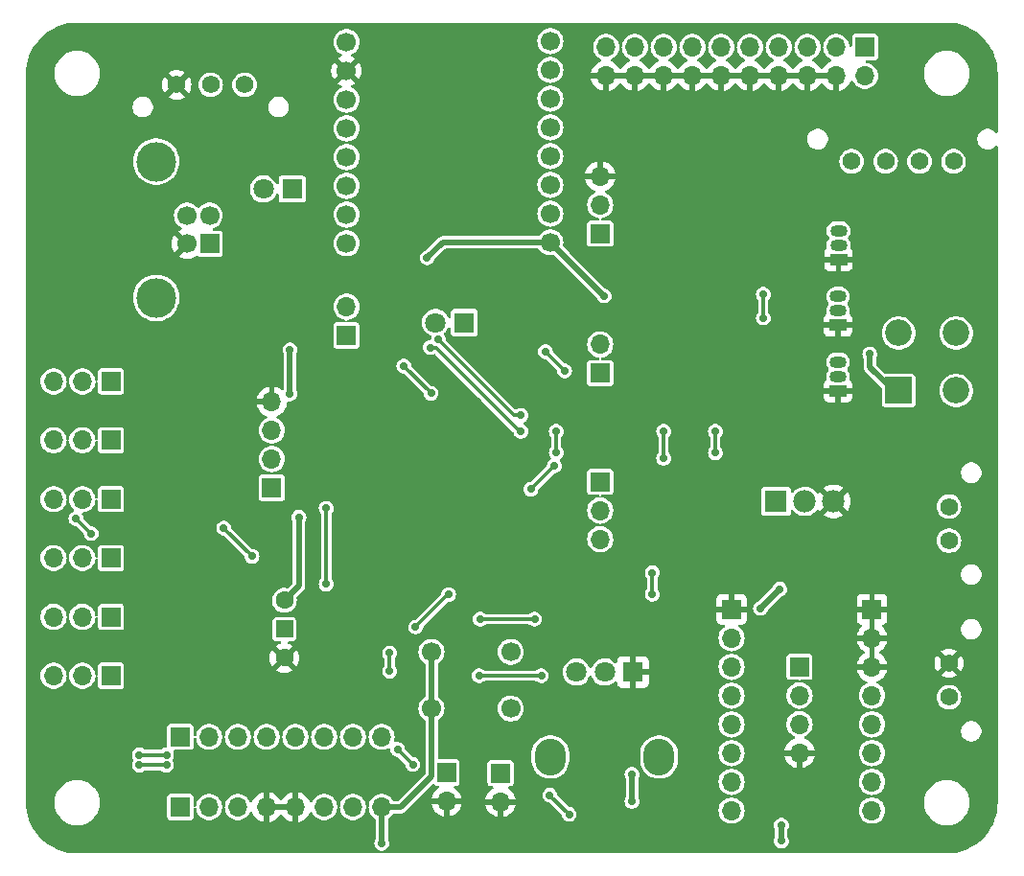
<source format=gbr>
%TF.GenerationSoftware,KiCad,Pcbnew,8.0.4*%
%TF.CreationDate,2025-04-25T16:49:28-07:00*%
%TF.ProjectId,DalekSoundSystemV2,44616c65-6b53-46f7-956e-645379737465,rev?*%
%TF.SameCoordinates,Original*%
%TF.FileFunction,Copper,L2,Bot*%
%TF.FilePolarity,Positive*%
%FSLAX46Y46*%
G04 Gerber Fmt 4.6, Leading zero omitted, Abs format (unit mm)*
G04 Created by KiCad (PCBNEW 8.0.4) date 2025-04-25 16:49:28*
%MOMM*%
%LPD*%
G01*
G04 APERTURE LIST*
%TA.AperFunction,ComponentPad*%
%ADD10R,1.800000X1.800000*%
%TD*%
%TA.AperFunction,ComponentPad*%
%ADD11C,1.800000*%
%TD*%
%TA.AperFunction,ComponentPad*%
%ADD12R,1.700000X1.700000*%
%TD*%
%TA.AperFunction,ComponentPad*%
%ADD13O,1.700000X1.700000*%
%TD*%
%TA.AperFunction,ComponentPad*%
%ADD14O,2.720000X3.240000*%
%TD*%
%TA.AperFunction,ComponentPad*%
%ADD15C,1.574800*%
%TD*%
%TA.AperFunction,ComponentPad*%
%ADD16R,2.350000X2.350000*%
%TD*%
%TA.AperFunction,ComponentPad*%
%ADD17C,2.350000*%
%TD*%
%TA.AperFunction,ComponentPad*%
%ADD18C,1.700000*%
%TD*%
%TA.AperFunction,ComponentPad*%
%ADD19R,1.500000X1.500000*%
%TD*%
%TA.AperFunction,ComponentPad*%
%ADD20C,1.600000*%
%TD*%
%TA.AperFunction,ComponentPad*%
%ADD21C,3.500000*%
%TD*%
%TA.AperFunction,ComponentPad*%
%ADD22R,1.500000X1.050000*%
%TD*%
%TA.AperFunction,ComponentPad*%
%ADD23O,1.500000X1.050000*%
%TD*%
%TA.AperFunction,ComponentPad*%
%ADD24R,1.980000X1.980000*%
%TD*%
%TA.AperFunction,ComponentPad*%
%ADD25C,1.980000*%
%TD*%
%TA.AperFunction,ViaPad*%
%ADD26C,0.700000*%
%TD*%
%TA.AperFunction,Conductor*%
%ADD27C,0.500000*%
%TD*%
%TA.AperFunction,Conductor*%
%ADD28C,0.300000*%
%TD*%
G04 APERTURE END LIST*
D10*
%TO.P,D3,1,K*%
%TO.N,/On LED*%
X151600000Y-52800000D03*
D11*
%TO.P,D3,2,A*%
%TO.N,+5V*%
X149060000Y-52800000D03*
%TD*%
D12*
%TO.P,J24,1,Pin_1*%
%TO.N,/UART4 TX*%
X178800000Y-56740000D03*
D13*
%TO.P,J24,2,Pin_2*%
%TO.N,/UART4 RX*%
X178800000Y-54200000D03*
%TO.P,J24,3,Pin_3*%
%TO.N,GND*%
X178800000Y-51660000D03*
%TD*%
D14*
%TO.P,RV1,*%
%TO.N,*%
X184000000Y-102975000D03*
X174400000Y-102975000D03*
D10*
%TO.P,RV1,1,1*%
%TO.N,GND*%
X181700000Y-95475000D03*
D11*
%TO.P,RV1,2,2*%
%TO.N,/ADC IN*%
X179200000Y-95475000D03*
%TO.P,RV1,3,3*%
%TO.N,+3.3V*%
X176700000Y-95475000D03*
%TD*%
D12*
%TO.P,J17,1,Pin_1*%
%TO.N,/DAC1*%
X165225000Y-104350000D03*
D13*
%TO.P,J17,2,Pin_2*%
%TO.N,GND*%
X165225000Y-106890000D03*
%TD*%
D12*
%TO.P,J5,1,Pin_1*%
%TO.N,/Input5*%
X135600000Y-90600000D03*
D13*
%TO.P,J5,2,Pin_2*%
%TO.N,unconnected-(J5-Pin_2-Pad2)*%
X133060000Y-90600000D03*
%TO.P,J5,3,Pin_3*%
%TO.N,unconnected-(J5-Pin_3-Pad3)*%
X130520000Y-90600000D03*
%TD*%
D15*
%TO.P,J10,1,Pin_1*%
%TO.N,GND*%
X209600000Y-94700000D03*
%TO.P,J10,2,Pin_2*%
%TO.N,/Lights+*%
X209600000Y-97700000D03*
%TD*%
D12*
%TO.P,J7,1,VTREF*%
%TO.N,+3.3V*%
X202180000Y-40260000D03*
D13*
%TO.P,J7,2,VCC/NC*%
X202180000Y-42800000D03*
%TO.P,J7,3,~{TRST}*%
%TO.N,/NJTRST*%
X199640000Y-40260000D03*
%TO.P,J7,4,GND*%
%TO.N,GND*%
X199640000Y-42800000D03*
%TO.P,J7,5,TDI*%
%TO.N,/JTDI*%
X197100000Y-40260000D03*
%TO.P,J7,6,GND*%
%TO.N,GND*%
X197100000Y-42800000D03*
%TO.P,J7,7,TMS/SWDIO*%
%TO.N,/JTMS*%
X194560000Y-40260000D03*
%TO.P,J7,8,GND*%
%TO.N,GND*%
X194560000Y-42800000D03*
%TO.P,J7,9,TCK/SWCLK*%
%TO.N,/JTCK*%
X192020000Y-40260000D03*
%TO.P,J7,10,GND*%
%TO.N,GND*%
X192020000Y-42800000D03*
%TO.P,J7,11,RTCK*%
%TO.N,unconnected-(J7-RTCK-Pad11)*%
X189480000Y-40260000D03*
%TO.P,J7,12,GND*%
%TO.N,GND*%
X189480000Y-42800000D03*
%TO.P,J7,13,TDO/SWO*%
%TO.N,/JTDO*%
X186940000Y-40260000D03*
%TO.P,J7,14,GND*%
%TO.N,GND*%
X186940000Y-42800000D03*
%TO.P,J7,15,~{SRST}*%
%TO.N,/NRST*%
X184400000Y-40260000D03*
%TO.P,J7,16,GND*%
%TO.N,GND*%
X184400000Y-42800000D03*
%TO.P,J7,17,DBGRQ/NC*%
%TO.N,unconnected-(J7-DBGRQ{slash}NC-Pad17)*%
X181860000Y-40260000D03*
%TO.P,J7,18,GND*%
%TO.N,GND*%
X181860000Y-42800000D03*
%TO.P,J7,19,DBGACK/NC*%
%TO.N,unconnected-(J7-DBGACK{slash}NC-Pad19)*%
X179320000Y-40260000D03*
%TO.P,J7,20,GND*%
%TO.N,GND*%
X179320000Y-42800000D03*
%TD*%
D15*
%TO.P,J11,1,Pin_1*%
%TO.N,/Lights-*%
X209600000Y-80866201D03*
%TO.P,J11,2,Pin_2*%
%TO.N,/Lights+*%
X209600000Y-83866201D03*
%TD*%
D16*
%TO.P,D1,1,A*%
%TO.N,+5V*%
X205155000Y-70605001D03*
D17*
%TO.P,D1,2,BK*%
%TO.N,/BTest*%
X210235000Y-70605001D03*
%TO.P,D1,3,GK*%
%TO.N,/GTest*%
X210235000Y-65525001D03*
%TO.P,D1,4,RK*%
%TO.N,/RTest*%
X205155000Y-65525001D03*
%TD*%
D15*
%TO.P,J9,1,Pin_1*%
%TO.N,/RAudio*%
X147399998Y-43600000D03*
%TO.P,J9,2,Pin_2*%
%TO.N,/LAudio*%
X144399999Y-43600000D03*
%TO.P,J9,3,Pin_3*%
%TO.N,GND*%
X141400000Y-43600000D03*
%TD*%
D12*
%TO.P,J13,1,Pin_1*%
%TO.N,/UART5 RX*%
X156400000Y-65740000D03*
D13*
%TO.P,J13,2,Pin_2*%
%TO.N,/UART5 TX*%
X156400000Y-63200000D03*
%TD*%
D18*
%TO.P,SW2,1,1*%
%TO.N,/Test Button*%
X170900000Y-98700000D03*
%TO.P,SW2,2,2*%
%TO.N,+3.3V*%
X163900000Y-93700000D03*
%TO.P,SW2,3,3*%
%TO.N,/Test Button*%
X170900000Y-93700000D03*
%TO.P,SW2,4,4*%
%TO.N,+3.3V*%
X163900000Y-98700000D03*
%TD*%
D19*
%TO.P,SW1,1,B*%
%TO.N,/SW_BOOT0*%
X150912500Y-91687500D03*
D20*
%TO.P,SW1,2,C*%
%TO.N,GND*%
X150912500Y-94227500D03*
%TO.P,SW1,3,A*%
%TO.N,+3.3V*%
X150912500Y-89147500D03*
%TD*%
D12*
%TO.P,J4,1,Pin_1*%
%TO.N,/Input1*%
X135600000Y-69800000D03*
D13*
%TO.P,J4,2,Pin_2*%
%TO.N,+5V*%
X133060000Y-69800000D03*
%TO.P,J4,3,Pin_3*%
%TO.N,unconnected-(J4-Pin_3-Pad3)*%
X130520000Y-69800000D03*
%TD*%
D12*
%TO.P,J6,1,Pin_1*%
%TO.N,/Input4*%
X135600000Y-85400000D03*
D13*
%TO.P,J6,2,Pin_2*%
%TO.N,unconnected-(J6-Pin_2-Pad2)*%
X133060000Y-85400000D03*
%TO.P,J6,3,Pin_3*%
%TO.N,unconnected-(J6-Pin_3-Pad3)*%
X130520000Y-85400000D03*
%TD*%
D18*
%TO.P,U2,1,VCC*%
%TO.N,+5V*%
X174400000Y-57510000D03*
%TO.P,U2,2,UART_RX*%
%TO.N,/UART4 TX*%
X174400000Y-54970000D03*
%TO.P,U2,3,UART_TX*%
%TO.N,/UART4 RX*%
X174400000Y-52430000D03*
%TO.P,U2,4,DAC_R*%
%TO.N,/RAudio*%
X174400000Y-49890000D03*
%TO.P,U2,5,DAC_L*%
%TO.N,/LAudio*%
X174400000Y-47350000D03*
%TO.P,U2,6,SPK2*%
%TO.N,unconnected-(U2-SPK2-Pad6)*%
X174400000Y-44810000D03*
%TO.P,U2,7,GND*%
%TO.N,unconnected-(U2-GND-Pad7)*%
X174400000Y-42270000D03*
%TO.P,U2,8,SPK1*%
%TO.N,unconnected-(U2-SPK1-Pad8)*%
X174400000Y-39730000D03*
%TO.P,U2,9,IO1*%
%TO.N,unconnected-(U2-IO1-Pad9)*%
X156400000Y-39810000D03*
%TO.P,U2,10,GND*%
%TO.N,GND*%
X156400000Y-42350000D03*
%TO.P,U2,11,IO2*%
%TO.N,unconnected-(U2-IO2-Pad11)*%
X156400000Y-44890000D03*
%TO.P,U2,12,ADKEY1*%
%TO.N,unconnected-(U2-ADKEY1-Pad12)*%
X156400000Y-47430000D03*
%TO.P,U2,13,ADKEY2*%
%TO.N,unconnected-(U2-ADKEY2-Pad13)*%
X156400000Y-49970000D03*
%TO.P,U2,14,USB+*%
%TO.N,unconnected-(U2-USB+-Pad14)*%
X156400000Y-52510000D03*
%TO.P,U2,15,USB-*%
%TO.N,unconnected-(U2-USB--Pad15)*%
X156400000Y-55050000D03*
%TO.P,U2,16,BUSY*%
%TO.N,/DFBusy*%
X156400000Y-57590000D03*
%TD*%
D12*
%TO.P,J14,1,Pin_1*%
%TO.N,/I2C1 SDA*%
X149800000Y-79200000D03*
D13*
%TO.P,J14,2,Pin_2*%
%TO.N,/I2C1 SCL*%
X149800000Y-76660000D03*
%TO.P,J14,3,Pin_3*%
%TO.N,+3.3V*%
X149800000Y-74120000D03*
%TO.P,J14,4,Pin_4*%
%TO.N,GND*%
X149800000Y-71580000D03*
%TD*%
D12*
%TO.P,J18,1,Pin_1*%
%TO.N,/DAC2*%
X170000000Y-104400000D03*
D13*
%TO.P,J18,2,Pin_2*%
%TO.N,GND*%
X170000000Y-106940000D03*
%TD*%
D12*
%TO.P,J1,1,Pin_1*%
%TO.N,/Input6*%
X135600000Y-95800000D03*
D13*
%TO.P,J1,2,Pin_2*%
%TO.N,unconnected-(J1-Pin_2-Pad2)*%
X133060000Y-95800000D03*
%TO.P,J1,3,Pin_3*%
%TO.N,unconnected-(J1-Pin_3-Pad3)*%
X130520000Y-95800000D03*
%TD*%
D12*
%TO.P,J23,1,VBUS*%
%TO.N,+5V*%
X144310000Y-57650000D03*
D18*
%TO.P,J23,2,D-*%
%TO.N,unconnected-(J23-D--Pad2)*%
X144310000Y-55150000D03*
%TO.P,J23,3,D+*%
%TO.N,unconnected-(J23-D+-Pad3)*%
X142310000Y-55150000D03*
%TO.P,J23,4,GND*%
%TO.N,GND*%
X142310000Y-57650000D03*
D21*
%TO.P,J23,5,Shield*%
%TO.N,unconnected-(J23-Shield-Pad5)*%
X139600000Y-62420000D03*
%TO.N,unconnected-(J23-Shield-Pad5)_1*%
X139600000Y-50380000D03*
%TD*%
D22*
%TO.P,Q3-B1,1,S*%
%TO.N,GND*%
X199800000Y-70630001D03*
D23*
%TO.P,Q3-B1,2,G*%
%TO.N,/BCtrl*%
X199800000Y-69360001D03*
%TO.P,Q3-B1,3,D*%
%TO.N,/BFet*%
X199800000Y-68090001D03*
%TD*%
D12*
%TO.P,J15,1,Pin_1*%
%TO.N,/I2C2 SDA*%
X196400000Y-95000000D03*
D13*
%TO.P,J15,2,Pin_2*%
%TO.N,/I2C2 SCL*%
X196400000Y-97540000D03*
%TO.P,J15,3,Pin_3*%
%TO.N,+3.3V*%
X196400000Y-100080000D03*
%TO.P,J15,4,Pin_4*%
%TO.N,GND*%
X196400000Y-102620000D03*
%TD*%
D12*
%TO.P,J20,1,Pin_1*%
%TO.N,/PC13*%
X141720000Y-107400000D03*
D13*
%TO.P,J20,2,Pin_2*%
%TO.N,/PC14*%
X144260000Y-107400000D03*
%TO.P,J20,3,Pin_3*%
%TO.N,/PC15*%
X146800000Y-107400000D03*
%TO.P,J20,4,Pin_4*%
%TO.N,GND*%
X149340000Y-107400000D03*
%TO.P,J20,5,Pin_5*%
X151880000Y-107400000D03*
%TO.P,J20,6,Pin_6*%
%TO.N,+3.3V*%
X154420000Y-107400000D03*
%TO.P,J20,7,Pin_7*%
X156960000Y-107400000D03*
%TO.P,J20,8,Pin_8*%
X159500000Y-107400000D03*
%TD*%
D12*
%TO.P,J21,1,Pin_1*%
%TO.N,GND*%
X202800000Y-89925000D03*
D13*
%TO.P,J21,2,Pin_2*%
X202800000Y-92465000D03*
%TO.P,J21,3,Pin_3*%
X202800000Y-95005000D03*
%TO.P,J21,4,Pin_4*%
%TO.N,+5V*%
X202800000Y-97545000D03*
%TO.P,J21,5,Pin_5*%
X202800000Y-100085000D03*
%TO.P,J21,6,Pin_6*%
X202800000Y-102625000D03*
%TO.P,J21,7,Pin_7*%
%TO.N,/PA12*%
X202800000Y-105165000D03*
%TO.P,J21,8,Pin_8*%
%TO.N,/PA7*%
X202800000Y-107705000D03*
%TD*%
D12*
%TO.P,J19,1,Pin_1*%
%TO.N,/PD0*%
X141720000Y-101200000D03*
D13*
%TO.P,J19,2,Pin_2*%
%TO.N,/PD1*%
X144260000Y-101200000D03*
%TO.P,J19,3,Pin_3*%
%TO.N,/PC0*%
X146800000Y-101200000D03*
%TO.P,J19,4,Pin_4*%
%TO.N,/PC1*%
X149340000Y-101200000D03*
%TO.P,J19,5,Pin_5*%
%TO.N,/PC2*%
X151880000Y-101200000D03*
%TO.P,J19,6,Pin_6*%
%TO.N,/PC3*%
X154420000Y-101200000D03*
%TO.P,J19,7,Pin_7*%
%TO.N,/PC5*%
X156960000Y-101200000D03*
%TO.P,J19,8,Pin_8*%
%TO.N,/PC7*%
X159500000Y-101200000D03*
%TD*%
D22*
%TO.P,Q2-G1,1,S*%
%TO.N,GND*%
X199800000Y-64830001D03*
D23*
%TO.P,Q2-G1,2,G*%
%TO.N,/GCtrl*%
X199800000Y-63560001D03*
%TO.P,Q2-G1,3,D*%
%TO.N,/GFet*%
X199800000Y-62290001D03*
%TD*%
D12*
%TO.P,J22,1,Pin_1*%
%TO.N,GND*%
X190400000Y-89925000D03*
D13*
%TO.P,J22,2,Pin_2*%
%TO.N,+5V*%
X190400000Y-92465000D03*
%TO.P,J22,3,Pin_3*%
%TO.N,/PB12*%
X190400000Y-95005000D03*
%TO.P,J22,4,Pin_4*%
%TO.N,/PB7*%
X190400000Y-97545000D03*
%TO.P,J22,5,Pin_5*%
%TO.N,/PB5*%
X190400000Y-100085000D03*
%TO.P,J22,6,Pin_6*%
%TO.N,/PB2*%
X190400000Y-102625000D03*
%TO.P,J22,7,Pin_7*%
%TO.N,/PB1*%
X190400000Y-105165000D03*
%TO.P,J22,8,Pin_8*%
%TO.N,/PB0*%
X190400000Y-107705000D03*
%TD*%
D15*
%TO.P,J8,1,Pin_1*%
%TO.N,/RLED*%
X201000001Y-50360001D03*
%TO.P,J8,2,Pin_2*%
%TO.N,/GLED*%
X204000000Y-50360001D03*
%TO.P,J8,3,Pin_3*%
%TO.N,/BLED*%
X207000000Y-50360001D03*
%TO.P,J8,4,Pin_4*%
%TO.N,+5V*%
X209999999Y-50360001D03*
%TD*%
D10*
%TO.P,D2,1,K*%
%TO.N,/DFBusyLED*%
X166800000Y-64600000D03*
D11*
%TO.P,D2,2,A*%
%TO.N,/DFBusy*%
X164260000Y-64600000D03*
%TD*%
D22*
%TO.P,Q1-R1,1,S*%
%TO.N,GND*%
X199840000Y-59030001D03*
D23*
%TO.P,Q1-R1,2,G*%
%TO.N,/RCtrl*%
X199840000Y-57760001D03*
%TO.P,Q1-R1,3,D*%
%TO.N,/RFet*%
X199840000Y-56490001D03*
%TD*%
D12*
%TO.P,J2,1,Pin_1*%
%TO.N,/Input2*%
X135600000Y-75000000D03*
D13*
%TO.P,J2,2,Pin_2*%
%TO.N,unconnected-(J2-Pin_2-Pad2)*%
X133060000Y-75000000D03*
%TO.P,J2,3,Pin_3*%
%TO.N,unconnected-(J2-Pin_3-Pad3)*%
X130520000Y-75000000D03*
%TD*%
D12*
%TO.P,J16,1,Pin_1*%
%TO.N,/COPI*%
X178800000Y-78660000D03*
D13*
%TO.P,J16,2,Pin_2*%
%TO.N,/CIPO*%
X178800000Y-81200000D03*
%TO.P,J16,3,Pin_3*%
%TO.N,/SCK*%
X178800000Y-83740000D03*
%TD*%
D12*
%TO.P,J3,1,Pin_1*%
%TO.N,/Input3*%
X135600000Y-80200000D03*
D13*
%TO.P,J3,2,Pin_2*%
%TO.N,unconnected-(J3-Pin_2-Pad2)*%
X133060000Y-80200000D03*
%TO.P,J3,3,Pin_3*%
%TO.N,unconnected-(J3-Pin_3-Pad3)*%
X130520000Y-80200000D03*
%TD*%
D12*
%TO.P,J12,1,Pin_1*%
%TO.N,/USART1 TX*%
X178800000Y-69075000D03*
D13*
%TO.P,J12,2,Pin_2*%
%TO.N,/USART1 RX*%
X178800000Y-66535000D03*
%TD*%
D24*
%TO.P,Q4,1*%
%TO.N,/LightsControl*%
X194320000Y-80400000D03*
D25*
%TO.P,Q4,2*%
%TO.N,/Lights-*%
X196860000Y-80400000D03*
%TO.P,Q4,3*%
%TO.N,GND*%
X199400000Y-80400000D03*
%TD*%
D26*
%TO.N,+3.3V*%
X152200000Y-81800000D03*
X181600000Y-104500000D03*
X194800000Y-110400000D03*
X151400000Y-70911100D03*
X194800000Y-109000000D03*
X151400000Y-67000000D03*
X181600000Y-106900000D03*
X159500000Y-110600000D03*
%TO.N,GND*%
X159200000Y-79800000D03*
X163400000Y-60200000D03*
X168000000Y-71600000D03*
X172939519Y-83060481D03*
X148477300Y-58270200D03*
X167494975Y-89505025D03*
X147380063Y-66808517D03*
X161600000Y-90600000D03*
%TO.N,+5V*%
X202600000Y-67390001D03*
X179139975Y-62249975D03*
X163511241Y-58888759D03*
X194648528Y-88151472D03*
X192951472Y-89848528D03*
%TO.N,/Input1*%
X164505025Y-66105025D03*
X171800000Y-72800000D03*
%TO.N,/Input2*%
X174910050Y-76099999D03*
X174910050Y-74200000D03*
X163805026Y-66805025D03*
X171789949Y-74200001D03*
%TO.N,/Input4*%
X140500000Y-102800000D03*
X138100000Y-102800000D03*
%TO.N,/Input5*%
X140500000Y-103700003D03*
X138100000Y-103700003D03*
%TO.N,/NRST*%
X161462006Y-68440938D03*
X145551473Y-82751470D03*
X163855634Y-70855634D03*
X148048528Y-85248528D03*
X133848529Y-83248528D03*
X132505025Y-81905025D03*
%TO.N,/PC7*%
X162500000Y-91500001D03*
X165415371Y-88625421D03*
X160200000Y-95400000D03*
X160200000Y-93800000D03*
%TO.N,/PC5*%
X160905025Y-102305025D03*
X173600000Y-95800000D03*
X168100000Y-95800000D03*
X162248528Y-103648528D03*
%TO.N,/PA7*%
X176048528Y-108048528D03*
X174351472Y-106351472D03*
%TO.N,/PA12*%
X184400000Y-74200000D03*
X184400000Y-76600000D03*
X173967589Y-67167589D03*
X175664644Y-68864644D03*
%TO.N,/PB12*%
X183400000Y-86700000D03*
X183400000Y-88600000D03*
%TO.N,/RCtrl*%
X172681472Y-79318528D03*
X188965025Y-76100000D03*
X174748528Y-77251471D03*
X188965025Y-74200000D03*
X193200000Y-64200000D03*
X193200000Y-62100000D03*
%TO.N,/BOOT0*%
X154600000Y-87700000D03*
X154600000Y-81000000D03*
%TO.N,/ADC IN*%
X168200000Y-90800000D03*
X173000000Y-90800000D03*
%TD*%
D27*
%TO.N,+3.3V*%
X150912500Y-89147500D02*
X152200000Y-87860000D01*
X163900000Y-93700000D02*
X163900000Y-98700000D01*
X161200000Y-107400000D02*
X163900000Y-104700000D01*
X163900000Y-104700000D02*
X163900000Y-98700000D01*
X159500000Y-110600000D02*
X159500000Y-107400000D01*
X152200000Y-87860000D02*
X152200000Y-81800000D01*
X151400000Y-67000000D02*
X151400000Y-70911100D01*
X194800000Y-109000000D02*
X194800000Y-110400000D01*
X181600000Y-104500000D02*
X181600000Y-106900000D01*
X159500000Y-107400000D02*
X161200000Y-107400000D01*
%TO.N,+5V*%
X202600000Y-68525000D02*
X204680001Y-70605001D01*
X179139975Y-62249975D02*
X174400000Y-57510000D01*
X204680001Y-70605001D02*
X205155000Y-70605001D01*
X174400000Y-57510000D02*
X174400000Y-57400000D01*
X192951472Y-89848528D02*
X194648528Y-88151472D01*
X202600000Y-67390001D02*
X202600000Y-68525000D01*
X163511241Y-58888759D02*
X164890000Y-57510000D01*
X164890000Y-57510000D02*
X174400000Y-57510000D01*
D28*
%TO.N,/Input1*%
X171800000Y-72800000D02*
X171200000Y-72800000D01*
X171200000Y-72800000D02*
X164505025Y-66105025D01*
%TO.N,/Input2*%
X171700001Y-74200001D02*
X164305025Y-66805025D01*
X171789949Y-74200001D02*
X171700001Y-74200001D01*
X174910050Y-74200000D02*
X174910050Y-76099999D01*
X164305025Y-66805025D02*
X163805026Y-66805025D01*
%TO.N,/Input4*%
X140500000Y-102800000D02*
X138100000Y-102800000D01*
%TO.N,/Input5*%
X140500000Y-103700003D02*
X138100000Y-103700003D01*
%TO.N,/NRST*%
X161462006Y-68440938D02*
X163855634Y-70834566D01*
X145551473Y-82751470D02*
X145551473Y-82751473D01*
X163855634Y-70834566D02*
X163855634Y-70855634D01*
X145551473Y-82751473D02*
X148048528Y-85248528D01*
X133848529Y-83248528D02*
X132505026Y-81905025D01*
X132505026Y-81905025D02*
X132505025Y-81905025D01*
%TO.N,/PC7*%
X165374579Y-88625421D02*
X162500000Y-91500000D01*
X160200000Y-93800000D02*
X160200000Y-95400000D01*
X165415371Y-88625421D02*
X165374579Y-88625421D01*
X162500000Y-91500000D02*
X162500000Y-91500001D01*
%TO.N,/PC5*%
X173600000Y-95800000D02*
X168100000Y-95800000D01*
X160905025Y-102305025D02*
X162248528Y-103648528D01*
%TO.N,/PA7*%
X174351472Y-106351472D02*
X176048528Y-108048528D01*
%TO.N,/PA12*%
X175664644Y-68864644D02*
X173967589Y-67167589D01*
X184400000Y-76600000D02*
X184400000Y-74200000D01*
%TO.N,/PB12*%
X183400000Y-86700000D02*
X183400000Y-88600000D01*
%TO.N,/RCtrl*%
X188965025Y-74200000D02*
X188965025Y-76100000D01*
X193200000Y-62100000D02*
X193200000Y-64200000D01*
X172681472Y-79318528D02*
X172681472Y-79318527D01*
X172681472Y-79318527D02*
X174748528Y-77251471D01*
%TO.N,/BOOT0*%
X154600000Y-87700000D02*
X154600000Y-81000000D01*
%TO.N,/ADC IN*%
X168200000Y-90800000D02*
X173000000Y-90800000D01*
%TD*%
%TA.AperFunction,Conductor*%
%TO.N,GND*%
G36*
X203050000Y-94571988D02*
G01*
X202992993Y-94539075D01*
X202865826Y-94505000D01*
X202734174Y-94505000D01*
X202607007Y-94539075D01*
X202550000Y-94571988D01*
X202550000Y-92898012D01*
X202607007Y-92930925D01*
X202734174Y-92965000D01*
X202865826Y-92965000D01*
X202992993Y-92930925D01*
X203050000Y-92898012D01*
X203050000Y-94571988D01*
G37*
%TD.AperFunction*%
%TA.AperFunction,Conductor*%
G36*
X203050000Y-92031988D02*
G01*
X202992993Y-91999075D01*
X202865826Y-91965000D01*
X202734174Y-91965000D01*
X202607007Y-91999075D01*
X202550000Y-92031988D01*
X202550000Y-90358012D01*
X202607007Y-90390925D01*
X202734174Y-90425000D01*
X202865826Y-90425000D01*
X202992993Y-90390925D01*
X203050000Y-90358012D01*
X203050000Y-92031988D01*
G37*
%TD.AperFunction*%
%TA.AperFunction,Conductor*%
G36*
X151414075Y-107207007D02*
G01*
X151380000Y-107334174D01*
X151380000Y-107465826D01*
X151414075Y-107592993D01*
X151446988Y-107650000D01*
X149773012Y-107650000D01*
X149805925Y-107592993D01*
X149840000Y-107465826D01*
X149840000Y-107334174D01*
X149805925Y-107207007D01*
X149773012Y-107150000D01*
X151446988Y-107150000D01*
X151414075Y-107207007D01*
G37*
%TD.AperFunction*%
%TA.AperFunction,Conductor*%
G36*
X181394075Y-42607007D02*
G01*
X181360000Y-42734174D01*
X181360000Y-42865826D01*
X181394075Y-42992993D01*
X181426988Y-43050000D01*
X179753012Y-43050000D01*
X179785925Y-42992993D01*
X179820000Y-42865826D01*
X179820000Y-42734174D01*
X179785925Y-42607007D01*
X179753012Y-42550000D01*
X181426988Y-42550000D01*
X181394075Y-42607007D01*
G37*
%TD.AperFunction*%
%TA.AperFunction,Conductor*%
G36*
X183934075Y-42607007D02*
G01*
X183900000Y-42734174D01*
X183900000Y-42865826D01*
X183934075Y-42992993D01*
X183966988Y-43050000D01*
X182293012Y-43050000D01*
X182325925Y-42992993D01*
X182360000Y-42865826D01*
X182360000Y-42734174D01*
X182325925Y-42607007D01*
X182293012Y-42550000D01*
X183966988Y-42550000D01*
X183934075Y-42607007D01*
G37*
%TD.AperFunction*%
%TA.AperFunction,Conductor*%
G36*
X186474075Y-42607007D02*
G01*
X186440000Y-42734174D01*
X186440000Y-42865826D01*
X186474075Y-42992993D01*
X186506988Y-43050000D01*
X184833012Y-43050000D01*
X184865925Y-42992993D01*
X184900000Y-42865826D01*
X184900000Y-42734174D01*
X184865925Y-42607007D01*
X184833012Y-42550000D01*
X186506988Y-42550000D01*
X186474075Y-42607007D01*
G37*
%TD.AperFunction*%
%TA.AperFunction,Conductor*%
G36*
X189014075Y-42607007D02*
G01*
X188980000Y-42734174D01*
X188980000Y-42865826D01*
X189014075Y-42992993D01*
X189046988Y-43050000D01*
X187373012Y-43050000D01*
X187405925Y-42992993D01*
X187440000Y-42865826D01*
X187440000Y-42734174D01*
X187405925Y-42607007D01*
X187373012Y-42550000D01*
X189046988Y-42550000D01*
X189014075Y-42607007D01*
G37*
%TD.AperFunction*%
%TA.AperFunction,Conductor*%
G36*
X191554075Y-42607007D02*
G01*
X191520000Y-42734174D01*
X191520000Y-42865826D01*
X191554075Y-42992993D01*
X191586988Y-43050000D01*
X189913012Y-43050000D01*
X189945925Y-42992993D01*
X189980000Y-42865826D01*
X189980000Y-42734174D01*
X189945925Y-42607007D01*
X189913012Y-42550000D01*
X191586988Y-42550000D01*
X191554075Y-42607007D01*
G37*
%TD.AperFunction*%
%TA.AperFunction,Conductor*%
G36*
X194094075Y-42607007D02*
G01*
X194060000Y-42734174D01*
X194060000Y-42865826D01*
X194094075Y-42992993D01*
X194126988Y-43050000D01*
X192453012Y-43050000D01*
X192485925Y-42992993D01*
X192520000Y-42865826D01*
X192520000Y-42734174D01*
X192485925Y-42607007D01*
X192453012Y-42550000D01*
X194126988Y-42550000D01*
X194094075Y-42607007D01*
G37*
%TD.AperFunction*%
%TA.AperFunction,Conductor*%
G36*
X196634075Y-42607007D02*
G01*
X196600000Y-42734174D01*
X196600000Y-42865826D01*
X196634075Y-42992993D01*
X196666988Y-43050000D01*
X194993012Y-43050000D01*
X195025925Y-42992993D01*
X195060000Y-42865826D01*
X195060000Y-42734174D01*
X195025925Y-42607007D01*
X194993012Y-42550000D01*
X196666988Y-42550000D01*
X196634075Y-42607007D01*
G37*
%TD.AperFunction*%
%TA.AperFunction,Conductor*%
G36*
X199174075Y-42607007D02*
G01*
X199140000Y-42734174D01*
X199140000Y-42865826D01*
X199174075Y-42992993D01*
X199206988Y-43050000D01*
X197533012Y-43050000D01*
X197565925Y-42992993D01*
X197600000Y-42865826D01*
X197600000Y-42734174D01*
X197565925Y-42607007D01*
X197533012Y-42550000D01*
X199206988Y-42550000D01*
X199174075Y-42607007D01*
G37*
%TD.AperFunction*%
%TA.AperFunction,Conductor*%
G36*
X209402702Y-38100617D02*
G01*
X209786771Y-38117386D01*
X209797506Y-38118326D01*
X210175971Y-38168152D01*
X210186597Y-38170025D01*
X210559284Y-38252648D01*
X210569710Y-38255442D01*
X210933765Y-38370227D01*
X210943911Y-38373920D01*
X211296578Y-38520000D01*
X211306369Y-38524566D01*
X211565575Y-38659500D01*
X211644942Y-38700816D01*
X211654310Y-38706224D01*
X211976244Y-38911318D01*
X211985105Y-38917523D01*
X212287930Y-39149889D01*
X212296217Y-39156843D01*
X212577635Y-39414715D01*
X212585284Y-39422364D01*
X212843156Y-39703782D01*
X212850110Y-39712069D01*
X213082476Y-40014894D01*
X213088681Y-40023755D01*
X213293775Y-40345689D01*
X213299183Y-40355057D01*
X213475430Y-40693623D01*
X213480002Y-40703427D01*
X213626075Y-41056078D01*
X213629775Y-41066244D01*
X213744554Y-41430278D01*
X213747354Y-41440727D01*
X213829971Y-41813389D01*
X213831849Y-41824042D01*
X213881671Y-42202473D01*
X213882614Y-42213249D01*
X213898962Y-42587689D01*
X213899382Y-42597297D01*
X213899500Y-42602706D01*
X213899500Y-47711930D01*
X213879815Y-47778969D01*
X213827011Y-47824724D01*
X213757853Y-47834668D01*
X213694297Y-47805643D01*
X213687819Y-47799611D01*
X213580668Y-47692460D01*
X213580664Y-47692457D01*
X213431479Y-47592774D01*
X213431466Y-47592767D01*
X213265704Y-47524107D01*
X213265694Y-47524104D01*
X213089718Y-47489100D01*
X213089716Y-47489100D01*
X212910284Y-47489100D01*
X212910282Y-47489100D01*
X212734305Y-47524104D01*
X212734295Y-47524107D01*
X212568533Y-47592767D01*
X212568520Y-47592774D01*
X212419335Y-47692457D01*
X212419331Y-47692460D01*
X212292460Y-47819331D01*
X212292457Y-47819335D01*
X212192774Y-47968520D01*
X212192767Y-47968533D01*
X212124107Y-48134295D01*
X212124104Y-48134305D01*
X212089100Y-48310281D01*
X212089100Y-48310284D01*
X212089100Y-48489716D01*
X212089100Y-48489718D01*
X212089099Y-48489718D01*
X212124104Y-48665694D01*
X212124107Y-48665704D01*
X212192767Y-48831466D01*
X212192774Y-48831479D01*
X212292457Y-48980664D01*
X212292460Y-48980668D01*
X212419331Y-49107539D01*
X212419335Y-49107542D01*
X212568520Y-49207225D01*
X212568533Y-49207232D01*
X212725143Y-49272101D01*
X212734300Y-49275894D01*
X212734304Y-49275894D01*
X212734305Y-49275895D01*
X212910281Y-49310900D01*
X212910284Y-49310900D01*
X213089718Y-49310900D01*
X213208110Y-49287349D01*
X213265700Y-49275894D01*
X213431473Y-49207229D01*
X213580665Y-49107542D01*
X213608983Y-49079224D01*
X213687819Y-49000389D01*
X213749142Y-48966904D01*
X213818834Y-48971888D01*
X213874767Y-49013760D01*
X213899184Y-49079224D01*
X213899500Y-49088070D01*
X213899500Y-106997293D01*
X213899382Y-107002702D01*
X213882614Y-107386750D01*
X213881671Y-107397526D01*
X213831849Y-107775957D01*
X213829971Y-107786610D01*
X213747354Y-108159272D01*
X213744554Y-108169721D01*
X213629775Y-108533755D01*
X213626075Y-108543921D01*
X213480002Y-108896572D01*
X213475430Y-108906376D01*
X213299183Y-109244942D01*
X213293775Y-109254310D01*
X213088681Y-109576244D01*
X213082476Y-109585105D01*
X212850110Y-109887930D01*
X212843156Y-109896217D01*
X212585284Y-110177635D01*
X212577635Y-110185284D01*
X212296217Y-110443156D01*
X212287930Y-110450110D01*
X211985105Y-110682476D01*
X211976244Y-110688681D01*
X211654310Y-110893775D01*
X211644942Y-110899183D01*
X211306376Y-111075430D01*
X211296572Y-111080002D01*
X210943921Y-111226075D01*
X210933755Y-111229775D01*
X210569721Y-111344554D01*
X210559272Y-111347354D01*
X210186610Y-111429971D01*
X210175957Y-111431849D01*
X209797526Y-111481671D01*
X209786750Y-111482614D01*
X209402703Y-111499382D01*
X209397294Y-111499500D01*
X132602706Y-111499500D01*
X132597297Y-111499382D01*
X132213249Y-111482614D01*
X132202473Y-111481671D01*
X131824042Y-111431849D01*
X131813389Y-111429971D01*
X131440727Y-111347354D01*
X131430278Y-111344554D01*
X131066244Y-111229775D01*
X131056078Y-111226075D01*
X130703427Y-111080002D01*
X130693623Y-111075430D01*
X130355057Y-110899183D01*
X130345689Y-110893775D01*
X130023755Y-110688681D01*
X130014894Y-110682476D01*
X129712069Y-110450110D01*
X129703782Y-110443156D01*
X129422364Y-110185284D01*
X129414715Y-110177635D01*
X129156843Y-109896217D01*
X129149889Y-109887930D01*
X128917523Y-109585105D01*
X128911318Y-109576244D01*
X128706224Y-109254310D01*
X128700816Y-109244942D01*
X128524566Y-108906369D01*
X128519997Y-108896572D01*
X128373920Y-108543911D01*
X128370224Y-108533755D01*
X128363150Y-108511319D01*
X128255442Y-108169710D01*
X128252648Y-108159284D01*
X128170025Y-107786597D01*
X128168152Y-107775971D01*
X128118326Y-107397506D01*
X128117386Y-107386771D01*
X128100618Y-107002702D01*
X128100500Y-106997293D01*
X128100500Y-106868872D01*
X130599500Y-106868872D01*
X130599500Y-107131127D01*
X130622254Y-107303951D01*
X130633730Y-107391116D01*
X130693451Y-107613998D01*
X130701602Y-107644418D01*
X130701605Y-107644428D01*
X130801953Y-107886690D01*
X130801958Y-107886700D01*
X130933075Y-108113803D01*
X131092718Y-108321851D01*
X131092726Y-108321860D01*
X131278140Y-108507274D01*
X131278148Y-108507281D01*
X131486196Y-108666924D01*
X131713299Y-108798041D01*
X131713309Y-108798046D01*
X131955571Y-108898394D01*
X131955581Y-108898398D01*
X132208884Y-108966270D01*
X132457188Y-108998960D01*
X132465074Y-108999999D01*
X132468880Y-109000500D01*
X132468887Y-109000500D01*
X132731113Y-109000500D01*
X132731120Y-109000500D01*
X132991116Y-108966270D01*
X133244419Y-108898398D01*
X133486697Y-108798043D01*
X133713803Y-108666924D01*
X133921851Y-108507282D01*
X133921855Y-108507277D01*
X133921860Y-108507274D01*
X134107274Y-108321860D01*
X134107277Y-108321855D01*
X134107282Y-108321851D01*
X134266924Y-108113803D01*
X134398043Y-107886697D01*
X134417174Y-107840512D01*
X134439500Y-107786610D01*
X134498398Y-107644419D01*
X134566270Y-107391116D01*
X134600500Y-107131120D01*
X134600500Y-106868880D01*
X134566270Y-106608884D01*
X134538470Y-106505131D01*
X140569500Y-106505131D01*
X140569500Y-108294856D01*
X140569502Y-108294882D01*
X140572413Y-108319987D01*
X140572415Y-108319991D01*
X140617793Y-108422764D01*
X140617794Y-108422765D01*
X140697235Y-108502206D01*
X140800009Y-108547585D01*
X140825135Y-108550500D01*
X142614864Y-108550499D01*
X142614879Y-108550497D01*
X142614882Y-108550497D01*
X142639987Y-108547586D01*
X142639988Y-108547585D01*
X142639991Y-108547585D01*
X142742765Y-108502206D01*
X142822206Y-108422765D01*
X142867585Y-108319991D01*
X142870500Y-108294865D01*
X142870499Y-107556046D01*
X142890183Y-107489009D01*
X142942987Y-107443254D01*
X143012146Y-107433310D01*
X143075702Y-107462335D01*
X143113476Y-107521113D01*
X143117970Y-107544606D01*
X143120099Y-107567578D01*
X143124244Y-107612310D01*
X143180800Y-107811082D01*
X143182596Y-107817392D01*
X143182596Y-107817394D01*
X143277632Y-108008253D01*
X143406127Y-108178406D01*
X143406128Y-108178407D01*
X143563698Y-108322052D01*
X143744981Y-108434298D01*
X143943802Y-108511321D01*
X144153390Y-108550500D01*
X144153392Y-108550500D01*
X144366608Y-108550500D01*
X144366610Y-108550500D01*
X144576198Y-108511321D01*
X144775019Y-108434298D01*
X144956302Y-108322052D01*
X145113872Y-108178407D01*
X145242366Y-108008255D01*
X145244644Y-108003680D01*
X145337403Y-107817394D01*
X145337403Y-107817393D01*
X145337405Y-107817389D01*
X145395756Y-107612310D01*
X145406529Y-107496047D01*
X145432315Y-107431111D01*
X145474622Y-107400804D01*
X145583130Y-107400804D01*
X145619503Y-107421668D01*
X145651693Y-107483681D01*
X145653470Y-107496047D01*
X145664244Y-107612310D01*
X145720800Y-107811082D01*
X145722596Y-107817392D01*
X145722596Y-107817394D01*
X145817632Y-108008253D01*
X145946127Y-108178406D01*
X145946128Y-108178407D01*
X146103698Y-108322052D01*
X146284981Y-108434298D01*
X146483802Y-108511321D01*
X146693390Y-108550500D01*
X146693392Y-108550500D01*
X146906608Y-108550500D01*
X146906610Y-108550500D01*
X147116198Y-108511321D01*
X147315019Y-108434298D01*
X147496302Y-108322052D01*
X147653872Y-108178407D01*
X147782366Y-108008255D01*
X147849325Y-107873781D01*
X147896825Y-107822548D01*
X147964488Y-107805126D01*
X148030828Y-107827051D01*
X148072705Y-107876651D01*
X148166399Y-108077578D01*
X148301894Y-108271082D01*
X148468917Y-108438105D01*
X148662421Y-108573600D01*
X148876507Y-108673429D01*
X148876516Y-108673433D01*
X149090000Y-108730634D01*
X149090000Y-107833012D01*
X149147007Y-107865925D01*
X149274174Y-107900000D01*
X149405826Y-107900000D01*
X149532993Y-107865925D01*
X149590000Y-107833012D01*
X149590000Y-108730633D01*
X149803483Y-108673433D01*
X149803492Y-108673429D01*
X150017578Y-108573600D01*
X150211082Y-108438105D01*
X150378105Y-108271082D01*
X150508425Y-108084968D01*
X150563002Y-108041344D01*
X150632501Y-108034151D01*
X150694855Y-108065673D01*
X150711575Y-108084968D01*
X150841894Y-108271082D01*
X151008917Y-108438105D01*
X151202421Y-108573600D01*
X151416507Y-108673429D01*
X151416516Y-108673433D01*
X151630000Y-108730634D01*
X151630000Y-107833012D01*
X151687007Y-107865925D01*
X151814174Y-107900000D01*
X151945826Y-107900000D01*
X152072993Y-107865925D01*
X152130000Y-107833012D01*
X152130000Y-108730633D01*
X152343483Y-108673433D01*
X152343492Y-108673429D01*
X152557578Y-108573600D01*
X152751082Y-108438105D01*
X152918105Y-108271082D01*
X153053600Y-108077578D01*
X153147294Y-107876651D01*
X153193466Y-107824212D01*
X153260660Y-107805060D01*
X153327541Y-107825276D01*
X153370676Y-107873785D01*
X153437632Y-108008253D01*
X153566127Y-108178406D01*
X153566128Y-108178407D01*
X153723698Y-108322052D01*
X153904981Y-108434298D01*
X154103802Y-108511321D01*
X154313390Y-108550500D01*
X154313392Y-108550500D01*
X154526608Y-108550500D01*
X154526610Y-108550500D01*
X154736198Y-108511321D01*
X154935019Y-108434298D01*
X155116302Y-108322052D01*
X155273872Y-108178407D01*
X155402366Y-108008255D01*
X155404644Y-108003680D01*
X155497403Y-107817394D01*
X155497403Y-107817393D01*
X155497405Y-107817389D01*
X155555756Y-107612310D01*
X155566529Y-107496047D01*
X155592315Y-107431111D01*
X155634622Y-107400804D01*
X155743130Y-107400804D01*
X155779503Y-107421668D01*
X155811693Y-107483681D01*
X155813470Y-107496047D01*
X155824244Y-107612310D01*
X155880800Y-107811082D01*
X155882596Y-107817392D01*
X155882596Y-107817394D01*
X155977632Y-108008253D01*
X156106127Y-108178406D01*
X156106128Y-108178407D01*
X156263698Y-108322052D01*
X156444981Y-108434298D01*
X156643802Y-108511321D01*
X156853390Y-108550500D01*
X156853392Y-108550500D01*
X157066608Y-108550500D01*
X157066610Y-108550500D01*
X157276198Y-108511321D01*
X157475019Y-108434298D01*
X157656302Y-108322052D01*
X157813872Y-108178407D01*
X157942366Y-108008255D01*
X157944644Y-108003680D01*
X158037403Y-107817394D01*
X158037403Y-107817393D01*
X158037405Y-107817389D01*
X158095756Y-107612310D01*
X158106529Y-107496047D01*
X158132315Y-107431111D01*
X158174622Y-107400804D01*
X158283130Y-107400804D01*
X158319503Y-107421668D01*
X158351693Y-107483681D01*
X158353470Y-107496047D01*
X158364244Y-107612310D01*
X158420800Y-107811082D01*
X158422596Y-107817392D01*
X158422596Y-107817394D01*
X158517632Y-108008253D01*
X158646127Y-108178406D01*
X158646128Y-108178407D01*
X158803698Y-108322052D01*
X158803700Y-108322053D01*
X158803701Y-108322054D01*
X158890777Y-108375969D01*
X158937413Y-108427997D01*
X158949500Y-108481396D01*
X158949500Y-110213780D01*
X158929815Y-110280819D01*
X158927552Y-110284217D01*
X158919780Y-110295476D01*
X158863762Y-110443181D01*
X158844722Y-110599999D01*
X158844722Y-110600000D01*
X158863762Y-110756818D01*
X158893234Y-110834528D01*
X158919780Y-110904523D01*
X159009517Y-111034530D01*
X159127760Y-111139283D01*
X159127762Y-111139284D01*
X159267634Y-111212696D01*
X159421014Y-111250500D01*
X159421015Y-111250500D01*
X159578985Y-111250500D01*
X159732365Y-111212696D01*
X159754777Y-111200933D01*
X159872240Y-111139283D01*
X159990483Y-111034530D01*
X160080220Y-110904523D01*
X160136237Y-110756818D01*
X160155278Y-110600000D01*
X160150180Y-110558009D01*
X160136237Y-110443181D01*
X160114992Y-110387164D01*
X160080220Y-110295477D01*
X160072448Y-110284217D01*
X160050567Y-110217862D01*
X160050500Y-110213780D01*
X160050500Y-108999999D01*
X194144722Y-108999999D01*
X194144722Y-109000000D01*
X194163762Y-109156818D01*
X194219780Y-109304523D01*
X194227548Y-109315777D01*
X194249433Y-109382130D01*
X194249500Y-109386219D01*
X194249500Y-110013780D01*
X194229815Y-110080819D01*
X194227552Y-110084217D01*
X194219780Y-110095476D01*
X194163762Y-110243181D01*
X194144722Y-110399999D01*
X194144722Y-110400000D01*
X194163762Y-110556818D01*
X194211419Y-110682476D01*
X194219780Y-110704523D01*
X194309517Y-110834530D01*
X194427760Y-110939283D01*
X194427762Y-110939284D01*
X194567634Y-111012696D01*
X194721014Y-111050500D01*
X194721015Y-111050500D01*
X194878985Y-111050500D01*
X195032365Y-111012696D01*
X195172240Y-110939283D01*
X195290483Y-110834530D01*
X195380220Y-110704523D01*
X195436237Y-110556818D01*
X195455278Y-110400000D01*
X195436237Y-110243182D01*
X195426634Y-110217862D01*
X195411378Y-110177635D01*
X195380220Y-110095477D01*
X195372448Y-110084217D01*
X195350567Y-110017862D01*
X195350500Y-110013780D01*
X195350500Y-109386219D01*
X195370185Y-109319180D01*
X195372434Y-109315802D01*
X195380220Y-109304523D01*
X195436237Y-109156818D01*
X195455278Y-109000000D01*
X195451183Y-108966270D01*
X195436237Y-108843181D01*
X195396839Y-108739298D01*
X195380220Y-108695477D01*
X195290483Y-108565470D01*
X195172240Y-108460717D01*
X195172238Y-108460716D01*
X195172237Y-108460715D01*
X195032365Y-108387303D01*
X194878986Y-108349500D01*
X194878985Y-108349500D01*
X194721015Y-108349500D01*
X194721014Y-108349500D01*
X194567634Y-108387303D01*
X194427762Y-108460715D01*
X194309516Y-108565471D01*
X194219781Y-108695475D01*
X194219780Y-108695476D01*
X194163762Y-108843181D01*
X194144722Y-108999999D01*
X160050500Y-108999999D01*
X160050500Y-108481396D01*
X160070185Y-108414357D01*
X160109223Y-108375969D01*
X160151972Y-108349500D01*
X160196302Y-108322052D01*
X160353872Y-108178407D01*
X160471937Y-108022064D01*
X160485821Y-108003680D01*
X160486977Y-108004553D01*
X160533793Y-107962588D01*
X160587194Y-107950500D01*
X161272472Y-107950500D01*
X161272474Y-107950500D01*
X161272475Y-107950500D01*
X161412485Y-107912984D01*
X161449333Y-107891710D01*
X161538015Y-107840510D01*
X163976595Y-105401927D01*
X164037918Y-105368443D01*
X164107610Y-105373427D01*
X164151957Y-105401928D01*
X164202235Y-105452206D01*
X164305009Y-105497585D01*
X164330135Y-105500500D01*
X164462483Y-105500499D01*
X164529520Y-105520183D01*
X164575275Y-105572987D01*
X164585219Y-105642145D01*
X164556195Y-105705701D01*
X164533605Y-105726074D01*
X164353922Y-105851890D01*
X164353920Y-105851891D01*
X164186891Y-106018920D01*
X164186886Y-106018926D01*
X164051400Y-106212420D01*
X164051399Y-106212422D01*
X163951570Y-106426507D01*
X163951567Y-106426513D01*
X163894364Y-106639999D01*
X163894364Y-106640000D01*
X164791988Y-106640000D01*
X164759075Y-106697007D01*
X164725000Y-106824174D01*
X164725000Y-106955826D01*
X164759075Y-107082993D01*
X164791988Y-107140000D01*
X163894364Y-107140000D01*
X163951567Y-107353486D01*
X163951570Y-107353492D01*
X164051399Y-107567578D01*
X164186894Y-107761082D01*
X164353917Y-107928105D01*
X164547421Y-108063600D01*
X164761507Y-108163429D01*
X164761516Y-108163433D01*
X164975000Y-108220634D01*
X164975000Y-107323012D01*
X165032007Y-107355925D01*
X165159174Y-107390000D01*
X165290826Y-107390000D01*
X165417993Y-107355925D01*
X165475000Y-107323012D01*
X165475000Y-108220633D01*
X165688483Y-108163433D01*
X165688492Y-108163429D01*
X165902578Y-108063600D01*
X166096082Y-107928105D01*
X166263105Y-107761082D01*
X166398600Y-107567578D01*
X166498429Y-107353492D01*
X166498432Y-107353486D01*
X166555636Y-107140000D01*
X165658012Y-107140000D01*
X165690925Y-107082993D01*
X165725000Y-106955826D01*
X165725000Y-106824174D01*
X165690925Y-106697007D01*
X165686879Y-106689999D01*
X168669364Y-106689999D01*
X168669364Y-106690000D01*
X169566988Y-106690000D01*
X169534075Y-106747007D01*
X169500000Y-106874174D01*
X169500000Y-107005826D01*
X169534075Y-107132993D01*
X169566988Y-107190000D01*
X168669364Y-107190000D01*
X168726567Y-107403486D01*
X168726570Y-107403492D01*
X168826399Y-107617578D01*
X168961894Y-107811082D01*
X169128917Y-107978105D01*
X169322421Y-108113600D01*
X169536507Y-108213429D01*
X169536516Y-108213433D01*
X169750000Y-108270634D01*
X169750000Y-107373012D01*
X169807007Y-107405925D01*
X169934174Y-107440000D01*
X170065826Y-107440000D01*
X170192993Y-107405925D01*
X170250000Y-107373012D01*
X170250000Y-108270633D01*
X170463483Y-108213433D01*
X170463492Y-108213429D01*
X170677578Y-108113600D01*
X170871082Y-107978105D01*
X171038105Y-107811082D01*
X171173600Y-107617578D01*
X171273429Y-107403492D01*
X171273432Y-107403486D01*
X171330636Y-107190000D01*
X170433012Y-107190000D01*
X170465925Y-107132993D01*
X170500000Y-107005826D01*
X170500000Y-106874174D01*
X170465925Y-106747007D01*
X170433012Y-106690000D01*
X171330636Y-106690000D01*
X171330635Y-106689999D01*
X171273432Y-106476513D01*
X171273429Y-106476507D01*
X171215124Y-106351471D01*
X173696194Y-106351471D01*
X173696194Y-106351472D01*
X173715234Y-106508290D01*
X173765186Y-106640000D01*
X173771252Y-106655995D01*
X173860989Y-106786002D01*
X173979232Y-106890755D01*
X173979234Y-106890756D01*
X174119106Y-106964168D01*
X174272486Y-107001972D01*
X174272487Y-107001972D01*
X174313507Y-107001972D01*
X174380546Y-107021657D01*
X174401188Y-107038291D01*
X175360480Y-107997584D01*
X175393965Y-108058907D01*
X175395895Y-108070318D01*
X175412291Y-108205347D01*
X175455770Y-108319991D01*
X175468308Y-108353051D01*
X175558045Y-108483058D01*
X175676288Y-108587811D01*
X175676290Y-108587812D01*
X175816162Y-108661224D01*
X175969542Y-108699028D01*
X175969543Y-108699028D01*
X176127513Y-108699028D01*
X176280893Y-108661224D01*
X176346001Y-108627052D01*
X176420768Y-108587811D01*
X176539011Y-108483058D01*
X176628748Y-108353051D01*
X176684765Y-108205346D01*
X176703806Y-108048528D01*
X176684765Y-107891710D01*
X176684764Y-107891708D01*
X176684765Y-107891708D01*
X176642903Y-107781330D01*
X176628748Y-107744005D01*
X176539011Y-107613998D01*
X176420768Y-107509245D01*
X176420766Y-107509244D01*
X176420765Y-107509243D01*
X176280893Y-107435831D01*
X176127514Y-107398028D01*
X176127513Y-107398028D01*
X176086494Y-107398028D01*
X176019455Y-107378343D01*
X175998813Y-107361709D01*
X175039518Y-106402414D01*
X175006033Y-106341091D01*
X175004106Y-106329697D01*
X174987709Y-106194654D01*
X174931692Y-106046949D01*
X174841955Y-105916942D01*
X174723712Y-105812189D01*
X174723710Y-105812188D01*
X174723709Y-105812187D01*
X174583837Y-105738775D01*
X174430458Y-105700972D01*
X174430457Y-105700972D01*
X174272487Y-105700972D01*
X174272486Y-105700972D01*
X174119106Y-105738775D01*
X173979234Y-105812187D01*
X173860988Y-105916943D01*
X173771253Y-106046947D01*
X173771252Y-106046948D01*
X173715234Y-106194653D01*
X173696194Y-106351471D01*
X171215124Y-106351471D01*
X171173600Y-106262422D01*
X171173599Y-106262420D01*
X171038113Y-106068926D01*
X171038108Y-106068920D01*
X170871082Y-105901894D01*
X170691394Y-105776074D01*
X170647769Y-105721496D01*
X170640577Y-105651998D01*
X170672099Y-105589643D01*
X170732329Y-105554230D01*
X170762517Y-105550499D01*
X170894864Y-105550499D01*
X170894879Y-105550497D01*
X170894882Y-105550497D01*
X170919987Y-105547586D01*
X170919988Y-105547585D01*
X170919991Y-105547585D01*
X171022765Y-105502206D01*
X171102206Y-105422765D01*
X171147585Y-105319991D01*
X171150500Y-105294865D01*
X171150499Y-103505136D01*
X171148942Y-103491709D01*
X171147586Y-103480012D01*
X171147585Y-103480010D01*
X171147585Y-103480009D01*
X171102206Y-103377235D01*
X171022765Y-103297794D01*
X170949565Y-103265473D01*
X170919992Y-103252415D01*
X170894865Y-103249500D01*
X169105143Y-103249500D01*
X169105117Y-103249502D01*
X169080012Y-103252413D01*
X169080008Y-103252415D01*
X168977235Y-103297793D01*
X168897794Y-103377234D01*
X168852415Y-103480006D01*
X168852415Y-103480008D01*
X168849500Y-103505131D01*
X168849500Y-105294856D01*
X168849502Y-105294882D01*
X168852413Y-105319987D01*
X168852415Y-105319991D01*
X168897793Y-105422764D01*
X168897794Y-105422765D01*
X168977235Y-105502206D01*
X169080009Y-105547585D01*
X169105135Y-105550500D01*
X169237483Y-105550499D01*
X169304520Y-105570183D01*
X169350275Y-105622987D01*
X169360219Y-105692145D01*
X169331195Y-105755701D01*
X169308605Y-105776074D01*
X169128922Y-105901890D01*
X169128920Y-105901891D01*
X168961891Y-106068920D01*
X168961886Y-106068926D01*
X168826400Y-106262420D01*
X168826399Y-106262422D01*
X168726570Y-106476507D01*
X168726567Y-106476513D01*
X168669364Y-106689999D01*
X165686879Y-106689999D01*
X165658012Y-106640000D01*
X166555636Y-106640000D01*
X166555635Y-106639999D01*
X166498432Y-106426513D01*
X166498429Y-106426507D01*
X166398600Y-106212422D01*
X166398599Y-106212420D01*
X166263113Y-106018926D01*
X166263108Y-106018920D01*
X166096082Y-105851894D01*
X165916394Y-105726074D01*
X165872769Y-105671496D01*
X165865577Y-105601998D01*
X165897099Y-105539643D01*
X165957329Y-105504230D01*
X165987517Y-105500499D01*
X166119864Y-105500499D01*
X166119879Y-105500497D01*
X166119882Y-105500497D01*
X166144987Y-105497586D01*
X166144988Y-105497585D01*
X166144991Y-105497585D01*
X166247765Y-105452206D01*
X166327206Y-105372765D01*
X166372585Y-105269991D01*
X166375500Y-105244865D01*
X166375499Y-103455136D01*
X166375497Y-103455117D01*
X166372586Y-103430012D01*
X166372585Y-103430010D01*
X166372585Y-103430009D01*
X166327206Y-103327235D01*
X166247765Y-103247794D01*
X166217725Y-103234530D01*
X166144992Y-103202415D01*
X166119868Y-103199500D01*
X166119865Y-103199500D01*
X164574500Y-103199500D01*
X164507461Y-103179815D01*
X164461706Y-103127011D01*
X164450500Y-103075500D01*
X164450500Y-102584310D01*
X172739500Y-102584310D01*
X172739500Y-103365689D01*
X172780387Y-103623836D01*
X172861152Y-103872408D01*
X172933552Y-104014500D01*
X172979813Y-104105292D01*
X173133441Y-104316743D01*
X173318257Y-104501559D01*
X173529708Y-104655187D01*
X173711088Y-104747605D01*
X173762591Y-104773847D01*
X173857003Y-104804523D01*
X174011165Y-104854613D01*
X174130726Y-104873549D01*
X174269311Y-104895500D01*
X174269316Y-104895500D01*
X174530689Y-104895500D01*
X174655835Y-104875677D01*
X174788835Y-104854613D01*
X175037411Y-104773846D01*
X175270292Y-104655187D01*
X175481743Y-104501559D01*
X175483303Y-104499999D01*
X180944722Y-104499999D01*
X180944722Y-104500000D01*
X180963762Y-104656818D01*
X180998196Y-104747611D01*
X181019780Y-104804523D01*
X181027548Y-104815777D01*
X181049433Y-104882130D01*
X181049500Y-104886219D01*
X181049500Y-106513780D01*
X181029815Y-106580819D01*
X181027552Y-106584217D01*
X181019780Y-106595476D01*
X180963762Y-106743181D01*
X180944722Y-106899999D01*
X180944722Y-106900000D01*
X180963762Y-107056818D01*
X180999102Y-107150000D01*
X181019780Y-107204523D01*
X181109517Y-107334530D01*
X181227760Y-107439283D01*
X181227762Y-107439284D01*
X181367634Y-107512696D01*
X181521014Y-107550500D01*
X181521015Y-107550500D01*
X181678985Y-107550500D01*
X181832365Y-107512696D01*
X181838944Y-107509243D01*
X181972240Y-107439283D01*
X182090483Y-107334530D01*
X182180220Y-107204523D01*
X182236237Y-107056818D01*
X182255278Y-106900000D01*
X182254156Y-106890755D01*
X182236237Y-106743181D01*
X182190124Y-106621593D01*
X182180220Y-106595477D01*
X182172448Y-106584217D01*
X182150567Y-106517862D01*
X182150500Y-106513780D01*
X182150500Y-104886219D01*
X182170185Y-104819180D01*
X182172434Y-104815802D01*
X182180220Y-104804523D01*
X182236237Y-104656818D01*
X182255278Y-104500000D01*
X182236237Y-104343182D01*
X182224676Y-104312699D01*
X182196835Y-104239287D01*
X182180220Y-104195477D01*
X182090483Y-104065470D01*
X181972240Y-103960717D01*
X181972238Y-103960716D01*
X181972237Y-103960715D01*
X181832365Y-103887303D01*
X181678986Y-103849500D01*
X181678985Y-103849500D01*
X181521015Y-103849500D01*
X181521014Y-103849500D01*
X181367634Y-103887303D01*
X181227762Y-103960715D01*
X181227760Y-103960717D01*
X181122827Y-104053679D01*
X181109516Y-104065471D01*
X181019781Y-104195475D01*
X181019780Y-104195476D01*
X180963762Y-104343181D01*
X180944722Y-104499999D01*
X175483303Y-104499999D01*
X175666559Y-104316743D01*
X175820187Y-104105292D01*
X175938846Y-103872411D01*
X176019613Y-103623835D01*
X176046335Y-103455117D01*
X176060500Y-103365689D01*
X176060500Y-102584310D01*
X182339500Y-102584310D01*
X182339500Y-103365689D01*
X182380387Y-103623836D01*
X182461152Y-103872408D01*
X182533552Y-104014500D01*
X182579813Y-104105292D01*
X182733441Y-104316743D01*
X182918257Y-104501559D01*
X183129708Y-104655187D01*
X183311088Y-104747605D01*
X183362591Y-104773847D01*
X183457003Y-104804523D01*
X183611165Y-104854613D01*
X183730726Y-104873549D01*
X183869311Y-104895500D01*
X183869316Y-104895500D01*
X184130689Y-104895500D01*
X184255835Y-104875677D01*
X184388835Y-104854613D01*
X184637411Y-104773846D01*
X184870292Y-104655187D01*
X185081743Y-104501559D01*
X185266559Y-104316743D01*
X185420187Y-104105292D01*
X185538846Y-103872411D01*
X185619613Y-103623835D01*
X185646335Y-103455117D01*
X185660500Y-103365689D01*
X185660500Y-102584310D01*
X185629296Y-102387301D01*
X185619613Y-102326165D01*
X185574591Y-102187600D01*
X185538847Y-102077591D01*
X185499568Y-102000502D01*
X185420187Y-101844708D01*
X185266559Y-101633257D01*
X185081743Y-101448441D01*
X184870292Y-101294813D01*
X184811347Y-101264779D01*
X184637408Y-101176152D01*
X184388836Y-101095387D01*
X184130689Y-101054500D01*
X184130684Y-101054500D01*
X183869316Y-101054500D01*
X183869311Y-101054500D01*
X183611163Y-101095387D01*
X183362591Y-101176152D01*
X183129707Y-101294813D01*
X182918254Y-101448443D01*
X182733443Y-101633254D01*
X182579813Y-101844707D01*
X182461152Y-102077591D01*
X182380387Y-102326163D01*
X182339500Y-102584310D01*
X176060500Y-102584310D01*
X176029296Y-102387301D01*
X176019613Y-102326165D01*
X175974591Y-102187600D01*
X175938847Y-102077591D01*
X175899568Y-102000502D01*
X175820187Y-101844708D01*
X175666559Y-101633257D01*
X175481743Y-101448441D01*
X175270292Y-101294813D01*
X175211347Y-101264779D01*
X175037408Y-101176152D01*
X174788836Y-101095387D01*
X174530689Y-101054500D01*
X174530684Y-101054500D01*
X174269316Y-101054500D01*
X174269311Y-101054500D01*
X174011163Y-101095387D01*
X173762591Y-101176152D01*
X173529707Y-101294813D01*
X173318254Y-101448443D01*
X173133443Y-101633254D01*
X172979813Y-101844707D01*
X172861152Y-102077591D01*
X172780387Y-102326163D01*
X172739500Y-102584310D01*
X164450500Y-102584310D01*
X164450500Y-99781396D01*
X164470185Y-99714357D01*
X164509223Y-99675969D01*
X164522728Y-99667607D01*
X164596302Y-99622052D01*
X164753872Y-99478407D01*
X164882366Y-99308255D01*
X164954720Y-99162947D01*
X164977403Y-99117394D01*
X164977403Y-99117393D01*
X164977405Y-99117389D01*
X165035756Y-98912310D01*
X165055429Y-98700000D01*
X165055429Y-98699999D01*
X169744571Y-98699999D01*
X169744571Y-98700000D01*
X169764244Y-98912310D01*
X169822596Y-99117392D01*
X169822596Y-99117394D01*
X169917632Y-99308253D01*
X170046127Y-99478406D01*
X170046128Y-99478407D01*
X170203698Y-99622052D01*
X170384981Y-99734298D01*
X170583802Y-99811321D01*
X170793390Y-99850500D01*
X170793392Y-99850500D01*
X171006608Y-99850500D01*
X171006610Y-99850500D01*
X171216198Y-99811321D01*
X171415019Y-99734298D01*
X171596302Y-99622052D01*
X171753872Y-99478407D01*
X171882366Y-99308255D01*
X171954720Y-99162947D01*
X171977403Y-99117394D01*
X171977403Y-99117393D01*
X171977405Y-99117389D01*
X172035756Y-98912310D01*
X172055429Y-98700000D01*
X172035756Y-98487690D01*
X171977405Y-98282611D01*
X171977403Y-98282606D01*
X171977403Y-98282605D01*
X171882367Y-98091746D01*
X171753872Y-97921593D01*
X171731012Y-97900753D01*
X171596302Y-97777948D01*
X171415019Y-97665702D01*
X171415017Y-97665701D01*
X171293439Y-97618602D01*
X171216198Y-97588679D01*
X171006610Y-97549500D01*
X170793390Y-97549500D01*
X170583802Y-97588679D01*
X170583799Y-97588679D01*
X170583799Y-97588680D01*
X170384982Y-97665701D01*
X170384980Y-97665702D01*
X170203699Y-97777947D01*
X170046127Y-97921593D01*
X169917632Y-98091746D01*
X169822596Y-98282605D01*
X169822596Y-98282607D01*
X169764244Y-98487689D01*
X169744571Y-98699999D01*
X165055429Y-98699999D01*
X165035756Y-98487690D01*
X164977405Y-98282611D01*
X164977403Y-98282606D01*
X164977403Y-98282605D01*
X164882367Y-98091746D01*
X164753872Y-97921593D01*
X164596299Y-97777945D01*
X164509221Y-97724028D01*
X164462586Y-97672000D01*
X164450500Y-97618602D01*
X164450500Y-95799999D01*
X167444722Y-95799999D01*
X167444722Y-95800000D01*
X167463762Y-95956818D01*
X167518901Y-96102205D01*
X167519780Y-96104523D01*
X167609517Y-96234530D01*
X167727760Y-96339283D01*
X167727762Y-96339284D01*
X167867634Y-96412696D01*
X168021014Y-96450500D01*
X168021015Y-96450500D01*
X168178985Y-96450500D01*
X168332365Y-96412696D01*
X168472240Y-96339283D01*
X168537256Y-96281683D01*
X168600490Y-96251963D01*
X168619483Y-96250500D01*
X173080517Y-96250500D01*
X173147556Y-96270185D01*
X173162741Y-96281682D01*
X173227760Y-96339283D01*
X173227762Y-96339284D01*
X173367634Y-96412696D01*
X173521014Y-96450500D01*
X173521015Y-96450500D01*
X173678985Y-96450500D01*
X173832365Y-96412696D01*
X173972240Y-96339283D01*
X174090483Y-96234530D01*
X174180220Y-96104523D01*
X174236237Y-95956818D01*
X174255278Y-95800000D01*
X174246172Y-95725000D01*
X174236237Y-95643181D01*
X174214992Y-95587164D01*
X174180220Y-95495477D01*
X174166085Y-95474999D01*
X175494357Y-95474999D01*
X175494357Y-95475000D01*
X175514884Y-95696535D01*
X175514885Y-95696537D01*
X175575769Y-95910523D01*
X175575775Y-95910538D01*
X175674938Y-96109683D01*
X175674943Y-96109691D01*
X175809020Y-96287238D01*
X175973437Y-96437123D01*
X175973439Y-96437125D01*
X176162595Y-96554245D01*
X176162596Y-96554245D01*
X176162599Y-96554247D01*
X176370060Y-96634618D01*
X176588757Y-96675500D01*
X176588759Y-96675500D01*
X176811241Y-96675500D01*
X176811243Y-96675500D01*
X177029940Y-96634618D01*
X177237401Y-96554247D01*
X177426562Y-96437124D01*
X177590981Y-96287236D01*
X177725058Y-96109689D01*
X177824229Y-95910528D01*
X177830734Y-95887661D01*
X177868012Y-95828571D01*
X177931322Y-95799013D01*
X178000561Y-95808375D01*
X178053748Y-95853684D01*
X178069264Y-95887658D01*
X178075770Y-95910523D01*
X178075772Y-95910530D01*
X178075775Y-95910538D01*
X178174938Y-96109683D01*
X178174943Y-96109691D01*
X178309020Y-96287238D01*
X178473437Y-96437123D01*
X178473439Y-96437125D01*
X178662595Y-96554245D01*
X178662596Y-96554245D01*
X178662599Y-96554247D01*
X178870060Y-96634618D01*
X179088757Y-96675500D01*
X179088759Y-96675500D01*
X179311241Y-96675500D01*
X179311243Y-96675500D01*
X179529940Y-96634618D01*
X179737401Y-96554247D01*
X179926562Y-96437124D01*
X180090981Y-96287236D01*
X180090980Y-96287236D01*
X180092462Y-96285886D01*
X180155266Y-96255269D01*
X180224653Y-96263466D01*
X180278593Y-96307876D01*
X180299961Y-96374398D01*
X180300000Y-96377523D01*
X180300000Y-96422844D01*
X180306401Y-96482372D01*
X180306403Y-96482379D01*
X180356645Y-96617086D01*
X180356649Y-96617093D01*
X180442809Y-96732187D01*
X180442812Y-96732190D01*
X180557906Y-96818350D01*
X180557913Y-96818354D01*
X180692620Y-96868596D01*
X180692627Y-96868598D01*
X180752155Y-96874999D01*
X180752172Y-96875000D01*
X181450000Y-96875000D01*
X181450000Y-95908012D01*
X181507007Y-95940925D01*
X181634174Y-95975000D01*
X181765826Y-95975000D01*
X181892993Y-95940925D01*
X181950000Y-95908012D01*
X181950000Y-96875000D01*
X182647828Y-96875000D01*
X182647844Y-96874999D01*
X182707372Y-96868598D01*
X182707379Y-96868596D01*
X182842086Y-96818354D01*
X182842093Y-96818350D01*
X182957187Y-96732190D01*
X182957190Y-96732187D01*
X183043350Y-96617093D01*
X183043354Y-96617086D01*
X183093596Y-96482379D01*
X183093598Y-96482372D01*
X183099999Y-96422844D01*
X183100000Y-96422827D01*
X183100000Y-95725000D01*
X182133012Y-95725000D01*
X182165925Y-95667993D01*
X182200000Y-95540826D01*
X182200000Y-95409174D01*
X182165925Y-95282007D01*
X182133012Y-95225000D01*
X183100000Y-95225000D01*
X183100000Y-94527172D01*
X183099999Y-94527155D01*
X183093598Y-94467627D01*
X183093596Y-94467620D01*
X183043354Y-94332913D01*
X183043350Y-94332906D01*
X182957190Y-94217812D01*
X182957187Y-94217809D01*
X182842093Y-94131649D01*
X182842086Y-94131645D01*
X182707379Y-94081403D01*
X182707372Y-94081401D01*
X182647844Y-94075000D01*
X181950000Y-94075000D01*
X181950000Y-95041988D01*
X181892993Y-95009075D01*
X181765826Y-94975000D01*
X181634174Y-94975000D01*
X181507007Y-95009075D01*
X181450000Y-95041988D01*
X181450000Y-94075000D01*
X180752155Y-94075000D01*
X180692627Y-94081401D01*
X180692620Y-94081403D01*
X180557913Y-94131645D01*
X180557906Y-94131649D01*
X180442812Y-94217809D01*
X180442809Y-94217812D01*
X180356649Y-94332906D01*
X180356645Y-94332913D01*
X180306403Y-94467620D01*
X180306401Y-94467627D01*
X180300000Y-94527155D01*
X180300000Y-94572476D01*
X180280315Y-94639515D01*
X180227511Y-94685270D01*
X180158353Y-94695214D01*
X180094797Y-94666189D01*
X180092462Y-94664113D01*
X179926562Y-94512876D01*
X179926560Y-94512874D01*
X179737404Y-94395754D01*
X179737398Y-94395752D01*
X179529940Y-94315382D01*
X179311243Y-94274500D01*
X179088757Y-94274500D01*
X178870060Y-94315382D01*
X178789875Y-94346446D01*
X178662601Y-94395752D01*
X178662595Y-94395754D01*
X178473439Y-94512874D01*
X178473437Y-94512876D01*
X178309020Y-94662761D01*
X178174943Y-94840308D01*
X178174938Y-94840316D01*
X178075775Y-95039461D01*
X178075769Y-95039476D01*
X178069266Y-95062335D01*
X178031987Y-95121429D01*
X177968677Y-95150986D01*
X177899438Y-95141624D01*
X177846251Y-95096314D01*
X177830734Y-95062335D01*
X177824230Y-95039476D01*
X177824229Y-95039472D01*
X177824224Y-95039461D01*
X177725061Y-94840316D01*
X177725056Y-94840308D01*
X177590979Y-94662761D01*
X177426562Y-94512876D01*
X177426560Y-94512874D01*
X177237404Y-94395754D01*
X177237398Y-94395752D01*
X177029940Y-94315382D01*
X176811243Y-94274500D01*
X176588757Y-94274500D01*
X176370060Y-94315382D01*
X176289875Y-94346446D01*
X176162601Y-94395752D01*
X176162595Y-94395754D01*
X175973439Y-94512874D01*
X175973437Y-94512876D01*
X175809020Y-94662761D01*
X175674943Y-94840308D01*
X175674938Y-94840316D01*
X175575775Y-95039461D01*
X175575769Y-95039476D01*
X175514885Y-95253462D01*
X175514884Y-95253464D01*
X175494357Y-95474999D01*
X174166085Y-95474999D01*
X174090483Y-95365470D01*
X173972240Y-95260717D01*
X173972238Y-95260716D01*
X173972237Y-95260715D01*
X173832365Y-95187303D01*
X173678986Y-95149500D01*
X173678985Y-95149500D01*
X173521015Y-95149500D01*
X173521014Y-95149500D01*
X173367634Y-95187303D01*
X173227762Y-95260715D01*
X173162744Y-95318316D01*
X173099510Y-95348037D01*
X173080517Y-95349500D01*
X168619483Y-95349500D01*
X168552444Y-95329815D01*
X168537256Y-95318316D01*
X168523947Y-95306525D01*
X168472240Y-95260717D01*
X168472238Y-95260716D01*
X168472237Y-95260715D01*
X168332365Y-95187303D01*
X168178986Y-95149500D01*
X168178985Y-95149500D01*
X168021015Y-95149500D01*
X168021014Y-95149500D01*
X167867634Y-95187303D01*
X167727762Y-95260715D01*
X167609516Y-95365471D01*
X167519781Y-95495475D01*
X167519780Y-95495476D01*
X167463762Y-95643181D01*
X167444722Y-95799999D01*
X164450500Y-95799999D01*
X164450500Y-94781396D01*
X164470185Y-94714357D01*
X164509223Y-94675969D01*
X164530550Y-94662764D01*
X164596302Y-94622052D01*
X164753872Y-94478407D01*
X164882366Y-94308255D01*
X164916132Y-94240444D01*
X164977403Y-94117394D01*
X164977403Y-94117393D01*
X164977405Y-94117389D01*
X165035756Y-93912310D01*
X165055429Y-93700000D01*
X169744571Y-93700000D01*
X169764244Y-93912310D01*
X169819108Y-94105135D01*
X169822596Y-94117392D01*
X169822596Y-94117394D01*
X169917632Y-94308253D01*
X170037982Y-94467620D01*
X170046128Y-94478407D01*
X170203698Y-94622052D01*
X170384981Y-94734298D01*
X170583802Y-94811321D01*
X170793390Y-94850500D01*
X170793392Y-94850500D01*
X171006608Y-94850500D01*
X171006610Y-94850500D01*
X171216198Y-94811321D01*
X171415019Y-94734298D01*
X171596302Y-94622052D01*
X171753872Y-94478407D01*
X171882366Y-94308255D01*
X171916132Y-94240444D01*
X171977403Y-94117394D01*
X171977403Y-94117393D01*
X171977405Y-94117389D01*
X172035756Y-93912310D01*
X172055429Y-93700000D01*
X172035756Y-93487690D01*
X171977405Y-93282611D01*
X171977403Y-93282606D01*
X171977403Y-93282605D01*
X171882367Y-93091746D01*
X171753872Y-92921593D01*
X171710871Y-92882392D01*
X171596302Y-92777948D01*
X171415019Y-92665702D01*
X171415017Y-92665701D01*
X171271916Y-92610264D01*
X171216198Y-92588679D01*
X171006610Y-92549500D01*
X170793390Y-92549500D01*
X170583802Y-92588679D01*
X170583799Y-92588679D01*
X170583799Y-92588680D01*
X170384982Y-92665701D01*
X170384980Y-92665702D01*
X170203699Y-92777947D01*
X170046127Y-92921593D01*
X169917632Y-93091746D01*
X169822596Y-93282605D01*
X169822596Y-93282607D01*
X169764244Y-93487689D01*
X169751056Y-93630019D01*
X169744571Y-93700000D01*
X165055429Y-93700000D01*
X165035756Y-93487690D01*
X164977405Y-93282611D01*
X164977403Y-93282606D01*
X164977403Y-93282605D01*
X164882367Y-93091746D01*
X164753872Y-92921593D01*
X164710871Y-92882392D01*
X164596302Y-92777948D01*
X164415019Y-92665702D01*
X164415017Y-92665701D01*
X164271916Y-92610264D01*
X164216198Y-92588679D01*
X164006610Y-92549500D01*
X163793390Y-92549500D01*
X163583802Y-92588679D01*
X163583799Y-92588679D01*
X163583799Y-92588680D01*
X163384982Y-92665701D01*
X163384980Y-92665702D01*
X163203699Y-92777947D01*
X163046127Y-92921593D01*
X162917632Y-93091746D01*
X162822596Y-93282605D01*
X162822596Y-93282607D01*
X162764244Y-93487689D01*
X162751056Y-93630019D01*
X162744571Y-93700000D01*
X162764244Y-93912310D01*
X162819108Y-94105135D01*
X162822596Y-94117392D01*
X162822596Y-94117394D01*
X162917632Y-94308253D01*
X163037982Y-94467620D01*
X163046128Y-94478407D01*
X163203698Y-94622052D01*
X163203700Y-94622053D01*
X163203701Y-94622054D01*
X163290777Y-94675969D01*
X163337413Y-94727997D01*
X163349500Y-94781396D01*
X163349500Y-97618602D01*
X163329815Y-97685641D01*
X163290779Y-97724028D01*
X163203700Y-97777945D01*
X163046127Y-97921593D01*
X162917632Y-98091746D01*
X162822596Y-98282605D01*
X162822596Y-98282607D01*
X162764244Y-98487689D01*
X162744571Y-98699999D01*
X162744571Y-98700000D01*
X162764244Y-98912310D01*
X162822596Y-99117392D01*
X162822596Y-99117394D01*
X162917632Y-99308253D01*
X163046127Y-99478406D01*
X163046128Y-99478407D01*
X163203698Y-99622052D01*
X163277268Y-99667605D01*
X163290777Y-99675969D01*
X163337413Y-99727997D01*
X163349500Y-99781396D01*
X163349500Y-104420613D01*
X163329815Y-104487652D01*
X163313181Y-104508294D01*
X161008294Y-106813181D01*
X160946971Y-106846666D01*
X160920613Y-106849500D01*
X160587194Y-106849500D01*
X160520155Y-106829815D01*
X160486622Y-106795714D01*
X160485821Y-106796320D01*
X160353872Y-106621593D01*
X160309145Y-106580819D01*
X160196302Y-106477948D01*
X160015019Y-106365702D01*
X160015017Y-106365701D01*
X159915608Y-106327190D01*
X159816198Y-106288679D01*
X159606610Y-106249500D01*
X159393390Y-106249500D01*
X159183802Y-106288679D01*
X159183799Y-106288679D01*
X159183799Y-106288680D01*
X158984982Y-106365701D01*
X158984980Y-106365702D01*
X158803699Y-106477947D01*
X158646127Y-106621593D01*
X158517632Y-106791746D01*
X158422596Y-106982605D01*
X158422596Y-106982607D01*
X158364244Y-107187689D01*
X158353471Y-107303951D01*
X158327685Y-107368888D01*
X158283130Y-107400804D01*
X158174622Y-107400804D01*
X158176869Y-107399194D01*
X158140497Y-107378331D01*
X158108307Y-107316318D01*
X158106529Y-107303951D01*
X158103175Y-107267759D01*
X158095756Y-107187690D01*
X158037405Y-106982611D01*
X158037403Y-106982606D01*
X158037403Y-106982605D01*
X157942367Y-106791746D01*
X157813872Y-106621593D01*
X157769145Y-106580819D01*
X157656302Y-106477948D01*
X157475019Y-106365702D01*
X157475017Y-106365701D01*
X157375608Y-106327190D01*
X157276198Y-106288679D01*
X157066610Y-106249500D01*
X156853390Y-106249500D01*
X156643802Y-106288679D01*
X156643799Y-106288679D01*
X156643799Y-106288680D01*
X156444982Y-106365701D01*
X156444980Y-106365702D01*
X156263699Y-106477947D01*
X156106127Y-106621593D01*
X155977632Y-106791746D01*
X155882596Y-106982605D01*
X155882596Y-106982607D01*
X155824244Y-107187689D01*
X155813471Y-107303951D01*
X155787685Y-107368888D01*
X155743130Y-107400804D01*
X155634622Y-107400804D01*
X155636869Y-107399194D01*
X155600497Y-107378331D01*
X155568307Y-107316318D01*
X155566529Y-107303951D01*
X155563175Y-107267759D01*
X155555756Y-107187690D01*
X155497405Y-106982611D01*
X155497403Y-106982606D01*
X155497403Y-106982605D01*
X155402367Y-106791746D01*
X155273872Y-106621593D01*
X155229145Y-106580819D01*
X155116302Y-106477948D01*
X154935019Y-106365702D01*
X154935017Y-106365701D01*
X154835608Y-106327190D01*
X154736198Y-106288679D01*
X154526610Y-106249500D01*
X154313390Y-106249500D01*
X154103802Y-106288679D01*
X154103799Y-106288679D01*
X154103799Y-106288680D01*
X153904982Y-106365701D01*
X153904980Y-106365702D01*
X153723699Y-106477947D01*
X153566127Y-106621593D01*
X153437634Y-106791744D01*
X153370676Y-106926215D01*
X153323173Y-106977452D01*
X153255510Y-106994873D01*
X153189170Y-106972947D01*
X153147294Y-106923348D01*
X153053600Y-106722422D01*
X153053599Y-106722420D01*
X152918113Y-106528926D01*
X152918108Y-106528920D01*
X152751082Y-106361894D01*
X152557578Y-106226399D01*
X152343492Y-106126570D01*
X152343486Y-106126567D01*
X152130000Y-106069364D01*
X152130000Y-106966988D01*
X152072993Y-106934075D01*
X151945826Y-106900000D01*
X151814174Y-106900000D01*
X151687007Y-106934075D01*
X151630000Y-106966988D01*
X151630000Y-106069364D01*
X151629999Y-106069364D01*
X151416513Y-106126567D01*
X151416507Y-106126570D01*
X151202422Y-106226399D01*
X151202420Y-106226400D01*
X151008926Y-106361886D01*
X151008920Y-106361891D01*
X150841891Y-106528920D01*
X150841890Y-106528922D01*
X150711575Y-106715031D01*
X150656998Y-106758655D01*
X150587499Y-106765848D01*
X150525145Y-106734326D01*
X150508425Y-106715031D01*
X150378109Y-106528922D01*
X150378108Y-106528920D01*
X150211082Y-106361894D01*
X150017578Y-106226399D01*
X149803492Y-106126570D01*
X149803486Y-106126567D01*
X149590000Y-106069364D01*
X149590000Y-106966988D01*
X149532993Y-106934075D01*
X149405826Y-106900000D01*
X149274174Y-106900000D01*
X149147007Y-106934075D01*
X149090000Y-106966988D01*
X149090000Y-106069364D01*
X149089999Y-106069364D01*
X148876513Y-106126567D01*
X148876507Y-106126570D01*
X148662422Y-106226399D01*
X148662420Y-106226400D01*
X148468926Y-106361886D01*
X148468920Y-106361891D01*
X148301891Y-106528920D01*
X148301886Y-106528926D01*
X148166400Y-106722420D01*
X148166399Y-106722422D01*
X148072705Y-106923348D01*
X148026532Y-106975787D01*
X147959339Y-106994939D01*
X147892457Y-106974723D01*
X147849323Y-106926215D01*
X147782366Y-106791745D01*
X147762809Y-106765848D01*
X147653872Y-106621593D01*
X147609145Y-106580819D01*
X147496302Y-106477948D01*
X147315019Y-106365702D01*
X147315017Y-106365701D01*
X147215608Y-106327190D01*
X147116198Y-106288679D01*
X146906610Y-106249500D01*
X146693390Y-106249500D01*
X146483802Y-106288679D01*
X146483799Y-106288679D01*
X146483799Y-106288680D01*
X146284982Y-106365701D01*
X146284980Y-106365702D01*
X146103699Y-106477947D01*
X145946127Y-106621593D01*
X145817632Y-106791746D01*
X145722596Y-106982605D01*
X145722596Y-106982607D01*
X145664244Y-107187689D01*
X145653471Y-107303951D01*
X145627685Y-107368888D01*
X145583130Y-107400804D01*
X145474622Y-107400804D01*
X145476869Y-107399194D01*
X145440497Y-107378331D01*
X145408307Y-107316318D01*
X145406529Y-107303951D01*
X145403175Y-107267759D01*
X145395756Y-107187690D01*
X145337405Y-106982611D01*
X145337403Y-106982606D01*
X145337403Y-106982605D01*
X145242367Y-106791746D01*
X145113872Y-106621593D01*
X145069145Y-106580819D01*
X144956302Y-106477948D01*
X144775019Y-106365702D01*
X144775017Y-106365701D01*
X144675608Y-106327190D01*
X144576198Y-106288679D01*
X144366610Y-106249500D01*
X144153390Y-106249500D01*
X143943802Y-106288679D01*
X143943799Y-106288679D01*
X143943799Y-106288680D01*
X143744982Y-106365701D01*
X143744980Y-106365702D01*
X143563699Y-106477947D01*
X143406127Y-106621593D01*
X143277632Y-106791746D01*
X143182596Y-106982605D01*
X143182596Y-106982607D01*
X143124244Y-107187689D01*
X143117970Y-107255394D01*
X143092183Y-107320331D01*
X143035383Y-107361018D01*
X142965602Y-107364538D01*
X142904995Y-107329772D01*
X142872806Y-107267759D01*
X142870499Y-107243952D01*
X142870499Y-106505143D01*
X142870499Y-106505136D01*
X142870497Y-106505117D01*
X142867586Y-106480012D01*
X142867585Y-106480010D01*
X142867585Y-106480009D01*
X142822206Y-106377235D01*
X142742765Y-106297794D01*
X142722124Y-106288680D01*
X142639992Y-106252415D01*
X142614865Y-106249500D01*
X140825143Y-106249500D01*
X140825117Y-106249502D01*
X140800012Y-106252413D01*
X140800008Y-106252415D01*
X140697235Y-106297793D01*
X140617794Y-106377234D01*
X140572415Y-106480006D01*
X140572415Y-106480008D01*
X140569500Y-106505131D01*
X134538470Y-106505131D01*
X134498398Y-106355581D01*
X134481796Y-106315500D01*
X134398046Y-106113309D01*
X134398041Y-106113299D01*
X134266924Y-105886196D01*
X134140544Y-105721496D01*
X134107282Y-105678149D01*
X134107281Y-105678148D01*
X134107274Y-105678140D01*
X133921860Y-105492726D01*
X133921851Y-105492718D01*
X133713803Y-105333075D01*
X133486700Y-105201958D01*
X133486690Y-105201953D01*
X133244428Y-105101605D01*
X133244421Y-105101603D01*
X133244419Y-105101602D01*
X132991116Y-105033730D01*
X132933339Y-105026123D01*
X132731127Y-104999500D01*
X132731120Y-104999500D01*
X132468880Y-104999500D01*
X132468872Y-104999500D01*
X132237772Y-105029926D01*
X132208884Y-105033730D01*
X131955581Y-105101602D01*
X131955571Y-105101605D01*
X131713309Y-105201953D01*
X131713299Y-105201958D01*
X131486196Y-105333075D01*
X131278148Y-105492718D01*
X131092718Y-105678148D01*
X130933075Y-105886196D01*
X130801958Y-106113299D01*
X130801953Y-106113309D01*
X130701605Y-106355571D01*
X130701602Y-106355581D01*
X130637323Y-106595477D01*
X130633730Y-106608885D01*
X130599500Y-106868872D01*
X128100500Y-106868872D01*
X128100500Y-102799999D01*
X137444722Y-102799999D01*
X137444722Y-102800000D01*
X137463762Y-102956818D01*
X137508773Y-103075500D01*
X137519780Y-103104523D01*
X137571574Y-103179560D01*
X137571575Y-103179561D01*
X137593458Y-103245915D01*
X137575993Y-103313567D01*
X137571575Y-103320441D01*
X137519781Y-103395478D01*
X137519780Y-103395479D01*
X137463762Y-103543184D01*
X137444722Y-103700002D01*
X137444722Y-103700003D01*
X137463762Y-103856821D01*
X137515045Y-103992040D01*
X137519780Y-104004526D01*
X137609517Y-104134533D01*
X137727760Y-104239286D01*
X137727762Y-104239287D01*
X137867634Y-104312699D01*
X138021014Y-104350503D01*
X138021015Y-104350503D01*
X138178985Y-104350503D01*
X138332365Y-104312699D01*
X138472240Y-104239286D01*
X138537256Y-104181686D01*
X138600490Y-104151966D01*
X138619483Y-104150503D01*
X139980517Y-104150503D01*
X140047556Y-104170188D01*
X140062741Y-104181685D01*
X140127760Y-104239286D01*
X140127762Y-104239287D01*
X140267634Y-104312699D01*
X140421014Y-104350503D01*
X140421015Y-104350503D01*
X140578985Y-104350503D01*
X140732365Y-104312699D01*
X140872240Y-104239286D01*
X140990483Y-104134533D01*
X141080220Y-104004526D01*
X141136237Y-103856821D01*
X141155278Y-103700003D01*
X141151674Y-103670317D01*
X141136237Y-103543184D01*
X141093315Y-103430009D01*
X141080220Y-103395480D01*
X141067626Y-103377235D01*
X141058375Y-103363832D01*
X141028423Y-103320439D01*
X141006541Y-103254087D01*
X141024006Y-103186435D01*
X141028412Y-103179579D01*
X141080220Y-103104523D01*
X141136237Y-102956818D01*
X141155278Y-102800000D01*
X141136237Y-102643182D01*
X141088939Y-102518469D01*
X141083573Y-102448807D01*
X141116720Y-102387301D01*
X141177859Y-102353479D01*
X141204882Y-102350499D01*
X142614856Y-102350499D01*
X142614864Y-102350499D01*
X142614879Y-102350497D01*
X142614882Y-102350497D01*
X142639987Y-102347586D01*
X142639988Y-102347585D01*
X142639991Y-102347585D01*
X142742765Y-102302206D01*
X142822206Y-102222765D01*
X142867585Y-102119991D01*
X142870500Y-102094865D01*
X142870499Y-101356046D01*
X142890183Y-101289009D01*
X142942987Y-101243254D01*
X143012146Y-101233310D01*
X143075702Y-101262335D01*
X143113476Y-101321113D01*
X143117970Y-101344606D01*
X143121705Y-101384908D01*
X143124244Y-101412310D01*
X143180748Y-101610899D01*
X143182596Y-101617392D01*
X143182596Y-101617394D01*
X143277632Y-101808253D01*
X143378953Y-101942422D01*
X143406128Y-101978407D01*
X143563698Y-102122052D01*
X143744981Y-102234298D01*
X143943802Y-102311321D01*
X144153390Y-102350500D01*
X144153392Y-102350500D01*
X144366608Y-102350500D01*
X144366610Y-102350500D01*
X144576198Y-102311321D01*
X144775019Y-102234298D01*
X144956302Y-102122052D01*
X145113872Y-101978407D01*
X145242366Y-101808255D01*
X145329504Y-101633257D01*
X145337403Y-101617394D01*
X145337403Y-101617393D01*
X145337405Y-101617389D01*
X145395756Y-101412310D01*
X145406529Y-101296047D01*
X145432315Y-101231111D01*
X145474622Y-101200804D01*
X145583130Y-101200804D01*
X145619503Y-101221668D01*
X145651693Y-101283681D01*
X145653470Y-101296047D01*
X145664244Y-101412310D01*
X145720748Y-101610899D01*
X145722596Y-101617392D01*
X145722596Y-101617394D01*
X145817632Y-101808253D01*
X145918953Y-101942422D01*
X145946128Y-101978407D01*
X146103698Y-102122052D01*
X146284981Y-102234298D01*
X146483802Y-102311321D01*
X146693390Y-102350500D01*
X146693392Y-102350500D01*
X146906608Y-102350500D01*
X146906610Y-102350500D01*
X147116198Y-102311321D01*
X147315019Y-102234298D01*
X147496302Y-102122052D01*
X147653872Y-101978407D01*
X147782366Y-101808255D01*
X147869504Y-101633257D01*
X147877403Y-101617394D01*
X147877403Y-101617393D01*
X147877405Y-101617389D01*
X147935756Y-101412310D01*
X147946529Y-101296047D01*
X147972315Y-101231111D01*
X148014622Y-101200804D01*
X148123130Y-101200804D01*
X148159503Y-101221668D01*
X148191693Y-101283681D01*
X148193470Y-101296047D01*
X148204244Y-101412310D01*
X148260748Y-101610899D01*
X148262596Y-101617392D01*
X148262596Y-101617394D01*
X148357632Y-101808253D01*
X148458953Y-101942422D01*
X148486128Y-101978407D01*
X148643698Y-102122052D01*
X148824981Y-102234298D01*
X149023802Y-102311321D01*
X149233390Y-102350500D01*
X149233392Y-102350500D01*
X149446608Y-102350500D01*
X149446610Y-102350500D01*
X149656198Y-102311321D01*
X149855019Y-102234298D01*
X150036302Y-102122052D01*
X150193872Y-101978407D01*
X150322366Y-101808255D01*
X150409504Y-101633257D01*
X150417403Y-101617394D01*
X150417403Y-101617393D01*
X150417405Y-101617389D01*
X150475756Y-101412310D01*
X150486529Y-101296047D01*
X150512315Y-101231111D01*
X150554622Y-101200804D01*
X150663130Y-101200804D01*
X150699503Y-101221668D01*
X150731693Y-101283681D01*
X150733470Y-101296047D01*
X150744244Y-101412310D01*
X150800748Y-101610899D01*
X150802596Y-101617392D01*
X150802596Y-101617394D01*
X150897632Y-101808253D01*
X150998953Y-101942422D01*
X151026128Y-101978407D01*
X151183698Y-102122052D01*
X151364981Y-102234298D01*
X151563802Y-102311321D01*
X151773390Y-102350500D01*
X151773392Y-102350500D01*
X151986608Y-102350500D01*
X151986610Y-102350500D01*
X152196198Y-102311321D01*
X152395019Y-102234298D01*
X152576302Y-102122052D01*
X152733872Y-101978407D01*
X152862366Y-101808255D01*
X152949504Y-101633257D01*
X152957403Y-101617394D01*
X152957403Y-101617393D01*
X152957405Y-101617389D01*
X153015756Y-101412310D01*
X153026529Y-101296047D01*
X153052315Y-101231111D01*
X153094622Y-101200804D01*
X153203130Y-101200804D01*
X153239503Y-101221668D01*
X153271693Y-101283681D01*
X153273470Y-101296047D01*
X153284244Y-101412310D01*
X153340748Y-101610899D01*
X153342596Y-101617392D01*
X153342596Y-101617394D01*
X153437632Y-101808253D01*
X153538953Y-101942422D01*
X153566128Y-101978407D01*
X153723698Y-102122052D01*
X153904981Y-102234298D01*
X154103802Y-102311321D01*
X154313390Y-102350500D01*
X154313392Y-102350500D01*
X154526608Y-102350500D01*
X154526610Y-102350500D01*
X154736198Y-102311321D01*
X154935019Y-102234298D01*
X155116302Y-102122052D01*
X155273872Y-101978407D01*
X155402366Y-101808255D01*
X155489504Y-101633257D01*
X155497403Y-101617394D01*
X155497403Y-101617393D01*
X155497405Y-101617389D01*
X155555756Y-101412310D01*
X155566529Y-101296047D01*
X155592315Y-101231111D01*
X155634622Y-101200804D01*
X155743130Y-101200804D01*
X155779503Y-101221668D01*
X155811693Y-101283681D01*
X155813470Y-101296047D01*
X155824244Y-101412310D01*
X155880748Y-101610899D01*
X155882596Y-101617392D01*
X155882596Y-101617394D01*
X155977632Y-101808253D01*
X156078953Y-101942422D01*
X156106128Y-101978407D01*
X156263698Y-102122052D01*
X156444981Y-102234298D01*
X156643802Y-102311321D01*
X156853390Y-102350500D01*
X156853392Y-102350500D01*
X157066608Y-102350500D01*
X157066610Y-102350500D01*
X157276198Y-102311321D01*
X157475019Y-102234298D01*
X157656302Y-102122052D01*
X157813872Y-101978407D01*
X157942366Y-101808255D01*
X158029504Y-101633257D01*
X158037403Y-101617394D01*
X158037403Y-101617393D01*
X158037405Y-101617389D01*
X158095756Y-101412310D01*
X158106529Y-101296047D01*
X158132315Y-101231111D01*
X158174622Y-101200804D01*
X158283130Y-101200804D01*
X158319503Y-101221668D01*
X158351693Y-101283681D01*
X158353470Y-101296047D01*
X158364244Y-101412310D01*
X158420748Y-101610899D01*
X158422596Y-101617392D01*
X158422596Y-101617394D01*
X158517632Y-101808253D01*
X158618953Y-101942422D01*
X158646128Y-101978407D01*
X158803698Y-102122052D01*
X158984981Y-102234298D01*
X159183802Y-102311321D01*
X159393390Y-102350500D01*
X159393392Y-102350500D01*
X159606608Y-102350500D01*
X159606610Y-102350500D01*
X159816198Y-102311321D01*
X160015019Y-102234298D01*
X160060470Y-102206155D01*
X160127830Y-102187600D01*
X160194529Y-102208408D01*
X160239391Y-102261974D01*
X160246873Y-102297819D01*
X160248843Y-102297580D01*
X160268787Y-102461843D01*
X160315236Y-102584316D01*
X160324805Y-102609548D01*
X160414542Y-102739555D01*
X160532785Y-102844308D01*
X160532787Y-102844309D01*
X160672659Y-102917721D01*
X160826039Y-102955525D01*
X160826040Y-102955525D01*
X160867060Y-102955525D01*
X160934099Y-102975210D01*
X160954741Y-102991844D01*
X161560480Y-103597583D01*
X161593965Y-103658906D01*
X161595895Y-103670317D01*
X161612291Y-103805347D01*
X161645696Y-103893429D01*
X161668308Y-103953051D01*
X161758045Y-104083058D01*
X161876288Y-104187811D01*
X161876290Y-104187812D01*
X162016162Y-104261224D01*
X162169542Y-104299028D01*
X162169543Y-104299028D01*
X162327513Y-104299028D01*
X162480893Y-104261224D01*
X162620768Y-104187811D01*
X162739011Y-104083058D01*
X162828748Y-103953051D01*
X162884765Y-103805346D01*
X162903806Y-103648528D01*
X162884765Y-103491710D01*
X162880327Y-103480009D01*
X162841350Y-103377234D01*
X162828748Y-103344005D01*
X162739011Y-103213998D01*
X162620768Y-103109245D01*
X162620766Y-103109244D01*
X162620765Y-103109243D01*
X162480893Y-103035831D01*
X162327514Y-102998028D01*
X162327513Y-102998028D01*
X162286493Y-102998028D01*
X162219454Y-102978343D01*
X162198812Y-102961709D01*
X161593072Y-102355969D01*
X161559587Y-102294646D01*
X161557657Y-102283234D01*
X161541262Y-102148207D01*
X161485245Y-102000502D01*
X161395508Y-101870495D01*
X161277265Y-101765742D01*
X161277263Y-101765741D01*
X161277262Y-101765740D01*
X161137390Y-101692328D01*
X160984011Y-101654525D01*
X160984010Y-101654525D01*
X160826040Y-101654525D01*
X160826039Y-101654525D01*
X160754686Y-101672111D01*
X160684883Y-101669041D01*
X160627822Y-101628721D01*
X160601617Y-101563951D01*
X160605745Y-101517784D01*
X160635756Y-101412310D01*
X160655429Y-101200000D01*
X160635756Y-100987690D01*
X160577405Y-100782611D01*
X160577403Y-100782606D01*
X160577403Y-100782605D01*
X160482367Y-100591746D01*
X160353872Y-100421593D01*
X160226133Y-100305143D01*
X160196302Y-100277948D01*
X160015019Y-100165702D01*
X160015017Y-100165701D01*
X159895318Y-100119330D01*
X159816198Y-100088679D01*
X159606610Y-100049500D01*
X159393390Y-100049500D01*
X159183802Y-100088679D01*
X159183799Y-100088679D01*
X159183799Y-100088680D01*
X158984982Y-100165701D01*
X158984980Y-100165702D01*
X158803699Y-100277947D01*
X158646127Y-100421593D01*
X158517632Y-100591746D01*
X158422596Y-100782605D01*
X158422596Y-100782607D01*
X158364244Y-100987689D01*
X158353471Y-101103951D01*
X158327685Y-101168888D01*
X158283130Y-101200804D01*
X158174622Y-101200804D01*
X158176869Y-101199194D01*
X158140497Y-101178331D01*
X158108307Y-101116318D01*
X158106529Y-101103951D01*
X158103175Y-101067759D01*
X158095756Y-100987690D01*
X158037405Y-100782611D01*
X158037403Y-100782606D01*
X158037403Y-100782605D01*
X157942367Y-100591746D01*
X157813872Y-100421593D01*
X157686133Y-100305143D01*
X157656302Y-100277948D01*
X157475019Y-100165702D01*
X157475017Y-100165701D01*
X157355318Y-100119330D01*
X157276198Y-100088679D01*
X157066610Y-100049500D01*
X156853390Y-100049500D01*
X156643802Y-100088679D01*
X156643799Y-100088679D01*
X156643799Y-100088680D01*
X156444982Y-100165701D01*
X156444980Y-100165702D01*
X156263699Y-100277947D01*
X156106127Y-100421593D01*
X155977632Y-100591746D01*
X155882596Y-100782605D01*
X155882596Y-100782607D01*
X155824244Y-100987689D01*
X155813471Y-101103951D01*
X155787685Y-101168888D01*
X155743130Y-101200804D01*
X155634622Y-101200804D01*
X155636869Y-101199194D01*
X155600497Y-101178331D01*
X155568307Y-101116318D01*
X155566529Y-101103951D01*
X155563175Y-101067759D01*
X155555756Y-100987690D01*
X155497405Y-100782611D01*
X155497403Y-100782606D01*
X155497403Y-100782605D01*
X155402367Y-100591746D01*
X155273872Y-100421593D01*
X155146133Y-100305143D01*
X155116302Y-100277948D01*
X154935019Y-100165702D01*
X154935017Y-100165701D01*
X154815318Y-100119330D01*
X154736198Y-100088679D01*
X154526610Y-100049500D01*
X154313390Y-100049500D01*
X154103802Y-100088679D01*
X154103799Y-100088679D01*
X154103799Y-100088680D01*
X153904982Y-100165701D01*
X153904980Y-100165702D01*
X153723699Y-100277947D01*
X153566127Y-100421593D01*
X153437632Y-100591746D01*
X153342596Y-100782605D01*
X153342596Y-100782607D01*
X153284244Y-100987689D01*
X153273471Y-101103951D01*
X153247685Y-101168888D01*
X153203130Y-101200804D01*
X153094622Y-101200804D01*
X153096869Y-101199194D01*
X153060497Y-101178331D01*
X153028307Y-101116318D01*
X153026529Y-101103951D01*
X153023175Y-101067759D01*
X153015756Y-100987690D01*
X152957405Y-100782611D01*
X152957403Y-100782606D01*
X152957403Y-100782605D01*
X152862367Y-100591746D01*
X152733872Y-100421593D01*
X152606133Y-100305143D01*
X152576302Y-100277948D01*
X152395019Y-100165702D01*
X152395017Y-100165701D01*
X152275318Y-100119330D01*
X152196198Y-100088679D01*
X151986610Y-100049500D01*
X151773390Y-100049500D01*
X151563802Y-100088679D01*
X151563799Y-100088679D01*
X151563799Y-100088680D01*
X151364982Y-100165701D01*
X151364980Y-100165702D01*
X151183699Y-100277947D01*
X151026127Y-100421593D01*
X150897632Y-100591746D01*
X150802596Y-100782605D01*
X150802596Y-100782607D01*
X150744244Y-100987689D01*
X150733471Y-101103951D01*
X150707685Y-101168888D01*
X150663130Y-101200804D01*
X150554622Y-101200804D01*
X150556869Y-101199194D01*
X150520497Y-101178331D01*
X150488307Y-101116318D01*
X150486529Y-101103951D01*
X150483175Y-101067759D01*
X150475756Y-100987690D01*
X150417405Y-100782611D01*
X150417403Y-100782606D01*
X150417403Y-100782605D01*
X150322367Y-100591746D01*
X150193872Y-100421593D01*
X150066133Y-100305143D01*
X150036302Y-100277948D01*
X149855019Y-100165702D01*
X149855017Y-100165701D01*
X149735318Y-100119330D01*
X149656198Y-100088679D01*
X149446610Y-100049500D01*
X149233390Y-100049500D01*
X149023802Y-100088679D01*
X149023799Y-100088679D01*
X149023799Y-100088680D01*
X148824982Y-100165701D01*
X148824980Y-100165702D01*
X148643699Y-100277947D01*
X148486127Y-100421593D01*
X148357632Y-100591746D01*
X148262596Y-100782605D01*
X148262596Y-100782607D01*
X148204244Y-100987689D01*
X148193471Y-101103951D01*
X148167685Y-101168888D01*
X148123130Y-101200804D01*
X148014622Y-101200804D01*
X148016869Y-101199194D01*
X147980497Y-101178331D01*
X147948307Y-101116318D01*
X147946529Y-101103951D01*
X147943175Y-101067759D01*
X147935756Y-100987690D01*
X147877405Y-100782611D01*
X147877403Y-100782606D01*
X147877403Y-100782605D01*
X147782367Y-100591746D01*
X147653872Y-100421593D01*
X147526133Y-100305143D01*
X147496302Y-100277948D01*
X147315019Y-100165702D01*
X147315017Y-100165701D01*
X147195318Y-100119330D01*
X147116198Y-100088679D01*
X146906610Y-100049500D01*
X146693390Y-100049500D01*
X146483802Y-100088679D01*
X146483799Y-100088679D01*
X146483799Y-100088680D01*
X146284982Y-100165701D01*
X146284980Y-100165702D01*
X146103699Y-100277947D01*
X145946127Y-100421593D01*
X145817632Y-100591746D01*
X145722596Y-100782605D01*
X145722596Y-100782607D01*
X145664244Y-100987689D01*
X145653471Y-101103951D01*
X145627685Y-101168888D01*
X145583130Y-101200804D01*
X145474622Y-101200804D01*
X145476869Y-101199194D01*
X145440497Y-101178331D01*
X145408307Y-101116318D01*
X145406529Y-101103951D01*
X145403175Y-101067759D01*
X145395756Y-100987690D01*
X145337405Y-100782611D01*
X145337403Y-100782606D01*
X145337403Y-100782605D01*
X145242367Y-100591746D01*
X145113872Y-100421593D01*
X144986133Y-100305143D01*
X144956302Y-100277948D01*
X144775019Y-100165702D01*
X144775017Y-100165701D01*
X144655318Y-100119330D01*
X144576198Y-100088679D01*
X144366610Y-100049500D01*
X144153390Y-100049500D01*
X143943802Y-100088679D01*
X143943799Y-100088679D01*
X143943799Y-100088680D01*
X143744982Y-100165701D01*
X143744980Y-100165702D01*
X143563699Y-100277947D01*
X143406127Y-100421593D01*
X143277632Y-100591746D01*
X143182596Y-100782605D01*
X143182596Y-100782607D01*
X143124244Y-100987689D01*
X143117970Y-101055394D01*
X143092183Y-101120331D01*
X143035383Y-101161018D01*
X142965602Y-101164538D01*
X142904995Y-101129772D01*
X142872806Y-101067759D01*
X142870499Y-101043952D01*
X142870499Y-100305143D01*
X142870499Y-100305137D01*
X142870499Y-100305136D01*
X142870497Y-100305117D01*
X142867586Y-100280012D01*
X142867585Y-100280010D01*
X142867585Y-100280009D01*
X142822206Y-100177235D01*
X142742765Y-100097794D01*
X142722124Y-100088680D01*
X142639992Y-100052415D01*
X142614865Y-100049500D01*
X140825143Y-100049500D01*
X140825117Y-100049502D01*
X140800012Y-100052413D01*
X140800008Y-100052415D01*
X140697235Y-100097793D01*
X140617794Y-100177234D01*
X140572415Y-100280006D01*
X140572415Y-100280008D01*
X140570408Y-100297310D01*
X140569500Y-100305135D01*
X140569500Y-101199999D01*
X140569501Y-102025500D01*
X140549816Y-102092539D01*
X140497013Y-102138294D01*
X140445501Y-102149500D01*
X140421014Y-102149500D01*
X140267634Y-102187303D01*
X140127762Y-102260715D01*
X140127760Y-102260717D01*
X140070640Y-102311321D01*
X140062744Y-102318316D01*
X139999510Y-102348037D01*
X139980517Y-102349500D01*
X138619483Y-102349500D01*
X138552444Y-102329815D01*
X138537256Y-102318316D01*
X138472240Y-102260717D01*
X138472238Y-102260716D01*
X138472237Y-102260715D01*
X138332365Y-102187303D01*
X138178986Y-102149500D01*
X138178985Y-102149500D01*
X138021015Y-102149500D01*
X138021014Y-102149500D01*
X137867634Y-102187303D01*
X137727762Y-102260715D01*
X137609516Y-102365471D01*
X137519781Y-102495475D01*
X137519780Y-102495476D01*
X137463762Y-102643181D01*
X137444722Y-102799999D01*
X128100500Y-102799999D01*
X128100500Y-95800000D01*
X129364571Y-95800000D01*
X129384244Y-96012310D01*
X129433316Y-96184779D01*
X129442596Y-96217392D01*
X129442596Y-96217394D01*
X129537632Y-96408253D01*
X129647883Y-96554247D01*
X129666128Y-96578407D01*
X129823698Y-96722052D01*
X130004981Y-96834298D01*
X130203802Y-96911321D01*
X130413390Y-96950500D01*
X130413392Y-96950500D01*
X130626608Y-96950500D01*
X130626610Y-96950500D01*
X130836198Y-96911321D01*
X131035019Y-96834298D01*
X131216302Y-96722052D01*
X131373872Y-96578407D01*
X131502366Y-96408255D01*
X131544790Y-96323056D01*
X131597403Y-96217394D01*
X131597403Y-96217393D01*
X131597405Y-96217389D01*
X131655756Y-96012310D01*
X131666529Y-95896047D01*
X131692315Y-95831111D01*
X131734622Y-95800804D01*
X131843130Y-95800804D01*
X131879503Y-95821668D01*
X131911693Y-95883681D01*
X131913470Y-95896047D01*
X131924244Y-96012310D01*
X131973316Y-96184779D01*
X131982596Y-96217392D01*
X131982596Y-96217394D01*
X132077632Y-96408253D01*
X132187883Y-96554247D01*
X132206128Y-96578407D01*
X132363698Y-96722052D01*
X132544981Y-96834298D01*
X132743802Y-96911321D01*
X132953390Y-96950500D01*
X132953392Y-96950500D01*
X133166608Y-96950500D01*
X133166610Y-96950500D01*
X133376198Y-96911321D01*
X133575019Y-96834298D01*
X133756302Y-96722052D01*
X133913872Y-96578407D01*
X134042366Y-96408255D01*
X134084790Y-96323056D01*
X134137403Y-96217394D01*
X134137403Y-96217393D01*
X134137405Y-96217389D01*
X134195756Y-96012310D01*
X134202029Y-95944605D01*
X134227814Y-95879669D01*
X134284614Y-95838981D01*
X134354395Y-95835461D01*
X134415002Y-95870225D01*
X134447193Y-95932238D01*
X134449500Y-95956047D01*
X134449500Y-96694856D01*
X134449502Y-96694882D01*
X134452413Y-96719987D01*
X134452415Y-96719991D01*
X134497793Y-96822764D01*
X134497794Y-96822765D01*
X134577235Y-96902206D01*
X134680009Y-96947585D01*
X134705135Y-96950500D01*
X136494864Y-96950499D01*
X136494879Y-96950497D01*
X136494882Y-96950497D01*
X136519987Y-96947586D01*
X136519988Y-96947585D01*
X136519991Y-96947585D01*
X136622765Y-96902206D01*
X136702206Y-96822765D01*
X136747585Y-96719991D01*
X136750500Y-96694865D01*
X136750499Y-94905136D01*
X136750497Y-94905117D01*
X136747586Y-94880012D01*
X136747585Y-94880010D01*
X136747585Y-94880009D01*
X136702206Y-94777235D01*
X136622765Y-94697794D01*
X136602124Y-94688680D01*
X136519992Y-94652415D01*
X136494865Y-94649500D01*
X134705143Y-94649500D01*
X134705117Y-94649502D01*
X134680012Y-94652413D01*
X134680008Y-94652415D01*
X134577235Y-94697793D01*
X134497794Y-94777234D01*
X134452415Y-94880006D01*
X134452415Y-94880008D01*
X134449500Y-94905131D01*
X134449500Y-95643951D01*
X134429815Y-95710990D01*
X134377011Y-95756745D01*
X134307853Y-95766689D01*
X134244297Y-95737664D01*
X134206523Y-95678886D01*
X134202029Y-95655391D01*
X134195756Y-95587689D01*
X134172228Y-95505000D01*
X134137405Y-95382611D01*
X134137403Y-95382606D01*
X134137403Y-95382605D01*
X134042367Y-95191746D01*
X133913872Y-95021593D01*
X133756302Y-94877948D01*
X133575019Y-94765702D01*
X133575017Y-94765701D01*
X133437246Y-94712329D01*
X133376198Y-94688679D01*
X133166610Y-94649500D01*
X132953390Y-94649500D01*
X132743802Y-94688679D01*
X132743799Y-94688679D01*
X132743799Y-94688680D01*
X132544982Y-94765701D01*
X132544980Y-94765702D01*
X132363699Y-94877947D01*
X132206127Y-95021593D01*
X132077632Y-95191746D01*
X131982596Y-95382605D01*
X131982596Y-95382607D01*
X131924244Y-95587689D01*
X131913471Y-95703951D01*
X131887685Y-95768888D01*
X131843130Y-95800804D01*
X131734622Y-95800804D01*
X131736869Y-95799194D01*
X131700497Y-95778331D01*
X131668307Y-95716318D01*
X131666529Y-95703951D01*
X131660898Y-95643182D01*
X131655756Y-95587690D01*
X131597405Y-95382611D01*
X131597403Y-95382606D01*
X131597403Y-95382605D01*
X131502367Y-95191746D01*
X131373872Y-95021593D01*
X131216302Y-94877948D01*
X131035019Y-94765702D01*
X131035017Y-94765701D01*
X130897246Y-94712329D01*
X130836198Y-94688679D01*
X130626610Y-94649500D01*
X130413390Y-94649500D01*
X130203802Y-94688679D01*
X130203799Y-94688679D01*
X130203799Y-94688680D01*
X130004982Y-94765701D01*
X130004980Y-94765702D01*
X129823699Y-94877947D01*
X129666127Y-95021593D01*
X129537632Y-95191746D01*
X129442596Y-95382605D01*
X129442596Y-95382607D01*
X129384244Y-95587689D01*
X129366109Y-95783407D01*
X129364571Y-95800000D01*
X128100500Y-95800000D01*
X128100500Y-94227497D01*
X149607534Y-94227497D01*
X149607534Y-94227502D01*
X149627358Y-94454099D01*
X149627360Y-94454110D01*
X149686230Y-94673817D01*
X149686235Y-94673831D01*
X149782363Y-94879978D01*
X149833474Y-94952972D01*
X150512500Y-94273946D01*
X150512500Y-94280161D01*
X150539759Y-94381894D01*
X150592420Y-94473106D01*
X150666894Y-94547580D01*
X150758106Y-94600241D01*
X150859839Y-94627500D01*
X150866053Y-94627500D01*
X150187026Y-95306525D01*
X150260013Y-95357632D01*
X150260021Y-95357636D01*
X150466168Y-95453764D01*
X150466182Y-95453769D01*
X150685889Y-95512639D01*
X150685900Y-95512641D01*
X150912498Y-95532466D01*
X150912502Y-95532466D01*
X151139099Y-95512641D01*
X151139110Y-95512639D01*
X151358817Y-95453769D01*
X151358831Y-95453764D01*
X151564978Y-95357636D01*
X151637971Y-95306524D01*
X150958947Y-94627500D01*
X150965161Y-94627500D01*
X151066894Y-94600241D01*
X151158106Y-94547580D01*
X151232580Y-94473106D01*
X151285241Y-94381894D01*
X151312500Y-94280161D01*
X151312500Y-94273947D01*
X151991524Y-94952971D01*
X152042636Y-94879978D01*
X152138764Y-94673831D01*
X152138769Y-94673817D01*
X152197639Y-94454110D01*
X152197641Y-94454099D01*
X152217466Y-94227502D01*
X152217466Y-94227497D01*
X152197641Y-94000900D01*
X152197639Y-94000889D01*
X152143811Y-93799999D01*
X159544722Y-93799999D01*
X159544722Y-93800000D01*
X159563762Y-93956818D01*
X159600559Y-94053842D01*
X159619780Y-94104523D01*
X159620203Y-94105136D01*
X159709518Y-94234532D01*
X159714491Y-94240145D01*
X159713044Y-94241426D01*
X159744850Y-94292120D01*
X159749500Y-94325759D01*
X159749500Y-94874240D01*
X159729815Y-94941279D01*
X159714153Y-94959556D01*
X159714491Y-94959856D01*
X159709515Y-94965472D01*
X159619781Y-95095475D01*
X159619780Y-95095476D01*
X159563762Y-95243181D01*
X159544722Y-95399999D01*
X159544722Y-95400000D01*
X159563762Y-95556818D01*
X159605926Y-95667993D01*
X159619780Y-95704523D01*
X159709517Y-95834530D01*
X159827760Y-95939283D01*
X159827762Y-95939284D01*
X159967634Y-96012696D01*
X160121014Y-96050500D01*
X160121015Y-96050500D01*
X160278985Y-96050500D01*
X160432365Y-96012696D01*
X160433100Y-96012310D01*
X160572240Y-95939283D01*
X160690483Y-95834530D01*
X160780220Y-95704523D01*
X160836237Y-95556818D01*
X160855278Y-95400000D01*
X160851086Y-95365471D01*
X160836237Y-95243181D01*
X160807722Y-95167993D01*
X160780220Y-95095477D01*
X160690483Y-94965470D01*
X160690479Y-94965466D01*
X160685509Y-94959856D01*
X160686953Y-94958576D01*
X160655145Y-94907860D01*
X160650500Y-94874240D01*
X160650500Y-94325759D01*
X160670185Y-94258720D01*
X160685846Y-94240444D01*
X160685509Y-94240145D01*
X160690481Y-94234532D01*
X160690481Y-94234531D01*
X160690483Y-94234530D01*
X160780220Y-94104523D01*
X160836237Y-93956818D01*
X160855278Y-93800000D01*
X160852992Y-93781168D01*
X160836237Y-93643181D01*
X160810384Y-93575012D01*
X160780220Y-93495477D01*
X160690483Y-93365470D01*
X160572240Y-93260717D01*
X160572238Y-93260716D01*
X160572237Y-93260715D01*
X160432365Y-93187303D01*
X160278986Y-93149500D01*
X160278985Y-93149500D01*
X160121015Y-93149500D01*
X160121014Y-93149500D01*
X159967634Y-93187303D01*
X159827762Y-93260715D01*
X159709516Y-93365471D01*
X159619781Y-93495475D01*
X159619780Y-93495476D01*
X159563762Y-93643181D01*
X159544722Y-93799999D01*
X152143811Y-93799999D01*
X152138769Y-93781182D01*
X152138764Y-93781168D01*
X152042636Y-93575021D01*
X152042632Y-93575013D01*
X151991525Y-93502026D01*
X151312500Y-94181051D01*
X151312500Y-94174839D01*
X151285241Y-94073106D01*
X151232580Y-93981894D01*
X151158106Y-93907420D01*
X151066894Y-93854759D01*
X150965161Y-93827500D01*
X150958948Y-93827500D01*
X151637972Y-93148474D01*
X151564978Y-93097363D01*
X151358831Y-93001235D01*
X151358817Y-93001230D01*
X151286204Y-92981774D01*
X151226543Y-92945409D01*
X151196014Y-92882562D01*
X151204309Y-92813187D01*
X151248794Y-92759309D01*
X151315346Y-92738034D01*
X151318276Y-92737999D01*
X151707364Y-92737999D01*
X151707379Y-92737997D01*
X151707382Y-92737997D01*
X151732487Y-92735086D01*
X151732488Y-92735085D01*
X151732491Y-92735085D01*
X151835265Y-92689706D01*
X151914706Y-92610265D01*
X151960085Y-92507491D01*
X151963000Y-92482365D01*
X151962999Y-91500000D01*
X161844722Y-91500000D01*
X161844722Y-91500001D01*
X161863762Y-91656819D01*
X161898186Y-91747585D01*
X161919780Y-91804524D01*
X162009517Y-91934531D01*
X162127760Y-92039284D01*
X162127762Y-92039285D01*
X162267634Y-92112697D01*
X162421014Y-92150501D01*
X162421015Y-92150501D01*
X162578985Y-92150501D01*
X162732365Y-92112697D01*
X162872240Y-92039284D01*
X162990483Y-91934531D01*
X163080220Y-91804524D01*
X163136237Y-91656819D01*
X163152632Y-91521788D01*
X163180254Y-91457612D01*
X163188036Y-91449066D01*
X163837104Y-90799999D01*
X167544722Y-90799999D01*
X167544722Y-90800000D01*
X167563762Y-90956818D01*
X167604970Y-91065472D01*
X167619780Y-91104523D01*
X167709517Y-91234530D01*
X167827760Y-91339283D01*
X167827762Y-91339284D01*
X167967634Y-91412696D01*
X168121014Y-91450500D01*
X168121015Y-91450500D01*
X168278985Y-91450500D01*
X168432365Y-91412696D01*
X168437208Y-91410154D01*
X168572240Y-91339283D01*
X168637256Y-91281683D01*
X168700490Y-91251963D01*
X168719483Y-91250500D01*
X172480517Y-91250500D01*
X172547556Y-91270185D01*
X172562741Y-91281682D01*
X172627760Y-91339283D01*
X172627762Y-91339284D01*
X172767634Y-91412696D01*
X172921014Y-91450500D01*
X172921015Y-91450500D01*
X173078985Y-91450500D01*
X173232365Y-91412696D01*
X173237208Y-91410154D01*
X173372240Y-91339283D01*
X173490483Y-91234530D01*
X173580220Y-91104523D01*
X173636237Y-90956818D01*
X173655278Y-90800000D01*
X173641155Y-90683681D01*
X173636237Y-90643181D01*
X173596219Y-90537664D01*
X173580220Y-90495477D01*
X173490483Y-90365470D01*
X173372240Y-90260717D01*
X173372238Y-90260716D01*
X173372237Y-90260715D01*
X173232365Y-90187303D01*
X173078986Y-90149500D01*
X173078985Y-90149500D01*
X172921015Y-90149500D01*
X172921014Y-90149500D01*
X172767634Y-90187303D01*
X172627762Y-90260715D01*
X172562744Y-90318316D01*
X172499510Y-90348037D01*
X172480517Y-90349500D01*
X168719483Y-90349500D01*
X168652444Y-90329815D01*
X168637256Y-90318316D01*
X168572240Y-90260717D01*
X168572238Y-90260716D01*
X168572237Y-90260715D01*
X168432365Y-90187303D01*
X168278986Y-90149500D01*
X168278985Y-90149500D01*
X168121015Y-90149500D01*
X168121014Y-90149500D01*
X167967634Y-90187303D01*
X167827762Y-90260715D01*
X167709516Y-90365471D01*
X167619781Y-90495475D01*
X167619780Y-90495476D01*
X167563762Y-90643181D01*
X167544722Y-90799999D01*
X163837104Y-90799999D01*
X165324864Y-89312240D01*
X165386187Y-89278755D01*
X165412545Y-89275921D01*
X165494356Y-89275921D01*
X165647736Y-89238117D01*
X165696171Y-89212696D01*
X165787611Y-89164704D01*
X165905854Y-89059951D01*
X165995591Y-88929944D01*
X166051608Y-88782239D01*
X166070649Y-88625421D01*
X166065863Y-88586000D01*
X166051608Y-88468602D01*
X166026697Y-88402918D01*
X165995591Y-88320898D01*
X165905854Y-88190891D01*
X165787611Y-88086138D01*
X165787609Y-88086137D01*
X165787608Y-88086136D01*
X165647736Y-88012724D01*
X165494357Y-87974921D01*
X165494356Y-87974921D01*
X165336386Y-87974921D01*
X165336385Y-87974921D01*
X165183005Y-88012724D01*
X165043133Y-88086136D01*
X164993566Y-88130048D01*
X164961365Y-88158576D01*
X164924887Y-88190892D01*
X164835152Y-88320896D01*
X164835151Y-88320897D01*
X164779134Y-88468599D01*
X164779133Y-88468604D01*
X164768375Y-88557201D01*
X164740752Y-88621379D01*
X164732960Y-88629934D01*
X162549715Y-90813182D01*
X162488392Y-90846667D01*
X162462034Y-90849501D01*
X162421014Y-90849501D01*
X162267634Y-90887304D01*
X162127762Y-90960716D01*
X162009516Y-91065472D01*
X161919781Y-91195476D01*
X161919780Y-91195477D01*
X161863762Y-91343182D01*
X161844722Y-91500000D01*
X151962999Y-91500000D01*
X151962999Y-90892636D01*
X151962381Y-90887304D01*
X151960086Y-90867512D01*
X151960085Y-90867510D01*
X151960085Y-90867509D01*
X151914706Y-90764735D01*
X151835265Y-90685294D01*
X151801137Y-90670225D01*
X151732492Y-90639915D01*
X151707365Y-90637000D01*
X150117643Y-90637000D01*
X150117617Y-90637002D01*
X150092512Y-90639913D01*
X150092508Y-90639915D01*
X149989735Y-90685293D01*
X149910294Y-90764734D01*
X149864915Y-90867506D01*
X149864915Y-90867508D01*
X149862000Y-90892631D01*
X149862000Y-92482356D01*
X149862002Y-92482382D01*
X149864913Y-92507487D01*
X149864915Y-92507491D01*
X149910293Y-92610264D01*
X149910294Y-92610265D01*
X149989735Y-92689706D01*
X150092509Y-92735085D01*
X150117635Y-92738000D01*
X150506702Y-92737999D01*
X150573739Y-92757683D01*
X150619494Y-92810487D01*
X150629438Y-92879646D01*
X150600413Y-92943201D01*
X150541635Y-92980976D01*
X150538795Y-92981774D01*
X150466177Y-93001232D01*
X150466173Y-93001234D01*
X150260016Y-93097366D01*
X150260012Y-93097368D01*
X150187026Y-93148473D01*
X150187026Y-93148474D01*
X150866053Y-93827500D01*
X150859839Y-93827500D01*
X150758106Y-93854759D01*
X150666894Y-93907420D01*
X150592420Y-93981894D01*
X150539759Y-94073106D01*
X150512500Y-94174839D01*
X150512500Y-94181052D01*
X149833474Y-93502026D01*
X149833473Y-93502026D01*
X149782368Y-93575012D01*
X149782366Y-93575016D01*
X149686234Y-93781173D01*
X149686230Y-93781182D01*
X149627360Y-94000889D01*
X149627358Y-94000900D01*
X149607534Y-94227497D01*
X128100500Y-94227497D01*
X128100500Y-90600000D01*
X129364571Y-90600000D01*
X129384244Y-90812310D01*
X129435501Y-90992458D01*
X129442596Y-91017392D01*
X129442596Y-91017394D01*
X129537632Y-91208253D01*
X129666127Y-91378406D01*
X129666128Y-91378407D01*
X129823698Y-91522052D01*
X130004981Y-91634298D01*
X130203802Y-91711321D01*
X130413390Y-91750500D01*
X130413392Y-91750500D01*
X130626608Y-91750500D01*
X130626610Y-91750500D01*
X130836198Y-91711321D01*
X131035019Y-91634298D01*
X131216302Y-91522052D01*
X131373872Y-91378407D01*
X131502366Y-91208255D01*
X131508729Y-91195476D01*
X131597403Y-91017394D01*
X131597403Y-91017393D01*
X131597405Y-91017389D01*
X131655756Y-90812310D01*
X131666529Y-90696047D01*
X131692315Y-90631111D01*
X131734622Y-90600804D01*
X131843130Y-90600804D01*
X131879503Y-90621668D01*
X131911693Y-90683681D01*
X131913470Y-90696047D01*
X131924244Y-90812310D01*
X131975501Y-90992458D01*
X131982596Y-91017392D01*
X131982596Y-91017394D01*
X132077632Y-91208253D01*
X132206127Y-91378406D01*
X132206128Y-91378407D01*
X132363698Y-91522052D01*
X132544981Y-91634298D01*
X132743802Y-91711321D01*
X132953390Y-91750500D01*
X132953392Y-91750500D01*
X133166608Y-91750500D01*
X133166610Y-91750500D01*
X133376198Y-91711321D01*
X133575019Y-91634298D01*
X133756302Y-91522052D01*
X133913872Y-91378407D01*
X134042366Y-91208255D01*
X134048729Y-91195476D01*
X134137403Y-91017394D01*
X134137403Y-91017393D01*
X134137405Y-91017389D01*
X134195756Y-90812310D01*
X134202029Y-90744605D01*
X134227814Y-90679669D01*
X134284614Y-90638981D01*
X134354395Y-90635461D01*
X134415002Y-90670225D01*
X134447193Y-90732238D01*
X134449500Y-90756047D01*
X134449500Y-91494856D01*
X134449502Y-91494882D01*
X134452413Y-91519987D01*
X134452415Y-91519991D01*
X134497793Y-91622764D01*
X134497794Y-91622765D01*
X134577235Y-91702206D01*
X134680009Y-91747585D01*
X134705135Y-91750500D01*
X136494864Y-91750499D01*
X136494879Y-91750497D01*
X136494882Y-91750497D01*
X136519987Y-91747586D01*
X136519988Y-91747585D01*
X136519991Y-91747585D01*
X136622765Y-91702206D01*
X136702206Y-91622765D01*
X136747585Y-91519991D01*
X136750500Y-91494865D01*
X136750499Y-89705136D01*
X136748942Y-89691709D01*
X136747586Y-89680012D01*
X136747585Y-89680010D01*
X136747585Y-89680009D01*
X136702206Y-89577235D01*
X136622765Y-89497794D01*
X136602124Y-89488680D01*
X136519992Y-89452415D01*
X136494865Y-89449500D01*
X134705143Y-89449500D01*
X134705117Y-89449502D01*
X134680012Y-89452413D01*
X134680008Y-89452415D01*
X134577235Y-89497793D01*
X134497794Y-89577234D01*
X134452415Y-89680006D01*
X134452415Y-89680008D01*
X134449500Y-89705131D01*
X134449500Y-90443951D01*
X134429815Y-90510990D01*
X134377011Y-90556745D01*
X134307853Y-90566689D01*
X134244297Y-90537664D01*
X134206523Y-90478886D01*
X134202029Y-90455391D01*
X134195756Y-90387689D01*
X134165985Y-90283058D01*
X134137405Y-90182611D01*
X134137403Y-90182606D01*
X134137403Y-90182605D01*
X134042367Y-89991746D01*
X133913872Y-89821593D01*
X133786133Y-89705143D01*
X133756302Y-89677948D01*
X133575019Y-89565702D01*
X133575017Y-89565701D01*
X133469699Y-89524901D01*
X133376198Y-89488679D01*
X133166610Y-89449500D01*
X132953390Y-89449500D01*
X132743802Y-89488679D01*
X132743799Y-89488679D01*
X132743799Y-89488680D01*
X132544982Y-89565701D01*
X132544980Y-89565702D01*
X132363699Y-89677947D01*
X132206127Y-89821593D01*
X132077632Y-89991746D01*
X131982596Y-90182605D01*
X131982596Y-90182607D01*
X131924244Y-90387689D01*
X131913471Y-90503951D01*
X131887685Y-90568888D01*
X131843130Y-90600804D01*
X131734622Y-90600804D01*
X131736869Y-90599194D01*
X131700497Y-90578331D01*
X131668307Y-90516318D01*
X131666529Y-90503951D01*
X131664206Y-90478886D01*
X131655756Y-90387690D01*
X131597405Y-90182611D01*
X131597403Y-90182606D01*
X131597403Y-90182605D01*
X131502367Y-89991746D01*
X131373872Y-89821593D01*
X131246133Y-89705143D01*
X131216302Y-89677948D01*
X131035019Y-89565702D01*
X131035017Y-89565701D01*
X130929699Y-89524901D01*
X130836198Y-89488679D01*
X130626610Y-89449500D01*
X130413390Y-89449500D01*
X130203802Y-89488679D01*
X130203799Y-89488679D01*
X130203799Y-89488680D01*
X130004982Y-89565701D01*
X130004980Y-89565702D01*
X129823699Y-89677947D01*
X129666127Y-89821593D01*
X129537632Y-89991746D01*
X129442596Y-90182605D01*
X129442596Y-90182607D01*
X129420372Y-90260717D01*
X129384244Y-90387690D01*
X129364571Y-90600000D01*
X128100500Y-90600000D01*
X128100500Y-89147499D01*
X149807285Y-89147499D01*
X149807285Y-89147500D01*
X149826102Y-89350582D01*
X149881917Y-89546747D01*
X149881922Y-89546760D01*
X149972827Y-89729321D01*
X150095737Y-89892081D01*
X150246458Y-90029480D01*
X150246460Y-90029482D01*
X150345641Y-90090892D01*
X150419863Y-90136848D01*
X150610044Y-90210524D01*
X150810524Y-90248000D01*
X150810526Y-90248000D01*
X151014474Y-90248000D01*
X151014476Y-90248000D01*
X151214956Y-90210524D01*
X151405137Y-90136848D01*
X151578541Y-90029481D01*
X151729264Y-89892079D01*
X151852173Y-89729321D01*
X151943082Y-89546750D01*
X151998897Y-89350583D01*
X152017715Y-89147500D01*
X151998897Y-88944417D01*
X151995628Y-88932928D01*
X151996212Y-88863065D01*
X152027210Y-88811313D01*
X152640510Y-88198015D01*
X152712984Y-88072485D01*
X152722524Y-88036883D01*
X152728998Y-88012724D01*
X152736867Y-87983350D01*
X152750500Y-87932475D01*
X152750500Y-82186219D01*
X152770185Y-82119180D01*
X152772434Y-82115802D01*
X152780220Y-82104523D01*
X152836237Y-81956818D01*
X152855278Y-81800000D01*
X152841983Y-81690500D01*
X152836237Y-81643181D01*
X152805739Y-81562765D01*
X152780220Y-81495477D01*
X152690483Y-81365470D01*
X152572240Y-81260717D01*
X152572238Y-81260716D01*
X152572237Y-81260715D01*
X152432365Y-81187303D01*
X152278986Y-81149500D01*
X152278985Y-81149500D01*
X152121015Y-81149500D01*
X152121014Y-81149500D01*
X151967634Y-81187303D01*
X151827762Y-81260715D01*
X151709516Y-81365471D01*
X151619781Y-81495475D01*
X151619780Y-81495476D01*
X151563762Y-81643181D01*
X151544722Y-81799999D01*
X151544722Y-81800000D01*
X151563762Y-81956818D01*
X151618433Y-82100970D01*
X151619780Y-82104523D01*
X151627548Y-82115777D01*
X151649433Y-82182130D01*
X151649500Y-82186219D01*
X151649500Y-87580612D01*
X151629815Y-87647651D01*
X151613181Y-87668293D01*
X151246044Y-88035429D01*
X151184721Y-88068914D01*
X151135579Y-88069637D01*
X151076937Y-88058675D01*
X151014476Y-88047000D01*
X150810524Y-88047000D01*
X150610044Y-88084476D01*
X150610041Y-88084476D01*
X150610041Y-88084477D01*
X150419864Y-88158151D01*
X150419857Y-88158155D01*
X150246460Y-88265517D01*
X150246458Y-88265519D01*
X150095737Y-88402918D01*
X149972827Y-88565678D01*
X149881922Y-88748239D01*
X149881917Y-88748252D01*
X149826102Y-88944417D01*
X149807285Y-89147499D01*
X128100500Y-89147499D01*
X128100500Y-85400000D01*
X129364571Y-85400000D01*
X129384244Y-85612310D01*
X129434179Y-85787812D01*
X129442596Y-85817392D01*
X129442596Y-85817394D01*
X129537632Y-86008253D01*
X129652767Y-86160715D01*
X129666128Y-86178407D01*
X129823698Y-86322052D01*
X130004981Y-86434298D01*
X130203802Y-86511321D01*
X130413390Y-86550500D01*
X130413392Y-86550500D01*
X130626608Y-86550500D01*
X130626610Y-86550500D01*
X130836198Y-86511321D01*
X131035019Y-86434298D01*
X131216302Y-86322052D01*
X131373872Y-86178407D01*
X131502366Y-86008255D01*
X131597405Y-85817389D01*
X131655756Y-85612310D01*
X131666529Y-85496047D01*
X131692315Y-85431111D01*
X131734622Y-85400804D01*
X131843130Y-85400804D01*
X131879503Y-85421668D01*
X131911693Y-85483681D01*
X131913470Y-85496047D01*
X131924244Y-85612310D01*
X131974179Y-85787812D01*
X131982596Y-85817392D01*
X131982596Y-85817394D01*
X132077632Y-86008253D01*
X132192767Y-86160715D01*
X132206128Y-86178407D01*
X132363698Y-86322052D01*
X132544981Y-86434298D01*
X132743802Y-86511321D01*
X132953390Y-86550500D01*
X132953392Y-86550500D01*
X133166608Y-86550500D01*
X133166610Y-86550500D01*
X133376198Y-86511321D01*
X133575019Y-86434298D01*
X133756302Y-86322052D01*
X133913872Y-86178407D01*
X134042366Y-86008255D01*
X134137405Y-85817389D01*
X134195756Y-85612310D01*
X134202029Y-85544605D01*
X134227814Y-85479669D01*
X134284614Y-85438981D01*
X134354395Y-85435461D01*
X134415002Y-85470225D01*
X134447193Y-85532238D01*
X134449500Y-85556047D01*
X134449500Y-86294856D01*
X134449502Y-86294882D01*
X134452413Y-86319987D01*
X134452415Y-86319991D01*
X134497793Y-86422764D01*
X134497794Y-86422765D01*
X134577235Y-86502206D01*
X134680009Y-86547585D01*
X134705135Y-86550500D01*
X136494864Y-86550499D01*
X136494879Y-86550497D01*
X136494882Y-86550497D01*
X136519987Y-86547586D01*
X136519988Y-86547585D01*
X136519991Y-86547585D01*
X136622765Y-86502206D01*
X136702206Y-86422765D01*
X136747585Y-86319991D01*
X136750500Y-86294865D01*
X136750499Y-84505136D01*
X136750497Y-84505117D01*
X136747586Y-84480012D01*
X136747585Y-84480010D01*
X136747585Y-84480009D01*
X136702206Y-84377235D01*
X136622765Y-84297794D01*
X136602124Y-84288680D01*
X136519992Y-84252415D01*
X136494865Y-84249500D01*
X134705143Y-84249500D01*
X134705117Y-84249502D01*
X134680012Y-84252413D01*
X134680008Y-84252415D01*
X134577235Y-84297793D01*
X134497794Y-84377234D01*
X134452415Y-84480006D01*
X134452415Y-84480008D01*
X134449500Y-84505131D01*
X134449500Y-85243951D01*
X134429815Y-85310990D01*
X134377011Y-85356745D01*
X134307853Y-85366689D01*
X134244297Y-85337664D01*
X134206523Y-85278886D01*
X134202029Y-85255391D01*
X134195756Y-85187689D01*
X134168447Y-85091710D01*
X134137405Y-84982611D01*
X134137403Y-84982606D01*
X134137403Y-84982605D01*
X134042367Y-84791746D01*
X133913872Y-84621593D01*
X133892659Y-84602255D01*
X133756302Y-84477948D01*
X133575019Y-84365702D01*
X133575017Y-84365701D01*
X133475608Y-84327190D01*
X133376198Y-84288679D01*
X133166610Y-84249500D01*
X132953390Y-84249500D01*
X132743802Y-84288679D01*
X132743799Y-84288679D01*
X132743799Y-84288680D01*
X132544982Y-84365701D01*
X132544980Y-84365702D01*
X132363699Y-84477947D01*
X132206127Y-84621593D01*
X132077632Y-84791746D01*
X131982596Y-84982605D01*
X131982596Y-84982607D01*
X131924244Y-85187689D01*
X131913471Y-85303951D01*
X131887685Y-85368888D01*
X131843130Y-85400804D01*
X131734622Y-85400804D01*
X131736869Y-85399194D01*
X131700497Y-85378331D01*
X131668307Y-85316318D01*
X131666529Y-85303951D01*
X131659891Y-85232320D01*
X131655756Y-85187690D01*
X131597405Y-84982611D01*
X131597403Y-84982606D01*
X131597403Y-84982605D01*
X131502367Y-84791746D01*
X131373872Y-84621593D01*
X131352659Y-84602255D01*
X131216302Y-84477948D01*
X131035019Y-84365702D01*
X131035017Y-84365701D01*
X130935608Y-84327190D01*
X130836198Y-84288679D01*
X130626610Y-84249500D01*
X130413390Y-84249500D01*
X130203802Y-84288679D01*
X130203799Y-84288679D01*
X130203799Y-84288680D01*
X130004982Y-84365701D01*
X130004980Y-84365702D01*
X129823699Y-84477947D01*
X129666127Y-84621593D01*
X129537632Y-84791746D01*
X129442596Y-84982605D01*
X129442596Y-84982607D01*
X129384244Y-85187689D01*
X129380109Y-85232320D01*
X129364571Y-85400000D01*
X128100500Y-85400000D01*
X128100500Y-80199999D01*
X129364571Y-80199999D01*
X129364571Y-80200000D01*
X129384244Y-80412310D01*
X129442596Y-80617392D01*
X129442596Y-80617394D01*
X129537632Y-80808253D01*
X129581392Y-80866200D01*
X129666128Y-80978407D01*
X129823698Y-81122052D01*
X130004981Y-81234298D01*
X130203802Y-81311321D01*
X130413390Y-81350500D01*
X130413392Y-81350500D01*
X130626608Y-81350500D01*
X130626610Y-81350500D01*
X130836198Y-81311321D01*
X131035019Y-81234298D01*
X131216302Y-81122052D01*
X131373872Y-80978407D01*
X131502366Y-80808255D01*
X131558523Y-80695475D01*
X131597403Y-80617394D01*
X131597403Y-80617393D01*
X131597405Y-80617389D01*
X131655756Y-80412310D01*
X131666529Y-80296047D01*
X131692315Y-80231111D01*
X131734622Y-80200804D01*
X131843130Y-80200804D01*
X131879503Y-80221668D01*
X131911693Y-80283681D01*
X131913470Y-80296047D01*
X131918517Y-80350500D01*
X131924244Y-80412310D01*
X131982596Y-80617392D01*
X131982596Y-80617394D01*
X132077632Y-80808253D01*
X132206129Y-80978409D01*
X132319729Y-81081969D01*
X132356011Y-81141680D01*
X132354250Y-81211528D01*
X132315006Y-81269335D01*
X132278854Y-81287503D01*
X132279675Y-81289668D01*
X132272659Y-81292328D01*
X132132787Y-81365740D01*
X132102739Y-81392360D01*
X132026397Y-81459993D01*
X132014541Y-81470496D01*
X131924806Y-81600500D01*
X131924805Y-81600501D01*
X131868787Y-81748206D01*
X131849747Y-81905024D01*
X131849747Y-81905025D01*
X131868787Y-82061843D01*
X131914407Y-82182130D01*
X131924805Y-82209548D01*
X132014542Y-82339555D01*
X132132785Y-82444308D01*
X132132787Y-82444309D01*
X132272659Y-82517721D01*
X132426039Y-82555525D01*
X132426040Y-82555525D01*
X132467061Y-82555525D01*
X132534100Y-82575210D01*
X132554742Y-82591844D01*
X133160481Y-83197583D01*
X133193966Y-83258906D01*
X133195896Y-83270317D01*
X133212292Y-83405347D01*
X133237389Y-83471522D01*
X133268309Y-83553051D01*
X133358046Y-83683058D01*
X133476289Y-83787811D01*
X133476291Y-83787812D01*
X133616163Y-83861224D01*
X133769543Y-83899028D01*
X133769544Y-83899028D01*
X133927514Y-83899028D01*
X134080894Y-83861224D01*
X134220769Y-83787811D01*
X134339012Y-83683058D01*
X134428749Y-83553051D01*
X134484766Y-83405346D01*
X134503807Y-83248528D01*
X134484766Y-83091710D01*
X134428749Y-82944005D01*
X134339012Y-82813998D01*
X134268431Y-82751469D01*
X144896195Y-82751469D01*
X144896195Y-82751470D01*
X144915235Y-82908288D01*
X144971253Y-83055993D01*
X145060990Y-83186000D01*
X145179233Y-83290753D01*
X145179235Y-83290754D01*
X145319107Y-83364166D01*
X145472487Y-83401970D01*
X145472488Y-83401970D01*
X145513505Y-83401970D01*
X145580544Y-83421655D01*
X145601186Y-83438289D01*
X147360480Y-85197583D01*
X147393965Y-85258906D01*
X147395895Y-85270317D01*
X147412291Y-85405346D01*
X147468308Y-85553051D01*
X147558045Y-85683058D01*
X147676288Y-85787811D01*
X147676290Y-85787812D01*
X147816162Y-85861224D01*
X147969542Y-85899028D01*
X147969543Y-85899028D01*
X148127513Y-85899028D01*
X148280893Y-85861224D01*
X148420768Y-85787811D01*
X148539011Y-85683058D01*
X148628748Y-85553051D01*
X148684765Y-85405346D01*
X148703806Y-85248528D01*
X148684765Y-85091710D01*
X148628748Y-84944005D01*
X148539011Y-84813998D01*
X148420768Y-84709245D01*
X148420766Y-84709244D01*
X148420765Y-84709243D01*
X148280893Y-84635831D01*
X148127514Y-84598028D01*
X148127513Y-84598028D01*
X148086493Y-84598028D01*
X148019454Y-84578343D01*
X147998812Y-84561709D01*
X146239520Y-82802417D01*
X146206035Y-82741094D01*
X146204105Y-82729682D01*
X146187710Y-82594652D01*
X146131693Y-82446947D01*
X146041956Y-82316940D01*
X145923713Y-82212187D01*
X145923711Y-82212186D01*
X145923710Y-82212185D01*
X145783838Y-82138773D01*
X145630459Y-82100970D01*
X145630458Y-82100970D01*
X145472488Y-82100970D01*
X145472487Y-82100970D01*
X145319107Y-82138773D01*
X145179235Y-82212185D01*
X145060989Y-82316941D01*
X144971254Y-82446945D01*
X144971253Y-82446946D01*
X144915235Y-82594651D01*
X144896195Y-82751469D01*
X134268431Y-82751469D01*
X134220769Y-82709245D01*
X134220767Y-82709244D01*
X134220766Y-82709243D01*
X134080894Y-82635831D01*
X133927515Y-82598028D01*
X133927514Y-82598028D01*
X133886494Y-82598028D01*
X133819455Y-82578343D01*
X133798813Y-82561709D01*
X133193071Y-81955967D01*
X133159586Y-81894644D01*
X133157659Y-81883250D01*
X133141262Y-81748207D01*
X133085245Y-81600502D01*
X133046892Y-81544938D01*
X133025010Y-81478586D01*
X133042475Y-81410934D01*
X133093743Y-81363464D01*
X133148943Y-81350500D01*
X133166608Y-81350500D01*
X133166610Y-81350500D01*
X133376198Y-81311321D01*
X133575019Y-81234298D01*
X133756302Y-81122052D01*
X133913872Y-80978407D01*
X134042366Y-80808255D01*
X134098523Y-80695475D01*
X134137403Y-80617394D01*
X134137403Y-80617393D01*
X134137405Y-80617389D01*
X134195756Y-80412310D01*
X134202029Y-80344605D01*
X134227814Y-80279669D01*
X134284614Y-80238981D01*
X134354395Y-80235461D01*
X134415002Y-80270225D01*
X134447193Y-80332238D01*
X134449500Y-80356047D01*
X134449500Y-81094856D01*
X134449502Y-81094882D01*
X134452413Y-81119987D01*
X134452415Y-81119991D01*
X134497793Y-81222764D01*
X134497794Y-81222765D01*
X134577235Y-81302206D01*
X134680009Y-81347585D01*
X134705135Y-81350500D01*
X136494864Y-81350499D01*
X136494879Y-81350497D01*
X136494882Y-81350497D01*
X136519987Y-81347586D01*
X136519988Y-81347585D01*
X136519991Y-81347585D01*
X136622765Y-81302206D01*
X136702206Y-81222765D01*
X136747585Y-81119991D01*
X136750500Y-81094865D01*
X136750500Y-80999999D01*
X153944722Y-80999999D01*
X153944722Y-81000000D01*
X153963762Y-81156818D01*
X154006435Y-81269335D01*
X154019780Y-81304523D01*
X154051515Y-81350499D01*
X154109518Y-81434532D01*
X154114491Y-81440145D01*
X154113044Y-81441426D01*
X154144850Y-81492120D01*
X154149500Y-81525759D01*
X154149500Y-87174240D01*
X154129815Y-87241279D01*
X154114153Y-87259556D01*
X154114491Y-87259856D01*
X154109515Y-87265472D01*
X154019781Y-87395475D01*
X154019780Y-87395476D01*
X153963762Y-87543181D01*
X153944722Y-87699999D01*
X153944722Y-87700000D01*
X153963762Y-87856818D01*
X154008553Y-87974921D01*
X154019780Y-88004523D01*
X154109517Y-88134530D01*
X154227760Y-88239283D01*
X154227762Y-88239284D01*
X154367634Y-88312696D01*
X154521014Y-88350500D01*
X154521015Y-88350500D01*
X154678985Y-88350500D01*
X154832365Y-88312696D01*
X154840760Y-88308290D01*
X154972240Y-88239283D01*
X155090483Y-88134530D01*
X155180220Y-88004523D01*
X155236237Y-87856818D01*
X155255278Y-87700000D01*
X155236237Y-87543182D01*
X155180220Y-87395477D01*
X155090483Y-87265470D01*
X155090479Y-87265466D01*
X155085509Y-87259856D01*
X155086953Y-87258576D01*
X155055145Y-87207860D01*
X155050500Y-87174240D01*
X155050500Y-86699999D01*
X182744722Y-86699999D01*
X182744722Y-86700000D01*
X182763762Y-86856818D01*
X182819780Y-87004523D01*
X182819781Y-87004524D01*
X182909518Y-87134532D01*
X182914491Y-87140145D01*
X182913044Y-87141426D01*
X182944850Y-87192120D01*
X182949500Y-87225759D01*
X182949500Y-88074240D01*
X182929815Y-88141279D01*
X182914153Y-88159556D01*
X182914491Y-88159856D01*
X182909515Y-88165472D01*
X182819781Y-88295475D01*
X182819780Y-88295476D01*
X182763762Y-88443181D01*
X182744722Y-88599999D01*
X182744722Y-88600000D01*
X182763762Y-88756818D01*
X182803971Y-88862839D01*
X182819780Y-88904523D01*
X182909517Y-89034530D01*
X183027760Y-89139283D01*
X183027762Y-89139284D01*
X183167634Y-89212696D01*
X183321014Y-89250500D01*
X183321015Y-89250500D01*
X183478985Y-89250500D01*
X183632365Y-89212696D01*
X183676324Y-89189624D01*
X183772240Y-89139283D01*
X183890483Y-89034530D01*
X183895574Y-89027155D01*
X189050000Y-89027155D01*
X189050000Y-89675000D01*
X189966988Y-89675000D01*
X189934075Y-89732007D01*
X189900000Y-89859174D01*
X189900000Y-89990826D01*
X189934075Y-90117993D01*
X189966988Y-90175000D01*
X189050000Y-90175000D01*
X189050000Y-90822844D01*
X189056401Y-90882372D01*
X189056403Y-90882379D01*
X189106645Y-91017086D01*
X189106649Y-91017093D01*
X189192809Y-91132187D01*
X189192812Y-91132190D01*
X189307906Y-91218350D01*
X189307913Y-91218354D01*
X189442620Y-91268596D01*
X189442627Y-91268598D01*
X189502155Y-91274999D01*
X189502172Y-91275000D01*
X189700634Y-91275000D01*
X189767673Y-91294685D01*
X189813428Y-91347489D01*
X189823372Y-91416647D01*
X189794347Y-91480203D01*
X189765911Y-91504427D01*
X189703701Y-91542945D01*
X189546127Y-91686593D01*
X189417632Y-91856746D01*
X189322596Y-92047605D01*
X189322596Y-92047607D01*
X189264244Y-92252689D01*
X189250671Y-92399174D01*
X189244571Y-92465000D01*
X189264244Y-92677310D01*
X189317675Y-92865099D01*
X189322596Y-92882392D01*
X189322596Y-92882394D01*
X189417632Y-93073253D01*
X189546127Y-93243406D01*
X189546128Y-93243407D01*
X189703698Y-93387052D01*
X189884981Y-93499298D01*
X190083802Y-93576321D01*
X190280613Y-93613111D01*
X190342893Y-93644779D01*
X190378166Y-93705092D01*
X190375232Y-93774900D01*
X190335023Y-93832040D01*
X190280613Y-93856888D01*
X190083802Y-93893679D01*
X190083799Y-93893679D01*
X190083799Y-93893680D01*
X189884982Y-93970701D01*
X189884980Y-93970702D01*
X189703699Y-94082947D01*
X189546127Y-94226593D01*
X189417632Y-94396746D01*
X189322596Y-94587605D01*
X189322596Y-94587607D01*
X189264244Y-94792689D01*
X189250671Y-94939174D01*
X189244571Y-95005000D01*
X189264244Y-95217310D01*
X189317675Y-95405099D01*
X189322596Y-95422392D01*
X189322596Y-95422394D01*
X189417632Y-95613253D01*
X189545071Y-95782007D01*
X189546128Y-95783407D01*
X189703698Y-95927052D01*
X189884981Y-96039298D01*
X190083802Y-96116321D01*
X190280613Y-96153111D01*
X190342893Y-96184779D01*
X190378166Y-96245092D01*
X190375232Y-96314900D01*
X190335023Y-96372040D01*
X190280613Y-96396888D01*
X190083802Y-96433679D01*
X190083799Y-96433679D01*
X190083799Y-96433680D01*
X189884982Y-96510701D01*
X189884980Y-96510702D01*
X189703699Y-96622947D01*
X189546127Y-96766593D01*
X189417632Y-96936746D01*
X189322596Y-97127605D01*
X189322596Y-97127607D01*
X189264244Y-97332689D01*
X189244571Y-97544999D01*
X189244571Y-97545000D01*
X189264244Y-97757310D01*
X189322596Y-97962392D01*
X189322596Y-97962394D01*
X189417632Y-98153253D01*
X189417634Y-98153255D01*
X189546128Y-98323407D01*
X189703698Y-98467052D01*
X189884981Y-98579298D01*
X190083802Y-98656321D01*
X190280613Y-98693111D01*
X190342893Y-98724779D01*
X190378166Y-98785092D01*
X190375232Y-98854900D01*
X190335023Y-98912040D01*
X190280613Y-98936888D01*
X190083802Y-98973679D01*
X190083799Y-98973679D01*
X190083799Y-98973680D01*
X189884982Y-99050701D01*
X189884980Y-99050702D01*
X189703699Y-99162947D01*
X189546127Y-99306593D01*
X189417632Y-99476746D01*
X189322596Y-99667605D01*
X189322596Y-99667607D01*
X189264244Y-99872689D01*
X189244571Y-100084999D01*
X189244571Y-100085000D01*
X189264244Y-100297310D01*
X189322596Y-100502392D01*
X189322596Y-100502394D01*
X189417632Y-100693253D01*
X189485110Y-100782607D01*
X189546128Y-100863407D01*
X189703698Y-101007052D01*
X189884981Y-101119298D01*
X190083802Y-101196321D01*
X190280613Y-101233111D01*
X190342893Y-101264779D01*
X190378166Y-101325092D01*
X190375232Y-101394900D01*
X190335023Y-101452040D01*
X190280613Y-101476888D01*
X190083802Y-101513679D01*
X190083799Y-101513679D01*
X190083799Y-101513680D01*
X189884982Y-101590701D01*
X189884980Y-101590702D01*
X189703699Y-101702947D01*
X189546127Y-101846593D01*
X189417632Y-102016746D01*
X189322596Y-102207605D01*
X189322596Y-102207607D01*
X189276391Y-102370000D01*
X189264244Y-102412690D01*
X189244571Y-102625000D01*
X189264244Y-102837310D01*
X189308213Y-102991844D01*
X189322596Y-103042392D01*
X189322596Y-103042394D01*
X189417632Y-103233253D01*
X189546127Y-103403406D01*
X189546128Y-103403407D01*
X189703698Y-103547052D01*
X189884981Y-103659298D01*
X190083802Y-103736321D01*
X190280613Y-103773111D01*
X190342893Y-103804779D01*
X190378166Y-103865092D01*
X190375232Y-103934900D01*
X190335023Y-103992040D01*
X190280613Y-104016888D01*
X190083802Y-104053679D01*
X190083799Y-104053679D01*
X190083799Y-104053680D01*
X189884982Y-104130701D01*
X189884980Y-104130702D01*
X189703699Y-104242947D01*
X189546127Y-104386593D01*
X189417632Y-104556746D01*
X189322596Y-104747605D01*
X189322596Y-104747607D01*
X189264244Y-104952689D01*
X189250446Y-105101602D01*
X189244571Y-105165000D01*
X189264244Y-105377310D01*
X189300356Y-105504230D01*
X189322596Y-105582392D01*
X189322596Y-105582394D01*
X189417632Y-105773253D01*
X189526142Y-105916942D01*
X189546128Y-105943407D01*
X189703698Y-106087052D01*
X189884981Y-106199298D01*
X190083802Y-106276321D01*
X190280613Y-106313111D01*
X190342893Y-106344779D01*
X190378166Y-106405092D01*
X190375232Y-106474900D01*
X190335023Y-106532040D01*
X190280613Y-106556888D01*
X190083802Y-106593679D01*
X190083799Y-106593679D01*
X190083799Y-106593680D01*
X189884982Y-106670701D01*
X189884980Y-106670702D01*
X189703699Y-106782947D01*
X189546127Y-106926593D01*
X189417632Y-107096746D01*
X189322596Y-107287605D01*
X189322596Y-107287607D01*
X189264244Y-107492689D01*
X189250185Y-107644419D01*
X189244571Y-107705000D01*
X189264244Y-107917310D01*
X189267315Y-107928105D01*
X189322596Y-108122392D01*
X189322596Y-108122394D01*
X189417632Y-108313253D01*
X189528993Y-108460717D01*
X189546128Y-108483407D01*
X189703698Y-108627052D01*
X189884981Y-108739298D01*
X190083802Y-108816321D01*
X190293390Y-108855500D01*
X190293392Y-108855500D01*
X190506608Y-108855500D01*
X190506610Y-108855500D01*
X190716198Y-108816321D01*
X190915019Y-108739298D01*
X191096302Y-108627052D01*
X191253872Y-108483407D01*
X191382366Y-108313255D01*
X191391528Y-108294856D01*
X191477403Y-108122394D01*
X191477403Y-108122393D01*
X191477405Y-108122389D01*
X191535756Y-107917310D01*
X191555429Y-107705000D01*
X191535756Y-107492690D01*
X191477405Y-107287611D01*
X191477403Y-107287606D01*
X191477403Y-107287605D01*
X191382367Y-107096746D01*
X191253872Y-106926593D01*
X191196371Y-106874174D01*
X191096302Y-106782948D01*
X190915019Y-106670702D01*
X190915017Y-106670701D01*
X190788253Y-106621593D01*
X190716198Y-106593679D01*
X190519385Y-106556888D01*
X190457106Y-106525221D01*
X190421833Y-106464908D01*
X190424767Y-106395100D01*
X190464976Y-106337960D01*
X190519384Y-106313111D01*
X190716198Y-106276321D01*
X190915019Y-106199298D01*
X191096302Y-106087052D01*
X191253872Y-105943407D01*
X191382366Y-105773255D01*
X191429727Y-105678140D01*
X191477403Y-105582394D01*
X191477403Y-105582393D01*
X191477405Y-105582389D01*
X191535756Y-105377310D01*
X191555429Y-105165000D01*
X191535756Y-104952690D01*
X191477405Y-104747611D01*
X191477403Y-104747606D01*
X191477403Y-104747605D01*
X191382367Y-104556746D01*
X191253872Y-104386593D01*
X191214283Y-104350503D01*
X191096302Y-104242948D01*
X190915019Y-104130702D01*
X190915017Y-104130701D01*
X190815608Y-104092190D01*
X190716198Y-104053679D01*
X190519385Y-104016888D01*
X190457106Y-103985221D01*
X190421833Y-103924908D01*
X190424767Y-103855100D01*
X190464976Y-103797960D01*
X190519384Y-103773111D01*
X190716198Y-103736321D01*
X190915019Y-103659298D01*
X191096302Y-103547052D01*
X191253872Y-103403407D01*
X191382366Y-103233255D01*
X191446466Y-103104524D01*
X191477403Y-103042394D01*
X191477403Y-103042393D01*
X191477405Y-103042389D01*
X191535756Y-102837310D01*
X191555429Y-102625000D01*
X191535756Y-102412690D01*
X191523609Y-102369999D01*
X195069364Y-102369999D01*
X195069364Y-102370000D01*
X195966988Y-102370000D01*
X195934075Y-102427007D01*
X195900000Y-102554174D01*
X195900000Y-102685826D01*
X195934075Y-102812993D01*
X195966988Y-102870000D01*
X195069364Y-102870000D01*
X195126567Y-103083486D01*
X195126570Y-103083492D01*
X195226399Y-103297578D01*
X195361894Y-103491082D01*
X195528917Y-103658105D01*
X195722421Y-103793600D01*
X195936507Y-103893429D01*
X195936516Y-103893433D01*
X196150000Y-103950634D01*
X196150000Y-103053012D01*
X196207007Y-103085925D01*
X196334174Y-103120000D01*
X196465826Y-103120000D01*
X196592993Y-103085925D01*
X196650000Y-103053012D01*
X196650000Y-103950633D01*
X196863483Y-103893433D01*
X196863492Y-103893429D01*
X197077578Y-103793600D01*
X197271082Y-103658105D01*
X197438105Y-103491082D01*
X197573600Y-103297578D01*
X197673429Y-103083492D01*
X197673432Y-103083486D01*
X197730636Y-102870000D01*
X196833012Y-102870000D01*
X196865925Y-102812993D01*
X196900000Y-102685826D01*
X196900000Y-102554174D01*
X196865925Y-102427007D01*
X196833012Y-102370000D01*
X197730636Y-102370000D01*
X197730635Y-102369999D01*
X197673432Y-102156513D01*
X197673429Y-102156507D01*
X197573600Y-101942422D01*
X197573599Y-101942420D01*
X197438113Y-101748926D01*
X197438108Y-101748920D01*
X197271082Y-101581894D01*
X197077578Y-101446399D01*
X196878426Y-101353533D01*
X196825987Y-101307360D01*
X196806835Y-101240167D01*
X196827051Y-101173286D01*
X196880216Y-101127951D01*
X196886005Y-101125537D01*
X196915019Y-101114298D01*
X197096302Y-101002052D01*
X197253872Y-100858407D01*
X197382366Y-100688255D01*
X197421193Y-100610280D01*
X197477403Y-100497394D01*
X197477403Y-100497393D01*
X197477405Y-100497389D01*
X197535756Y-100292310D01*
X197555429Y-100080000D01*
X197535756Y-99867690D01*
X197477405Y-99662611D01*
X197477403Y-99662606D01*
X197477403Y-99662605D01*
X197382367Y-99471746D01*
X197253872Y-99301593D01*
X197096302Y-99157948D01*
X196915019Y-99045702D01*
X196915017Y-99045701D01*
X196729107Y-98973680D01*
X196716198Y-98968679D01*
X196519385Y-98931888D01*
X196457106Y-98900221D01*
X196421833Y-98839908D01*
X196424767Y-98770100D01*
X196464976Y-98712960D01*
X196519384Y-98688111D01*
X196716198Y-98651321D01*
X196915019Y-98574298D01*
X197096302Y-98462052D01*
X197253872Y-98318407D01*
X197382366Y-98148255D01*
X197409042Y-98094682D01*
X197477403Y-97957394D01*
X197477403Y-97957393D01*
X197477405Y-97957389D01*
X197535756Y-97752310D01*
X197555429Y-97540000D01*
X197535756Y-97327690D01*
X197477405Y-97122611D01*
X197477403Y-97122606D01*
X197477403Y-97122605D01*
X197382367Y-96931746D01*
X197253872Y-96761593D01*
X197096302Y-96617948D01*
X196915019Y-96505702D01*
X196915017Y-96505701D01*
X196772525Y-96450500D01*
X196716198Y-96428679D01*
X196543456Y-96396387D01*
X196481176Y-96364719D01*
X196445903Y-96304407D01*
X196448837Y-96234599D01*
X196489046Y-96177459D01*
X196553764Y-96151128D01*
X196566233Y-96150499D01*
X197294864Y-96150499D01*
X197294879Y-96150497D01*
X197294882Y-96150497D01*
X197319987Y-96147586D01*
X197319988Y-96147585D01*
X197319991Y-96147585D01*
X197422765Y-96102206D01*
X197502206Y-96022765D01*
X197547585Y-95919991D01*
X197550500Y-95894865D01*
X197550499Y-94105136D01*
X197547747Y-94081403D01*
X197547586Y-94080012D01*
X197547585Y-94080010D01*
X197547585Y-94080009D01*
X197502206Y-93977235D01*
X197422765Y-93897794D01*
X197368757Y-93873947D01*
X197319992Y-93852415D01*
X197294865Y-93849500D01*
X195505143Y-93849500D01*
X195505117Y-93849502D01*
X195480012Y-93852413D01*
X195480008Y-93852415D01*
X195377235Y-93897793D01*
X195297794Y-93977234D01*
X195252415Y-94080006D01*
X195252415Y-94080008D01*
X195249500Y-94105131D01*
X195249500Y-95894856D01*
X195249502Y-95894882D01*
X195252413Y-95919987D01*
X195252415Y-95919991D01*
X195297793Y-96022764D01*
X195297794Y-96022765D01*
X195377235Y-96102206D01*
X195480009Y-96147585D01*
X195505135Y-96150500D01*
X196233758Y-96150499D01*
X196300795Y-96170183D01*
X196346550Y-96222987D01*
X196356494Y-96292146D01*
X196327469Y-96355702D01*
X196268691Y-96393476D01*
X196256542Y-96396388D01*
X196200116Y-96406935D01*
X196083802Y-96428679D01*
X196083800Y-96428679D01*
X196083798Y-96428680D01*
X195884982Y-96505701D01*
X195884980Y-96505702D01*
X195703699Y-96617947D01*
X195546127Y-96761593D01*
X195417632Y-96931746D01*
X195322596Y-97122605D01*
X195322596Y-97122607D01*
X195270609Y-97305321D01*
X195264244Y-97327690D01*
X195244571Y-97540000D01*
X195264244Y-97752310D01*
X195306480Y-97900753D01*
X195322596Y-97957392D01*
X195322596Y-97957394D01*
X195417632Y-98148253D01*
X195513468Y-98275159D01*
X195546128Y-98318407D01*
X195703698Y-98462052D01*
X195884981Y-98574298D01*
X196083802Y-98651321D01*
X196280613Y-98688111D01*
X196342893Y-98719779D01*
X196378166Y-98780092D01*
X196375232Y-98849900D01*
X196335023Y-98907040D01*
X196280613Y-98931888D01*
X196083802Y-98968679D01*
X196083799Y-98968679D01*
X196083799Y-98968680D01*
X195884982Y-99045701D01*
X195884980Y-99045702D01*
X195703699Y-99157947D01*
X195546127Y-99301593D01*
X195417632Y-99471746D01*
X195322596Y-99662605D01*
X195322596Y-99662607D01*
X195280283Y-99811321D01*
X195264244Y-99867690D01*
X195244571Y-100080000D01*
X195264244Y-100292310D01*
X195304645Y-100434304D01*
X195322596Y-100497392D01*
X195322596Y-100497394D01*
X195417632Y-100688253D01*
X195494255Y-100789717D01*
X195546128Y-100858407D01*
X195703698Y-101002052D01*
X195884981Y-101114298D01*
X195913961Y-101125525D01*
X195969362Y-101168095D01*
X195992954Y-101233861D01*
X195977244Y-101301942D01*
X195927222Y-101350722D01*
X195921573Y-101353533D01*
X195722422Y-101446399D01*
X195722420Y-101446400D01*
X195528926Y-101581886D01*
X195528920Y-101581891D01*
X195361891Y-101748920D01*
X195361886Y-101748926D01*
X195226400Y-101942420D01*
X195226399Y-101942422D01*
X195126570Y-102156507D01*
X195126567Y-102156513D01*
X195069364Y-102369999D01*
X191523609Y-102369999D01*
X191477405Y-102207611D01*
X191477403Y-102207606D01*
X191477403Y-102207605D01*
X191382367Y-102016746D01*
X191253872Y-101846593D01*
X191146737Y-101748926D01*
X191096302Y-101702948D01*
X190915019Y-101590702D01*
X190915017Y-101590701D01*
X190815608Y-101552190D01*
X190716198Y-101513679D01*
X190519385Y-101476888D01*
X190457106Y-101445221D01*
X190421833Y-101384908D01*
X190424767Y-101315100D01*
X190464976Y-101257960D01*
X190519384Y-101233111D01*
X190716198Y-101196321D01*
X190915019Y-101119298D01*
X191096302Y-101007052D01*
X191253872Y-100863407D01*
X191382366Y-100693255D01*
X191432911Y-100591746D01*
X191477403Y-100502394D01*
X191477403Y-100502393D01*
X191477405Y-100502389D01*
X191535756Y-100297310D01*
X191555429Y-100085000D01*
X191535756Y-99872690D01*
X191477405Y-99667611D01*
X191477403Y-99667606D01*
X191477403Y-99667605D01*
X191382367Y-99476746D01*
X191253872Y-99306593D01*
X191248387Y-99301593D01*
X191096302Y-99162948D01*
X190915019Y-99050702D01*
X190915017Y-99050701D01*
X190815608Y-99012190D01*
X190716198Y-98973679D01*
X190519385Y-98936888D01*
X190457106Y-98905221D01*
X190421833Y-98844908D01*
X190424767Y-98775100D01*
X190464976Y-98717960D01*
X190519384Y-98693111D01*
X190716198Y-98656321D01*
X190915019Y-98579298D01*
X191096302Y-98467052D01*
X191253872Y-98323407D01*
X191382366Y-98153255D01*
X191477405Y-97962389D01*
X191535756Y-97757310D01*
X191555429Y-97545000D01*
X191535756Y-97332690D01*
X191477405Y-97127611D01*
X191477403Y-97127606D01*
X191477403Y-97127605D01*
X191382367Y-96936746D01*
X191253872Y-96766593D01*
X191216134Y-96732190D01*
X191096302Y-96622948D01*
X190915019Y-96510702D01*
X190915017Y-96510701D01*
X190815608Y-96472190D01*
X190716198Y-96433679D01*
X190519385Y-96396888D01*
X190457106Y-96365221D01*
X190421833Y-96304908D01*
X190424767Y-96235100D01*
X190464976Y-96177960D01*
X190519384Y-96153111D01*
X190716198Y-96116321D01*
X190915019Y-96039298D01*
X191096302Y-95927052D01*
X191253872Y-95783407D01*
X191382366Y-95613255D01*
X191422594Y-95532466D01*
X191477403Y-95422394D01*
X191477403Y-95422393D01*
X191477405Y-95422389D01*
X191535756Y-95217310D01*
X191555429Y-95005000D01*
X191535756Y-94792690D01*
X191477405Y-94587611D01*
X191477403Y-94587606D01*
X191477403Y-94587605D01*
X191382367Y-94396746D01*
X191253872Y-94226593D01*
X191188063Y-94166600D01*
X191096302Y-94082948D01*
X190915019Y-93970702D01*
X190915017Y-93970701D01*
X190815608Y-93932190D01*
X190716198Y-93893679D01*
X190519385Y-93856888D01*
X190457106Y-93825221D01*
X190421833Y-93764908D01*
X190424767Y-93695100D01*
X190464976Y-93637960D01*
X190519384Y-93613111D01*
X190716198Y-93576321D01*
X190915019Y-93499298D01*
X191096302Y-93387052D01*
X191253872Y-93243407D01*
X191382366Y-93073255D01*
X191382367Y-93073253D01*
X191477403Y-92882394D01*
X191477403Y-92882393D01*
X191477405Y-92882389D01*
X191535756Y-92677310D01*
X191555429Y-92465000D01*
X191535756Y-92252690D01*
X191477405Y-92047611D01*
X191477403Y-92047606D01*
X191477403Y-92047605D01*
X191382367Y-91856746D01*
X191253872Y-91686593D01*
X191221212Y-91656819D01*
X191096302Y-91542948D01*
X191096299Y-91542946D01*
X191096298Y-91542945D01*
X191034089Y-91504427D01*
X190987453Y-91452399D01*
X190976349Y-91383418D01*
X191004302Y-91319383D01*
X191062437Y-91280627D01*
X191099366Y-91275000D01*
X191297828Y-91275000D01*
X191297844Y-91274999D01*
X191357372Y-91268598D01*
X191357379Y-91268596D01*
X191492086Y-91218354D01*
X191492093Y-91218350D01*
X191607187Y-91132190D01*
X191607190Y-91132187D01*
X191693350Y-91017093D01*
X191693354Y-91017086D01*
X191743596Y-90882379D01*
X191743598Y-90882372D01*
X191749999Y-90822844D01*
X191750000Y-90822827D01*
X191750000Y-90175000D01*
X190833012Y-90175000D01*
X190865925Y-90117993D01*
X190900000Y-89990826D01*
X190900000Y-89859174D01*
X190897147Y-89848527D01*
X192296194Y-89848527D01*
X192296194Y-89848528D01*
X192315234Y-90005346D01*
X192365107Y-90136848D01*
X192371252Y-90153051D01*
X192460989Y-90283058D01*
X192579232Y-90387811D01*
X192579234Y-90387812D01*
X192719106Y-90461224D01*
X192872486Y-90499028D01*
X192872487Y-90499028D01*
X193030457Y-90499028D01*
X193183837Y-90461224D01*
X193194951Y-90455391D01*
X193323712Y-90387811D01*
X193441955Y-90283058D01*
X193531692Y-90153051D01*
X193587149Y-90006822D01*
X193615407Y-89963116D01*
X194551367Y-89027155D01*
X201450000Y-89027155D01*
X201450000Y-89675000D01*
X202366988Y-89675000D01*
X202334075Y-89732007D01*
X202300000Y-89859174D01*
X202300000Y-89990826D01*
X202334075Y-90117993D01*
X202366988Y-90175000D01*
X201450000Y-90175000D01*
X201450000Y-90822844D01*
X201456401Y-90882372D01*
X201456403Y-90882379D01*
X201506645Y-91017086D01*
X201506649Y-91017093D01*
X201592809Y-91132187D01*
X201592812Y-91132190D01*
X201707906Y-91218350D01*
X201707913Y-91218354D01*
X201839986Y-91267614D01*
X201895920Y-91309485D01*
X201920337Y-91374949D01*
X201905486Y-91443222D01*
X201884335Y-91471477D01*
X201761886Y-91593926D01*
X201626400Y-91787420D01*
X201626399Y-91787422D01*
X201526570Y-92001507D01*
X201526567Y-92001513D01*
X201469364Y-92214999D01*
X201469364Y-92215000D01*
X202366988Y-92215000D01*
X202334075Y-92272007D01*
X202300000Y-92399174D01*
X202300000Y-92530826D01*
X202334075Y-92657993D01*
X202366988Y-92715000D01*
X201469364Y-92715000D01*
X201526567Y-92928486D01*
X201526570Y-92928492D01*
X201626399Y-93142578D01*
X201761894Y-93336082D01*
X201928917Y-93503105D01*
X202115031Y-93633425D01*
X202158656Y-93688003D01*
X202165848Y-93757501D01*
X202134326Y-93819856D01*
X202115031Y-93836575D01*
X201928922Y-93966890D01*
X201928920Y-93966891D01*
X201761891Y-94133920D01*
X201761886Y-94133926D01*
X201626400Y-94327420D01*
X201626399Y-94327422D01*
X201526570Y-94541507D01*
X201526567Y-94541513D01*
X201469364Y-94754999D01*
X201469364Y-94755000D01*
X202366988Y-94755000D01*
X202334075Y-94812007D01*
X202300000Y-94939174D01*
X202300000Y-95070826D01*
X202334075Y-95197993D01*
X202366988Y-95255000D01*
X201469364Y-95255000D01*
X201526567Y-95468486D01*
X201526570Y-95468492D01*
X201626399Y-95682578D01*
X201761894Y-95876082D01*
X201928917Y-96043105D01*
X202122421Y-96178600D01*
X202321573Y-96271466D01*
X202374012Y-96317638D01*
X202393164Y-96384832D01*
X202372948Y-96451713D01*
X202319783Y-96497048D01*
X202313968Y-96499472D01*
X202306771Y-96502260D01*
X202284982Y-96510701D01*
X202284980Y-96510702D01*
X202103699Y-96622947D01*
X201946127Y-96766593D01*
X201817632Y-96936746D01*
X201722596Y-97127605D01*
X201722596Y-97127607D01*
X201664244Y-97332689D01*
X201644571Y-97544999D01*
X201644571Y-97545000D01*
X201664244Y-97757310D01*
X201722596Y-97962392D01*
X201722596Y-97962394D01*
X201817632Y-98153253D01*
X201817634Y-98153255D01*
X201946128Y-98323407D01*
X202103698Y-98467052D01*
X202284981Y-98579298D01*
X202483802Y-98656321D01*
X202680613Y-98693111D01*
X202742893Y-98724779D01*
X202778166Y-98785092D01*
X202775232Y-98854900D01*
X202735023Y-98912040D01*
X202680613Y-98936888D01*
X202483802Y-98973679D01*
X202483799Y-98973679D01*
X202483799Y-98973680D01*
X202284982Y-99050701D01*
X202284980Y-99050702D01*
X202103699Y-99162947D01*
X201946127Y-99306593D01*
X201817632Y-99476746D01*
X201722596Y-99667605D01*
X201722596Y-99667607D01*
X201664244Y-99872689D01*
X201644571Y-100084999D01*
X201644571Y-100085000D01*
X201664244Y-100297310D01*
X201722596Y-100502392D01*
X201722596Y-100502394D01*
X201817632Y-100693253D01*
X201885110Y-100782607D01*
X201946128Y-100863407D01*
X202103698Y-101007052D01*
X202284981Y-101119298D01*
X202483802Y-101196321D01*
X202680613Y-101233111D01*
X202742893Y-101264779D01*
X202778166Y-101325092D01*
X202775232Y-101394900D01*
X202735023Y-101452040D01*
X202680613Y-101476888D01*
X202483802Y-101513679D01*
X202483799Y-101513679D01*
X202483799Y-101513680D01*
X202284982Y-101590701D01*
X202284980Y-101590702D01*
X202103699Y-101702947D01*
X201946127Y-101846593D01*
X201817632Y-102016746D01*
X201722596Y-102207605D01*
X201722596Y-102207607D01*
X201676391Y-102370000D01*
X201664244Y-102412690D01*
X201644571Y-102625000D01*
X201664244Y-102837310D01*
X201708213Y-102991844D01*
X201722596Y-103042392D01*
X201722596Y-103042394D01*
X201817632Y-103233253D01*
X201946127Y-103403406D01*
X201946128Y-103403407D01*
X202103698Y-103547052D01*
X202284981Y-103659298D01*
X202483802Y-103736321D01*
X202680613Y-103773111D01*
X202742893Y-103804779D01*
X202778166Y-103865092D01*
X202775232Y-103934900D01*
X202735023Y-103992040D01*
X202680613Y-104016888D01*
X202483802Y-104053679D01*
X202483799Y-104053679D01*
X202483799Y-104053680D01*
X202284982Y-104130701D01*
X202284980Y-104130702D01*
X202103699Y-104242947D01*
X201946127Y-104386593D01*
X201817632Y-104556746D01*
X201722596Y-104747605D01*
X201722596Y-104747607D01*
X201664244Y-104952689D01*
X201650446Y-105101602D01*
X201644571Y-105165000D01*
X201664244Y-105377310D01*
X201700356Y-105504230D01*
X201722596Y-105582392D01*
X201722596Y-105582394D01*
X201817632Y-105773253D01*
X201926142Y-105916942D01*
X201946128Y-105943407D01*
X202103698Y-106087052D01*
X202284981Y-106199298D01*
X202483802Y-106276321D01*
X202680613Y-106313111D01*
X202742893Y-106344779D01*
X202778166Y-106405092D01*
X202775232Y-106474900D01*
X202735023Y-106532040D01*
X202680613Y-106556888D01*
X202483802Y-106593679D01*
X202483799Y-106593679D01*
X202483799Y-106593680D01*
X202284982Y-106670701D01*
X202284980Y-106670702D01*
X202103699Y-106782947D01*
X201946127Y-106926593D01*
X201817632Y-107096746D01*
X201722596Y-107287605D01*
X201722596Y-107287607D01*
X201664244Y-107492689D01*
X201650185Y-107644419D01*
X201644571Y-107705000D01*
X201664244Y-107917310D01*
X201667315Y-107928105D01*
X201722596Y-108122392D01*
X201722596Y-108122394D01*
X201817632Y-108313253D01*
X201928993Y-108460717D01*
X201946128Y-108483407D01*
X202103698Y-108627052D01*
X202284981Y-108739298D01*
X202483802Y-108816321D01*
X202693390Y-108855500D01*
X202693392Y-108855500D01*
X202906608Y-108855500D01*
X202906610Y-108855500D01*
X203116198Y-108816321D01*
X203315019Y-108739298D01*
X203496302Y-108627052D01*
X203653872Y-108483407D01*
X203782366Y-108313255D01*
X203791528Y-108294856D01*
X203877403Y-108122394D01*
X203877403Y-108122393D01*
X203877405Y-108122389D01*
X203935756Y-107917310D01*
X203955429Y-107705000D01*
X203935756Y-107492690D01*
X203877405Y-107287611D01*
X203877403Y-107287606D01*
X203877403Y-107287605D01*
X203782367Y-107096746D01*
X203653872Y-106926593D01*
X203596371Y-106874174D01*
X203590555Y-106868872D01*
X207399500Y-106868872D01*
X207399500Y-107131127D01*
X207422254Y-107303951D01*
X207433730Y-107391116D01*
X207493451Y-107613998D01*
X207501602Y-107644418D01*
X207501605Y-107644428D01*
X207601953Y-107886690D01*
X207601958Y-107886700D01*
X207733075Y-108113803D01*
X207892718Y-108321851D01*
X207892726Y-108321860D01*
X208078140Y-108507274D01*
X208078148Y-108507281D01*
X208286196Y-108666924D01*
X208513299Y-108798041D01*
X208513309Y-108798046D01*
X208755571Y-108898394D01*
X208755581Y-108898398D01*
X209008884Y-108966270D01*
X209257188Y-108998960D01*
X209265074Y-108999999D01*
X209268880Y-109000500D01*
X209268887Y-109000500D01*
X209531113Y-109000500D01*
X209531120Y-109000500D01*
X209791116Y-108966270D01*
X210044419Y-108898398D01*
X210286697Y-108798043D01*
X210513803Y-108666924D01*
X210721851Y-108507282D01*
X210721855Y-108507277D01*
X210721860Y-108507274D01*
X210907274Y-108321860D01*
X210907277Y-108321855D01*
X210907282Y-108321851D01*
X211066924Y-108113803D01*
X211198043Y-107886697D01*
X211217174Y-107840512D01*
X211239500Y-107786610D01*
X211298398Y-107644419D01*
X211366270Y-107391116D01*
X211400500Y-107131120D01*
X211400500Y-106868880D01*
X211366270Y-106608884D01*
X211298398Y-106355581D01*
X211281796Y-106315500D01*
X211198046Y-106113309D01*
X211198041Y-106113299D01*
X211066924Y-105886196D01*
X210940544Y-105721496D01*
X210907282Y-105678149D01*
X210907281Y-105678148D01*
X210907274Y-105678140D01*
X210721860Y-105492726D01*
X210721851Y-105492718D01*
X210513803Y-105333075D01*
X210286700Y-105201958D01*
X210286690Y-105201953D01*
X210044428Y-105101605D01*
X210044421Y-105101603D01*
X210044419Y-105101602D01*
X209791116Y-105033730D01*
X209733339Y-105026123D01*
X209531127Y-104999500D01*
X209531120Y-104999500D01*
X209268880Y-104999500D01*
X209268872Y-104999500D01*
X209037772Y-105029926D01*
X209008884Y-105033730D01*
X208755581Y-105101602D01*
X208755571Y-105101605D01*
X208513309Y-105201953D01*
X208513299Y-105201958D01*
X208286196Y-105333075D01*
X208078148Y-105492718D01*
X207892718Y-105678148D01*
X207733075Y-105886196D01*
X207601958Y-106113299D01*
X207601953Y-106113309D01*
X207501605Y-106355571D01*
X207501602Y-106355581D01*
X207437323Y-106595477D01*
X207433730Y-106608885D01*
X207399500Y-106868872D01*
X203590555Y-106868872D01*
X203496302Y-106782948D01*
X203315019Y-106670702D01*
X203315017Y-106670701D01*
X203188253Y-106621593D01*
X203116198Y-106593679D01*
X202919385Y-106556888D01*
X202857106Y-106525221D01*
X202821833Y-106464908D01*
X202824767Y-106395100D01*
X202864976Y-106337960D01*
X202919384Y-106313111D01*
X203116198Y-106276321D01*
X203315019Y-106199298D01*
X203496302Y-106087052D01*
X203653872Y-105943407D01*
X203782366Y-105773255D01*
X203829727Y-105678140D01*
X203877403Y-105582394D01*
X203877403Y-105582393D01*
X203877405Y-105582389D01*
X203935756Y-105377310D01*
X203955429Y-105165000D01*
X203935756Y-104952690D01*
X203877405Y-104747611D01*
X203877403Y-104747606D01*
X203877403Y-104747605D01*
X203782367Y-104556746D01*
X203653872Y-104386593D01*
X203614283Y-104350503D01*
X203496302Y-104242948D01*
X203315019Y-104130702D01*
X203315017Y-104130701D01*
X203215608Y-104092190D01*
X203116198Y-104053679D01*
X202919385Y-104016888D01*
X202857106Y-103985221D01*
X202821833Y-103924908D01*
X202824767Y-103855100D01*
X202864976Y-103797960D01*
X202919384Y-103773111D01*
X203116198Y-103736321D01*
X203315019Y-103659298D01*
X203496302Y-103547052D01*
X203653872Y-103403407D01*
X203782366Y-103233255D01*
X203846466Y-103104524D01*
X203877403Y-103042394D01*
X203877403Y-103042393D01*
X203877405Y-103042389D01*
X203935756Y-102837310D01*
X203955429Y-102625000D01*
X203935756Y-102412690D01*
X203877405Y-102207611D01*
X203877403Y-102207606D01*
X203877403Y-102207605D01*
X203782367Y-102016746D01*
X203653872Y-101846593D01*
X203546737Y-101748926D01*
X203496302Y-101702948D01*
X203315019Y-101590702D01*
X203315017Y-101590701D01*
X203215608Y-101552190D01*
X203116198Y-101513679D01*
X202919385Y-101476888D01*
X202857106Y-101445221D01*
X202821833Y-101384908D01*
X202824767Y-101315100D01*
X202864976Y-101257960D01*
X202919384Y-101233111D01*
X203116198Y-101196321D01*
X203315019Y-101119298D01*
X203496302Y-101007052D01*
X203653872Y-100863407D01*
X203709521Y-100789717D01*
X210649100Y-100789717D01*
X210684105Y-100965693D01*
X210684108Y-100965703D01*
X210752768Y-101131465D01*
X210752775Y-101131478D01*
X210852458Y-101280663D01*
X210852461Y-101280667D01*
X210979332Y-101407538D01*
X210979336Y-101407541D01*
X211128521Y-101507224D01*
X211128534Y-101507231D01*
X211265470Y-101563951D01*
X211294301Y-101575893D01*
X211294305Y-101575893D01*
X211294306Y-101575894D01*
X211470282Y-101610899D01*
X211470285Y-101610899D01*
X211649719Y-101610899D01*
X211795532Y-101581894D01*
X211825701Y-101575893D01*
X211966004Y-101517778D01*
X211991467Y-101507231D01*
X211991467Y-101507230D01*
X211991474Y-101507228D01*
X212140666Y-101407541D01*
X212267543Y-101280664D01*
X212367230Y-101131472D01*
X212368689Y-101127951D01*
X212426786Y-100987690D01*
X212435895Y-100965699D01*
X212447350Y-100908109D01*
X212470901Y-100789717D01*
X212470901Y-100610280D01*
X212435896Y-100434304D01*
X212435895Y-100434303D01*
X212435895Y-100434299D01*
X212430632Y-100421593D01*
X212367233Y-100268532D01*
X212367226Y-100268519D01*
X212267543Y-100119334D01*
X212267540Y-100119330D01*
X212140669Y-99992459D01*
X212140665Y-99992456D01*
X211991480Y-99892773D01*
X211991467Y-99892766D01*
X211825705Y-99824106D01*
X211825695Y-99824103D01*
X211649719Y-99789099D01*
X211649717Y-99789099D01*
X211470285Y-99789099D01*
X211470283Y-99789099D01*
X211294306Y-99824103D01*
X211294296Y-99824106D01*
X211128534Y-99892766D01*
X211128521Y-99892773D01*
X210979336Y-99992456D01*
X210979332Y-99992459D01*
X210852461Y-100119330D01*
X210852458Y-100119334D01*
X210752775Y-100268519D01*
X210752768Y-100268532D01*
X210684108Y-100434294D01*
X210684105Y-100434304D01*
X210649101Y-100610280D01*
X210649101Y-100610283D01*
X210649101Y-100789715D01*
X210649101Y-100789717D01*
X210649100Y-100789717D01*
X203709521Y-100789717D01*
X203782366Y-100693255D01*
X203832911Y-100591746D01*
X203877403Y-100502394D01*
X203877403Y-100502393D01*
X203877405Y-100502389D01*
X203935756Y-100297310D01*
X203955429Y-100085000D01*
X203935756Y-99872690D01*
X203877405Y-99667611D01*
X203877403Y-99667606D01*
X203877403Y-99667605D01*
X203782367Y-99476746D01*
X203653872Y-99306593D01*
X203648387Y-99301593D01*
X203496302Y-99162948D01*
X203315019Y-99050702D01*
X203315017Y-99050701D01*
X203215608Y-99012190D01*
X203116198Y-98973679D01*
X202919385Y-98936888D01*
X202857106Y-98905221D01*
X202821833Y-98844908D01*
X202824767Y-98775100D01*
X202864976Y-98717960D01*
X202919384Y-98693111D01*
X203116198Y-98656321D01*
X203315019Y-98579298D01*
X203496302Y-98467052D01*
X203653872Y-98323407D01*
X203782366Y-98153255D01*
X203877405Y-97962389D01*
X203935756Y-97757310D01*
X203941067Y-97699999D01*
X208507439Y-97699999D01*
X208507439Y-97700000D01*
X208526041Y-97900753D01*
X208526041Y-97900755D01*
X208526042Y-97900758D01*
X208581217Y-98094679D01*
X208581218Y-98094682D01*
X208671082Y-98275153D01*
X208671087Y-98275161D01*
X208703745Y-98318407D01*
X208792588Y-98436054D01*
X208941585Y-98571882D01*
X209113004Y-98678021D01*
X209301006Y-98750853D01*
X209499191Y-98787900D01*
X209499193Y-98787900D01*
X209700807Y-98787900D01*
X209700809Y-98787900D01*
X209898994Y-98750853D01*
X210086996Y-98678021D01*
X210258415Y-98571882D01*
X210407412Y-98436054D01*
X210528914Y-98275159D01*
X210618783Y-98094679D01*
X210673958Y-97900758D01*
X210692561Y-97700000D01*
X210691418Y-97687670D01*
X210682246Y-97588680D01*
X210673958Y-97499242D01*
X210618783Y-97305321D01*
X210617355Y-97302455D01*
X210528917Y-97124846D01*
X210528912Y-97124838D01*
X210407410Y-96963944D01*
X210258416Y-96828119D01*
X210258415Y-96828118D01*
X210086996Y-96721979D01*
X210086995Y-96721978D01*
X209949529Y-96668724D01*
X209898994Y-96649147D01*
X209700809Y-96612100D01*
X209499191Y-96612100D01*
X209301006Y-96649147D01*
X209301003Y-96649147D01*
X209301003Y-96649148D01*
X209113004Y-96721978D01*
X209113003Y-96721979D01*
X208941583Y-96828119D01*
X208792589Y-96963944D01*
X208671087Y-97124838D01*
X208671082Y-97124846D01*
X208581218Y-97305317D01*
X208526041Y-97499246D01*
X208507439Y-97699999D01*
X203941067Y-97699999D01*
X203955429Y-97545000D01*
X203935756Y-97332690D01*
X203877405Y-97127611D01*
X203877403Y-97127606D01*
X203877403Y-97127605D01*
X203782367Y-96936746D01*
X203653872Y-96766593D01*
X203616134Y-96732190D01*
X203496302Y-96622948D01*
X203315019Y-96510702D01*
X203315014Y-96510700D01*
X203302110Y-96505701D01*
X203286037Y-96499474D01*
X203230636Y-96456903D01*
X203207045Y-96391136D01*
X203222756Y-96323056D01*
X203272779Y-96274276D01*
X203278426Y-96271466D01*
X203477578Y-96178599D01*
X203671082Y-96043105D01*
X203838105Y-95876082D01*
X203973600Y-95682578D01*
X204073429Y-95468492D01*
X204073432Y-95468486D01*
X204130636Y-95255000D01*
X203233012Y-95255000D01*
X203265925Y-95197993D01*
X203300000Y-95070826D01*
X203300000Y-94939174D01*
X203265925Y-94812007D01*
X203233012Y-94755000D01*
X204130636Y-94755000D01*
X204130635Y-94754999D01*
X204115898Y-94699998D01*
X208307682Y-94699998D01*
X208307682Y-94700001D01*
X208327314Y-94924403D01*
X208327316Y-94924414D01*
X208385615Y-95141991D01*
X208385618Y-95142000D01*
X208480819Y-95346157D01*
X208480820Y-95346159D01*
X208530020Y-95416424D01*
X208530020Y-95416425D01*
X209089765Y-94856680D01*
X209102950Y-94905885D01*
X209173174Y-95027515D01*
X209272485Y-95126826D01*
X209394115Y-95197050D01*
X209443318Y-95210233D01*
X208883573Y-95769978D01*
X208953840Y-95819179D01*
X208953842Y-95819180D01*
X209157999Y-95914381D01*
X209158008Y-95914384D01*
X209375585Y-95972683D01*
X209375596Y-95972685D01*
X209599998Y-95992318D01*
X209600002Y-95992318D01*
X209824403Y-95972685D01*
X209824414Y-95972683D01*
X210041991Y-95914384D01*
X210042000Y-95914380D01*
X210246156Y-95819181D01*
X210316425Y-95769978D01*
X209756681Y-95210233D01*
X209805885Y-95197050D01*
X209927515Y-95126826D01*
X210026826Y-95027515D01*
X210097050Y-94905885D01*
X210110233Y-94856680D01*
X210669978Y-95416425D01*
X210719181Y-95346156D01*
X210814380Y-95142000D01*
X210814384Y-95141991D01*
X210872683Y-94924414D01*
X210872685Y-94924403D01*
X210892318Y-94700001D01*
X210892318Y-94699998D01*
X210872685Y-94475596D01*
X210872683Y-94475585D01*
X210814384Y-94258008D01*
X210814381Y-94257999D01*
X210719180Y-94053842D01*
X210719179Y-94053840D01*
X210669978Y-93983574D01*
X210669978Y-93983573D01*
X210110233Y-94543318D01*
X210097050Y-94494115D01*
X210026826Y-94372485D01*
X209927515Y-94273174D01*
X209805885Y-94202950D01*
X209756680Y-94189765D01*
X210316425Y-93630021D01*
X210316424Y-93630020D01*
X210246159Y-93580820D01*
X210246157Y-93580819D01*
X210042000Y-93485618D01*
X210041991Y-93485615D01*
X209824414Y-93427316D01*
X209824403Y-93427314D01*
X209600002Y-93407682D01*
X209599998Y-93407682D01*
X209375596Y-93427314D01*
X209375585Y-93427316D01*
X209158008Y-93485615D01*
X209157999Y-93485618D01*
X208953838Y-93580821D01*
X208883573Y-93630019D01*
X209443319Y-94189765D01*
X209394115Y-94202950D01*
X209272485Y-94273174D01*
X209173174Y-94372485D01*
X209102950Y-94494115D01*
X209089765Y-94543319D01*
X208530019Y-93983573D01*
X208480821Y-94053838D01*
X208385618Y-94257999D01*
X208385615Y-94258008D01*
X208327316Y-94475585D01*
X208327314Y-94475596D01*
X208307682Y-94699998D01*
X204115898Y-94699998D01*
X204073432Y-94541513D01*
X204073429Y-94541507D01*
X203973600Y-94327422D01*
X203973599Y-94327420D01*
X203838113Y-94133926D01*
X203838108Y-94133920D01*
X203671082Y-93966894D01*
X203484968Y-93836575D01*
X203441344Y-93781998D01*
X203434151Y-93712499D01*
X203465673Y-93650145D01*
X203484968Y-93633425D01*
X203671082Y-93503105D01*
X203838105Y-93336082D01*
X203973600Y-93142578D01*
X204073429Y-92928492D01*
X204073432Y-92928486D01*
X204130636Y-92715000D01*
X203233012Y-92715000D01*
X203265925Y-92657993D01*
X203300000Y-92530826D01*
X203300000Y-92399174D01*
X203265925Y-92272007D01*
X203233012Y-92215000D01*
X204130636Y-92215000D01*
X204130635Y-92214999D01*
X204073432Y-92001513D01*
X204073429Y-92001507D01*
X203974671Y-91789719D01*
X210649100Y-91789719D01*
X210684105Y-91965695D01*
X210684108Y-91965705D01*
X210752768Y-92131467D01*
X210752775Y-92131480D01*
X210852458Y-92280665D01*
X210852461Y-92280669D01*
X210979332Y-92407540D01*
X210979336Y-92407543D01*
X211128521Y-92507226D01*
X211128534Y-92507233D01*
X211230577Y-92549500D01*
X211294301Y-92575895D01*
X211294305Y-92575895D01*
X211294306Y-92575896D01*
X211470282Y-92610901D01*
X211470285Y-92610901D01*
X211649719Y-92610901D01*
X211768111Y-92587350D01*
X211825701Y-92575895D01*
X211991474Y-92507230D01*
X212140666Y-92407543D01*
X212267543Y-92280666D01*
X212367230Y-92131474D01*
X212435895Y-91965701D01*
X212457568Y-91856745D01*
X212470901Y-91789719D01*
X212470901Y-91610282D01*
X212435896Y-91434306D01*
X212435895Y-91434305D01*
X212435895Y-91434301D01*
X212411311Y-91374949D01*
X212367233Y-91268534D01*
X212367226Y-91268521D01*
X212267543Y-91119336D01*
X212267540Y-91119332D01*
X212140669Y-90992461D01*
X212140665Y-90992458D01*
X211991480Y-90892775D01*
X211991467Y-90892768D01*
X211825705Y-90824108D01*
X211825695Y-90824105D01*
X211649719Y-90789101D01*
X211649717Y-90789101D01*
X211470285Y-90789101D01*
X211470283Y-90789101D01*
X211294306Y-90824105D01*
X211294296Y-90824108D01*
X211128534Y-90892768D01*
X211128521Y-90892775D01*
X210979336Y-90992458D01*
X210979332Y-90992461D01*
X210852461Y-91119332D01*
X210852458Y-91119336D01*
X210752775Y-91268521D01*
X210752768Y-91268534D01*
X210684108Y-91434296D01*
X210684105Y-91434306D01*
X210649101Y-91610282D01*
X210649101Y-91610285D01*
X210649101Y-91789717D01*
X210649101Y-91789719D01*
X210649100Y-91789719D01*
X203974671Y-91789719D01*
X203973600Y-91787422D01*
X203973599Y-91787420D01*
X203838113Y-91593926D01*
X203838108Y-91593920D01*
X203715665Y-91471477D01*
X203682180Y-91410154D01*
X203687164Y-91340462D01*
X203729036Y-91284529D01*
X203760013Y-91267614D01*
X203892086Y-91218354D01*
X203892093Y-91218350D01*
X204007187Y-91132190D01*
X204007190Y-91132187D01*
X204093350Y-91017093D01*
X204093354Y-91017086D01*
X204143596Y-90882379D01*
X204143598Y-90882372D01*
X204149999Y-90822844D01*
X204150000Y-90822827D01*
X204150000Y-90175000D01*
X203233012Y-90175000D01*
X203265925Y-90117993D01*
X203300000Y-89990826D01*
X203300000Y-89859174D01*
X203265925Y-89732007D01*
X203233012Y-89675000D01*
X204150000Y-89675000D01*
X204150000Y-89027172D01*
X204149999Y-89027155D01*
X204143598Y-88967627D01*
X204143596Y-88967620D01*
X204093354Y-88832913D01*
X204093350Y-88832906D01*
X204007190Y-88717812D01*
X204007187Y-88717809D01*
X203892093Y-88631649D01*
X203892086Y-88631645D01*
X203757379Y-88581403D01*
X203757372Y-88581401D01*
X203697844Y-88575000D01*
X203050000Y-88575000D01*
X203050000Y-89491988D01*
X202992993Y-89459075D01*
X202865826Y-89425000D01*
X202734174Y-89425000D01*
X202607007Y-89459075D01*
X202550000Y-89491988D01*
X202550000Y-88575000D01*
X201902155Y-88575000D01*
X201842627Y-88581401D01*
X201842620Y-88581403D01*
X201707913Y-88631645D01*
X201707906Y-88631649D01*
X201592812Y-88717809D01*
X201592809Y-88717812D01*
X201506649Y-88832906D01*
X201506645Y-88832913D01*
X201456403Y-88967620D01*
X201456401Y-88967627D01*
X201450000Y-89027155D01*
X194551367Y-89027155D01*
X194768150Y-88810372D01*
X194826152Y-88777659D01*
X194880893Y-88764168D01*
X195020768Y-88690755D01*
X195139011Y-88586002D01*
X195228748Y-88455995D01*
X195284765Y-88308290D01*
X195303806Y-88151472D01*
X195295672Y-88084477D01*
X195284765Y-87994653D01*
X195261183Y-87932473D01*
X195228748Y-87846949D01*
X195139011Y-87716942D01*
X195020768Y-87612189D01*
X195020766Y-87612188D01*
X195020765Y-87612187D01*
X194880893Y-87538775D01*
X194727514Y-87500972D01*
X194727513Y-87500972D01*
X194569543Y-87500972D01*
X194569542Y-87500972D01*
X194416162Y-87538775D01*
X194276290Y-87612187D01*
X194158044Y-87716943D01*
X194068309Y-87846946D01*
X194012852Y-87993174D01*
X193984591Y-88036883D01*
X192831849Y-89189624D01*
X192773844Y-89222339D01*
X192719110Y-89235830D01*
X192719106Y-89235831D01*
X192579234Y-89309243D01*
X192460988Y-89413999D01*
X192371253Y-89544003D01*
X192371252Y-89544004D01*
X192315234Y-89691709D01*
X192296194Y-89848527D01*
X190897147Y-89848527D01*
X190865925Y-89732007D01*
X190833012Y-89675000D01*
X191750000Y-89675000D01*
X191750000Y-89027172D01*
X191749999Y-89027155D01*
X191743598Y-88967627D01*
X191743596Y-88967620D01*
X191693354Y-88832913D01*
X191693350Y-88832906D01*
X191607190Y-88717812D01*
X191607187Y-88717809D01*
X191492093Y-88631649D01*
X191492086Y-88631645D01*
X191357379Y-88581403D01*
X191357372Y-88581401D01*
X191297844Y-88575000D01*
X190650000Y-88575000D01*
X190650000Y-89491988D01*
X190592993Y-89459075D01*
X190465826Y-89425000D01*
X190334174Y-89425000D01*
X190207007Y-89459075D01*
X190150000Y-89491988D01*
X190150000Y-88575000D01*
X189502155Y-88575000D01*
X189442627Y-88581401D01*
X189442620Y-88581403D01*
X189307913Y-88631645D01*
X189307906Y-88631649D01*
X189192812Y-88717809D01*
X189192809Y-88717812D01*
X189106649Y-88832906D01*
X189106645Y-88832913D01*
X189056403Y-88967620D01*
X189056401Y-88967627D01*
X189050000Y-89027155D01*
X183895574Y-89027155D01*
X183980220Y-88904523D01*
X184036237Y-88756818D01*
X184055278Y-88600000D01*
X184052243Y-88575000D01*
X184036237Y-88443181D01*
X184001087Y-88350500D01*
X183980220Y-88295477D01*
X183890483Y-88165470D01*
X183890479Y-88165466D01*
X183885509Y-88159856D01*
X183886953Y-88158576D01*
X183855145Y-88107860D01*
X183850500Y-88074240D01*
X183850500Y-87225759D01*
X183870185Y-87158720D01*
X183885846Y-87140444D01*
X183885509Y-87140145D01*
X183890481Y-87134532D01*
X183890481Y-87134531D01*
X183890483Y-87134530D01*
X183980220Y-87004523D01*
X183998653Y-86955918D01*
X210649100Y-86955918D01*
X210684105Y-87131894D01*
X210684108Y-87131904D01*
X210752768Y-87297666D01*
X210752775Y-87297679D01*
X210852458Y-87446864D01*
X210852461Y-87446868D01*
X210979332Y-87573739D01*
X210979336Y-87573742D01*
X211128521Y-87673425D01*
X211128534Y-87673432D01*
X211294296Y-87742092D01*
X211294301Y-87742094D01*
X211294305Y-87742094D01*
X211294306Y-87742095D01*
X211470282Y-87777100D01*
X211470285Y-87777100D01*
X211649719Y-87777100D01*
X211768111Y-87753549D01*
X211825701Y-87742094D01*
X211991474Y-87673429D01*
X212140666Y-87573742D01*
X212267543Y-87446865D01*
X212367230Y-87297673D01*
X212435895Y-87131900D01*
X212461232Y-87004524D01*
X212470901Y-86955918D01*
X212470901Y-86776481D01*
X212435896Y-86600505D01*
X212435895Y-86600504D01*
X212435895Y-86600500D01*
X212435893Y-86600495D01*
X212367233Y-86434733D01*
X212367226Y-86434720D01*
X212267543Y-86285535D01*
X212267540Y-86285531D01*
X212140669Y-86158660D01*
X212140665Y-86158657D01*
X211991480Y-86058974D01*
X211991467Y-86058967D01*
X211825705Y-85990307D01*
X211825695Y-85990304D01*
X211649719Y-85955300D01*
X211649717Y-85955300D01*
X211470285Y-85955300D01*
X211470283Y-85955300D01*
X211294306Y-85990304D01*
X211294296Y-85990307D01*
X211128534Y-86058967D01*
X211128521Y-86058974D01*
X210979336Y-86158657D01*
X210979332Y-86158660D01*
X210852461Y-86285531D01*
X210852458Y-86285535D01*
X210752775Y-86434720D01*
X210752768Y-86434733D01*
X210684108Y-86600495D01*
X210684105Y-86600505D01*
X210649101Y-86776481D01*
X210649101Y-86776484D01*
X210649101Y-86955916D01*
X210649101Y-86955918D01*
X210649100Y-86955918D01*
X183998653Y-86955918D01*
X184036237Y-86856818D01*
X184055278Y-86700000D01*
X184037126Y-86550499D01*
X184036237Y-86543181D01*
X184014992Y-86487164D01*
X183980220Y-86395477D01*
X183890483Y-86265470D01*
X183772240Y-86160717D01*
X183772238Y-86160716D01*
X183772237Y-86160715D01*
X183632365Y-86087303D01*
X183478986Y-86049500D01*
X183478985Y-86049500D01*
X183321015Y-86049500D01*
X183321014Y-86049500D01*
X183167634Y-86087303D01*
X183027762Y-86160715D01*
X182909516Y-86265471D01*
X182819781Y-86395475D01*
X182819780Y-86395476D01*
X182763762Y-86543181D01*
X182744722Y-86699999D01*
X155050500Y-86699999D01*
X155050500Y-81525759D01*
X155070185Y-81458720D01*
X155085846Y-81440444D01*
X155085509Y-81440145D01*
X155090481Y-81434532D01*
X155090481Y-81434531D01*
X155090483Y-81434530D01*
X155180220Y-81304523D01*
X155219860Y-81200000D01*
X177644571Y-81200000D01*
X177664244Y-81412310D01*
X177722571Y-81617306D01*
X177722596Y-81617392D01*
X177722596Y-81617394D01*
X177817632Y-81808253D01*
X177946127Y-81978406D01*
X177946128Y-81978407D01*
X178103698Y-82122052D01*
X178284981Y-82234298D01*
X178483802Y-82311321D01*
X178680613Y-82348111D01*
X178742893Y-82379779D01*
X178778166Y-82440092D01*
X178775232Y-82509900D01*
X178735023Y-82567040D01*
X178680613Y-82591888D01*
X178483802Y-82628679D01*
X178483799Y-82628679D01*
X178483799Y-82628680D01*
X178284982Y-82705701D01*
X178284980Y-82705702D01*
X178103699Y-82817947D01*
X177946127Y-82961593D01*
X177817632Y-83131746D01*
X177722596Y-83322605D01*
X177722596Y-83322607D01*
X177664244Y-83527689D01*
X177644571Y-83739999D01*
X177644571Y-83740000D01*
X177664244Y-83952310D01*
X177722596Y-84157392D01*
X177722596Y-84157394D01*
X177817632Y-84348253D01*
X177917130Y-84480008D01*
X177946128Y-84518407D01*
X178103698Y-84662052D01*
X178284981Y-84774298D01*
X178483802Y-84851321D01*
X178693390Y-84890500D01*
X178693392Y-84890500D01*
X178906608Y-84890500D01*
X178906610Y-84890500D01*
X179116198Y-84851321D01*
X179315019Y-84774298D01*
X179496302Y-84662052D01*
X179653872Y-84518407D01*
X179782366Y-84348255D01*
X179877405Y-84157389D01*
X179935756Y-83952310D01*
X179943735Y-83866200D01*
X208507439Y-83866200D01*
X208507439Y-83866201D01*
X208526041Y-84066954D01*
X208526041Y-84066956D01*
X208526042Y-84066959D01*
X208577980Y-84249502D01*
X208581218Y-84260883D01*
X208671082Y-84441354D01*
X208671087Y-84441362D01*
X208729268Y-84518406D01*
X208792588Y-84602255D01*
X208941585Y-84738083D01*
X209113004Y-84844222D01*
X209301006Y-84917054D01*
X209499191Y-84954101D01*
X209499193Y-84954101D01*
X209700807Y-84954101D01*
X209700809Y-84954101D01*
X209898994Y-84917054D01*
X210086996Y-84844222D01*
X210258415Y-84738083D01*
X210407412Y-84602255D01*
X210528914Y-84441360D01*
X210618783Y-84260880D01*
X210673958Y-84066959D01*
X210692561Y-83866201D01*
X210673958Y-83665443D01*
X210618783Y-83471522D01*
X210544631Y-83322605D01*
X210528917Y-83291047D01*
X210528912Y-83291039D01*
X210449590Y-83186000D01*
X210407412Y-83130147D01*
X210365248Y-83091710D01*
X210258416Y-82994320D01*
X210258415Y-82994319D01*
X210086996Y-82888180D01*
X210086995Y-82888179D01*
X209905705Y-82817948D01*
X209898994Y-82815348D01*
X209700809Y-82778301D01*
X209499191Y-82778301D01*
X209301006Y-82815348D01*
X209301003Y-82815348D01*
X209301003Y-82815349D01*
X209113004Y-82888179D01*
X209113003Y-82888180D01*
X208941583Y-82994320D01*
X208792589Y-83130145D01*
X208671087Y-83291039D01*
X208671082Y-83291047D01*
X208581218Y-83471518D01*
X208526041Y-83665447D01*
X208507439Y-83866200D01*
X179943735Y-83866200D01*
X179955429Y-83740000D01*
X179935756Y-83527690D01*
X179877405Y-83322611D01*
X179877403Y-83322606D01*
X179877403Y-83322605D01*
X179782367Y-83131746D01*
X179653872Y-82961593D01*
X179634577Y-82944003D01*
X179496302Y-82817948D01*
X179315019Y-82705702D01*
X179315017Y-82705701D01*
X179134662Y-82635832D01*
X179116198Y-82628679D01*
X178919385Y-82591888D01*
X178857106Y-82560221D01*
X178821833Y-82499908D01*
X178824767Y-82430100D01*
X178864976Y-82372960D01*
X178919384Y-82348111D01*
X179116198Y-82311321D01*
X179315019Y-82234298D01*
X179496302Y-82122052D01*
X179653872Y-81978407D01*
X179782366Y-81808255D01*
X179838546Y-81695430D01*
X179877403Y-81617394D01*
X179877403Y-81617393D01*
X179877405Y-81617389D01*
X179935756Y-81412310D01*
X179955429Y-81200000D01*
X179954252Y-81187303D01*
X179951327Y-81155735D01*
X179935756Y-80987690D01*
X179877405Y-80782611D01*
X179877403Y-80782606D01*
X179877403Y-80782605D01*
X179782367Y-80591746D01*
X179653872Y-80421593D01*
X179575886Y-80350499D01*
X179496302Y-80277948D01*
X179315019Y-80165702D01*
X179315017Y-80165701D01*
X179155620Y-80103951D01*
X179116198Y-80088679D01*
X178943456Y-80056387D01*
X178881176Y-80024719D01*
X178845903Y-79964407D01*
X178848837Y-79894599D01*
X178889046Y-79837459D01*
X178953764Y-79811128D01*
X178966233Y-79810499D01*
X179694864Y-79810499D01*
X179694879Y-79810497D01*
X179694882Y-79810497D01*
X179719987Y-79807586D01*
X179719988Y-79807585D01*
X179719991Y-79807585D01*
X179822765Y-79762206D01*
X179902206Y-79682765D01*
X179947585Y-79579991D01*
X179950500Y-79554865D01*
X179950500Y-79365131D01*
X193029500Y-79365131D01*
X193029500Y-81434856D01*
X193029502Y-81434882D01*
X193032413Y-81459987D01*
X193032415Y-81459991D01*
X193077793Y-81562764D01*
X193077794Y-81562765D01*
X193157235Y-81642206D01*
X193260009Y-81687585D01*
X193285135Y-81690500D01*
X195354864Y-81690499D01*
X195354879Y-81690497D01*
X195354882Y-81690497D01*
X195379987Y-81687586D01*
X195379988Y-81687585D01*
X195379991Y-81687585D01*
X195482765Y-81642206D01*
X195562206Y-81562765D01*
X195607585Y-81459991D01*
X195610500Y-81434865D01*
X195610499Y-81258723D01*
X195630183Y-81191686D01*
X195682987Y-81145931D01*
X195752145Y-81135987D01*
X195815701Y-81165012D01*
X195836073Y-81187601D01*
X195867637Y-81232678D01*
X195867644Y-81232687D01*
X196027312Y-81392355D01*
X196027318Y-81392360D01*
X196212280Y-81521872D01*
X196212282Y-81521873D01*
X196212285Y-81521875D01*
X196416937Y-81617306D01*
X196635051Y-81675750D01*
X196795728Y-81689807D01*
X196859998Y-81695430D01*
X196860000Y-81695430D01*
X196860002Y-81695430D01*
X196916386Y-81690497D01*
X197084949Y-81675750D01*
X197303063Y-81617306D01*
X197507715Y-81521875D01*
X197692686Y-81392357D01*
X197852357Y-81232686D01*
X197908550Y-81152432D01*
X197963125Y-81108809D01*
X198032623Y-81101615D01*
X198094978Y-81133137D01*
X198113932Y-81155735D01*
X198183788Y-81262657D01*
X198183789Y-81262657D01*
X198791304Y-80655141D01*
X198815116Y-80712627D01*
X198887345Y-80820725D01*
X198979275Y-80912655D01*
X199087373Y-80984884D01*
X199144857Y-81008694D01*
X198537068Y-81616483D01*
X198582256Y-81651653D01*
X198799421Y-81769178D01*
X198799429Y-81769181D01*
X199032970Y-81849356D01*
X199276535Y-81890000D01*
X199523465Y-81890000D01*
X199767029Y-81849356D01*
X200000570Y-81769181D01*
X200000578Y-81769178D01*
X200217743Y-81651654D01*
X200262930Y-81616483D01*
X199655142Y-81008695D01*
X199712627Y-80984884D01*
X199820725Y-80912655D01*
X199912655Y-80820725D01*
X199984884Y-80712627D01*
X200008694Y-80655142D01*
X200616209Y-81262657D01*
X200714904Y-81111595D01*
X200714909Y-81111587D01*
X200814098Y-80885460D01*
X200818975Y-80866200D01*
X208507439Y-80866200D01*
X208507439Y-80866201D01*
X208526041Y-81066954D01*
X208526041Y-81066956D01*
X208526042Y-81066959D01*
X208573654Y-81234297D01*
X208581218Y-81260883D01*
X208671082Y-81441354D01*
X208671087Y-81441362D01*
X208711952Y-81495476D01*
X208792588Y-81602255D01*
X208941585Y-81738083D01*
X209113004Y-81844222D01*
X209301006Y-81917054D01*
X209499191Y-81954101D01*
X209499193Y-81954101D01*
X209700807Y-81954101D01*
X209700809Y-81954101D01*
X209898994Y-81917054D01*
X210086996Y-81844222D01*
X210258415Y-81738083D01*
X210407412Y-81602255D01*
X210528914Y-81441360D01*
X210618783Y-81260880D01*
X210673958Y-81066959D01*
X210692561Y-80866201D01*
X210673958Y-80665443D01*
X210618783Y-80471522D01*
X210558521Y-80350500D01*
X210528917Y-80291047D01*
X210528912Y-80291039D01*
X210465815Y-80207485D01*
X210407412Y-80130147D01*
X210396271Y-80119991D01*
X210258416Y-79994320D01*
X210258415Y-79994319D01*
X210086996Y-79888180D01*
X210086995Y-79888179D01*
X209937288Y-79830183D01*
X209898994Y-79815348D01*
X209700809Y-79778301D01*
X209499191Y-79778301D01*
X209301006Y-79815348D01*
X209301003Y-79815348D01*
X209301003Y-79815349D01*
X209113004Y-79888179D01*
X209113003Y-79888180D01*
X208941583Y-79994320D01*
X208792589Y-80130145D01*
X208671087Y-80291039D01*
X208671082Y-80291047D01*
X208581218Y-80471518D01*
X208581217Y-80471522D01*
X208537564Y-80624949D01*
X208526041Y-80665447D01*
X208507439Y-80866200D01*
X200818975Y-80866200D01*
X200874715Y-80646090D01*
X200874717Y-80646079D01*
X200895107Y-80400006D01*
X200895107Y-80399993D01*
X200874717Y-80153920D01*
X200874715Y-80153909D01*
X200814098Y-79914539D01*
X200714906Y-79688406D01*
X200616209Y-79537341D01*
X200008694Y-80144856D01*
X199984884Y-80087373D01*
X199912655Y-79979275D01*
X199820725Y-79887345D01*
X199712627Y-79815116D01*
X199655142Y-79791305D01*
X200262931Y-79183516D01*
X200262931Y-79183515D01*
X200217743Y-79148346D01*
X200000578Y-79030821D01*
X200000570Y-79030818D01*
X199767029Y-78950643D01*
X199523465Y-78910000D01*
X199276535Y-78910000D01*
X199032970Y-78950643D01*
X198799429Y-79030818D01*
X198799421Y-79030821D01*
X198582252Y-79148348D01*
X198582251Y-79148349D01*
X198537068Y-79183514D01*
X198537068Y-79183516D01*
X199144857Y-79791305D01*
X199087373Y-79815116D01*
X198979275Y-79887345D01*
X198887345Y-79979275D01*
X198815116Y-80087373D01*
X198791305Y-80144857D01*
X198183789Y-79537341D01*
X198183788Y-79537341D01*
X198113932Y-79644264D01*
X198060786Y-79689620D01*
X197991555Y-79699044D01*
X197928219Y-79669542D01*
X197908549Y-79647565D01*
X197852360Y-79567318D01*
X197852355Y-79567312D01*
X197692687Y-79407644D01*
X197692681Y-79407639D01*
X197507719Y-79278127D01*
X197507715Y-79278125D01*
X197303066Y-79182695D01*
X197303063Y-79182694D01*
X197174876Y-79148346D01*
X197084950Y-79124250D01*
X197084943Y-79124249D01*
X196860002Y-79104570D01*
X196859998Y-79104570D01*
X196635056Y-79124249D01*
X196635049Y-79124250D01*
X196416933Y-79182695D01*
X196212284Y-79278125D01*
X196212280Y-79278127D01*
X196027318Y-79407639D01*
X196027312Y-79407644D01*
X195867644Y-79567312D01*
X195867637Y-79567321D01*
X195836073Y-79612399D01*
X195781496Y-79656024D01*
X195711998Y-79663216D01*
X195649643Y-79631694D01*
X195614230Y-79571463D01*
X195610499Y-79541275D01*
X195610499Y-79365143D01*
X195610499Y-79365136D01*
X195607621Y-79340317D01*
X195607586Y-79340012D01*
X195607585Y-79340010D01*
X195607585Y-79340009D01*
X195562206Y-79237235D01*
X195482765Y-79157794D01*
X195461367Y-79148346D01*
X195379992Y-79112415D01*
X195354865Y-79109500D01*
X193285143Y-79109500D01*
X193285117Y-79109502D01*
X193260012Y-79112413D01*
X193260008Y-79112415D01*
X193157235Y-79157793D01*
X193077794Y-79237234D01*
X193032415Y-79340006D01*
X193032415Y-79340008D01*
X193029500Y-79365131D01*
X179950500Y-79365131D01*
X179950499Y-77955920D01*
X210649100Y-77955920D01*
X210684105Y-78131896D01*
X210684108Y-78131906D01*
X210752768Y-78297668D01*
X210752775Y-78297681D01*
X210852458Y-78446866D01*
X210852461Y-78446870D01*
X210979332Y-78573741D01*
X210979336Y-78573744D01*
X211128521Y-78673427D01*
X211128534Y-78673434D01*
X211206751Y-78705832D01*
X211294301Y-78742096D01*
X211294305Y-78742096D01*
X211294306Y-78742097D01*
X211470282Y-78777102D01*
X211470285Y-78777102D01*
X211649719Y-78777102D01*
X211768111Y-78753551D01*
X211825701Y-78742096D01*
X211991474Y-78673431D01*
X212140666Y-78573744D01*
X212267543Y-78446867D01*
X212367230Y-78297675D01*
X212374548Y-78280009D01*
X212382789Y-78260111D01*
X212435895Y-78131902D01*
X212457649Y-78022540D01*
X212470901Y-77955920D01*
X212470901Y-77776483D01*
X212435896Y-77600507D01*
X212435895Y-77600506D01*
X212435895Y-77600502D01*
X212418205Y-77557794D01*
X212367233Y-77434735D01*
X212367226Y-77434722D01*
X212267543Y-77285537D01*
X212267540Y-77285533D01*
X212140669Y-77158662D01*
X212140665Y-77158659D01*
X211991480Y-77058976D01*
X211991467Y-77058969D01*
X211825705Y-76990309D01*
X211825695Y-76990306D01*
X211649719Y-76955302D01*
X211649717Y-76955302D01*
X211470285Y-76955302D01*
X211470283Y-76955302D01*
X211294306Y-76990306D01*
X211294296Y-76990309D01*
X211128534Y-77058969D01*
X211128521Y-77058976D01*
X210979336Y-77158659D01*
X210979332Y-77158662D01*
X210852461Y-77285533D01*
X210852458Y-77285537D01*
X210752775Y-77434722D01*
X210752768Y-77434735D01*
X210684108Y-77600497D01*
X210684105Y-77600507D01*
X210649101Y-77776483D01*
X210649101Y-77776486D01*
X210649101Y-77955918D01*
X210649101Y-77955920D01*
X210649100Y-77955920D01*
X179950499Y-77955920D01*
X179950499Y-77765136D01*
X179950497Y-77765117D01*
X179947586Y-77740012D01*
X179947585Y-77740010D01*
X179947585Y-77740009D01*
X179902206Y-77637235D01*
X179822765Y-77557794D01*
X179818688Y-77555994D01*
X179719992Y-77512415D01*
X179694865Y-77509500D01*
X177905143Y-77509500D01*
X177905117Y-77509502D01*
X177880012Y-77512413D01*
X177880008Y-77512415D01*
X177777235Y-77557793D01*
X177697794Y-77637234D01*
X177652415Y-77740006D01*
X177652415Y-77740008D01*
X177649500Y-77765131D01*
X177649500Y-79554856D01*
X177649502Y-79554882D01*
X177652413Y-79579987D01*
X177652415Y-79579991D01*
X177697793Y-79682764D01*
X177697794Y-79682765D01*
X177777235Y-79762206D01*
X177880009Y-79807585D01*
X177905135Y-79810500D01*
X178633758Y-79810499D01*
X178700795Y-79830183D01*
X178746550Y-79882987D01*
X178756494Y-79952146D01*
X178727469Y-80015702D01*
X178668691Y-80053476D01*
X178656542Y-80056388D01*
X178600116Y-80066935D01*
X178483802Y-80088679D01*
X178483800Y-80088679D01*
X178483798Y-80088680D01*
X178284982Y-80165701D01*
X178284980Y-80165702D01*
X178103699Y-80277947D01*
X177946127Y-80421593D01*
X177817632Y-80591746D01*
X177722596Y-80782605D01*
X177722596Y-80782607D01*
X177664244Y-80987689D01*
X177645748Y-81187303D01*
X177644571Y-81200000D01*
X155219860Y-81200000D01*
X155236237Y-81156818D01*
X155255278Y-81000000D01*
X155252657Y-80978409D01*
X155236237Y-80843181D01*
X155186724Y-80712627D01*
X155180220Y-80695477D01*
X155090483Y-80565470D01*
X154972240Y-80460717D01*
X154972238Y-80460716D01*
X154972237Y-80460715D01*
X154832365Y-80387303D01*
X154678986Y-80349500D01*
X154678985Y-80349500D01*
X154521015Y-80349500D01*
X154521014Y-80349500D01*
X154367634Y-80387303D01*
X154227762Y-80460715D01*
X154109516Y-80565471D01*
X154019781Y-80695475D01*
X154019780Y-80695476D01*
X153963762Y-80843181D01*
X153944722Y-80999999D01*
X136750500Y-80999999D01*
X136750499Y-79305136D01*
X136750497Y-79305117D01*
X136747586Y-79280012D01*
X136747585Y-79280010D01*
X136747585Y-79280009D01*
X136702206Y-79177235D01*
X136622765Y-79097794D01*
X136602124Y-79088680D01*
X136519992Y-79052415D01*
X136494865Y-79049500D01*
X134705143Y-79049500D01*
X134705117Y-79049502D01*
X134680012Y-79052413D01*
X134680008Y-79052415D01*
X134577235Y-79097793D01*
X134497794Y-79177234D01*
X134452415Y-79280006D01*
X134452415Y-79280008D01*
X134449500Y-79305131D01*
X134449500Y-80043951D01*
X134429815Y-80110990D01*
X134377011Y-80156745D01*
X134307853Y-80166689D01*
X134244297Y-80137664D01*
X134206523Y-80078886D01*
X134202029Y-80055391D01*
X134201200Y-80046447D01*
X134195756Y-79987690D01*
X134137405Y-79782611D01*
X134137403Y-79782606D01*
X134137403Y-79782605D01*
X134042367Y-79591746D01*
X133913872Y-79421593D01*
X133898565Y-79407639D01*
X133756302Y-79277948D01*
X133575019Y-79165702D01*
X133575017Y-79165701D01*
X133429946Y-79109501D01*
X133376198Y-79088679D01*
X133166610Y-79049500D01*
X132953390Y-79049500D01*
X132743802Y-79088679D01*
X132743799Y-79088679D01*
X132743799Y-79088680D01*
X132544982Y-79165701D01*
X132544980Y-79165702D01*
X132363699Y-79277947D01*
X132206127Y-79421593D01*
X132077632Y-79591746D01*
X131982596Y-79782605D01*
X131982596Y-79782607D01*
X131924244Y-79987689D01*
X131913471Y-80103951D01*
X131887685Y-80168888D01*
X131843130Y-80200804D01*
X131734622Y-80200804D01*
X131736869Y-80199194D01*
X131700497Y-80178331D01*
X131668307Y-80116318D01*
X131666529Y-80103951D01*
X131664040Y-80077088D01*
X131655756Y-79987690D01*
X131597405Y-79782611D01*
X131597403Y-79782606D01*
X131597403Y-79782605D01*
X131502367Y-79591746D01*
X131373872Y-79421593D01*
X131358565Y-79407639D01*
X131216302Y-79277948D01*
X131035019Y-79165702D01*
X131035017Y-79165701D01*
X130889946Y-79109501D01*
X130836198Y-79088679D01*
X130626610Y-79049500D01*
X130413390Y-79049500D01*
X130203802Y-79088679D01*
X130203799Y-79088679D01*
X130203799Y-79088680D01*
X130004982Y-79165701D01*
X130004980Y-79165702D01*
X129823699Y-79277947D01*
X129666127Y-79421593D01*
X129537632Y-79591746D01*
X129442596Y-79782605D01*
X129442596Y-79782607D01*
X129384244Y-79987689D01*
X129364571Y-80199999D01*
X128100500Y-80199999D01*
X128100500Y-74999999D01*
X129364571Y-74999999D01*
X129364571Y-75000000D01*
X129384244Y-75212310D01*
X129442596Y-75417392D01*
X129442596Y-75417394D01*
X129537632Y-75608253D01*
X129666127Y-75778406D01*
X129666128Y-75778407D01*
X129823698Y-75922052D01*
X130004981Y-76034298D01*
X130203802Y-76111321D01*
X130413390Y-76150500D01*
X130413392Y-76150500D01*
X130626608Y-76150500D01*
X130626610Y-76150500D01*
X130836198Y-76111321D01*
X131035019Y-76034298D01*
X131216302Y-75922052D01*
X131373872Y-75778407D01*
X131502366Y-75608255D01*
X131551540Y-75509500D01*
X131597403Y-75417394D01*
X131597403Y-75417393D01*
X131597405Y-75417389D01*
X131655756Y-75212310D01*
X131666529Y-75096047D01*
X131692315Y-75031111D01*
X131734622Y-75000804D01*
X131843130Y-75000804D01*
X131879503Y-75021668D01*
X131911693Y-75083681D01*
X131913471Y-75096048D01*
X131924244Y-75212310D01*
X131982596Y-75417392D01*
X131982596Y-75417394D01*
X132077632Y-75608253D01*
X132206127Y-75778406D01*
X132206128Y-75778407D01*
X132363698Y-75922052D01*
X132544981Y-76034298D01*
X132743802Y-76111321D01*
X132953390Y-76150500D01*
X132953392Y-76150500D01*
X133166608Y-76150500D01*
X133166610Y-76150500D01*
X133376198Y-76111321D01*
X133575019Y-76034298D01*
X133756302Y-75922052D01*
X133913872Y-75778407D01*
X134042366Y-75608255D01*
X134091540Y-75509500D01*
X134137403Y-75417394D01*
X134137403Y-75417393D01*
X134137405Y-75417389D01*
X134195756Y-75212310D01*
X134202029Y-75144605D01*
X134227814Y-75079669D01*
X134284614Y-75038981D01*
X134354395Y-75035461D01*
X134415002Y-75070225D01*
X134447193Y-75132238D01*
X134449500Y-75156047D01*
X134449500Y-75894856D01*
X134449502Y-75894882D01*
X134452413Y-75919987D01*
X134452415Y-75919991D01*
X134497793Y-76022764D01*
X134497794Y-76022765D01*
X134577235Y-76102206D01*
X134680009Y-76147585D01*
X134705135Y-76150500D01*
X136494864Y-76150499D01*
X136494879Y-76150497D01*
X136494882Y-76150497D01*
X136519987Y-76147586D01*
X136519988Y-76147585D01*
X136519991Y-76147585D01*
X136622765Y-76102206D01*
X136702206Y-76022765D01*
X136747585Y-75919991D01*
X136750500Y-75894865D01*
X136750499Y-74105136D01*
X136750497Y-74105117D01*
X136747586Y-74080012D01*
X136747585Y-74080010D01*
X136747585Y-74080009D01*
X136702206Y-73977235D01*
X136622765Y-73897794D01*
X136617520Y-73895478D01*
X136519992Y-73852415D01*
X136494865Y-73849500D01*
X134705143Y-73849500D01*
X134705117Y-73849502D01*
X134680012Y-73852413D01*
X134680008Y-73852415D01*
X134577235Y-73897793D01*
X134497794Y-73977234D01*
X134452415Y-74080006D01*
X134452415Y-74080008D01*
X134449500Y-74105131D01*
X134449500Y-74843951D01*
X134429815Y-74910990D01*
X134377011Y-74956745D01*
X134307853Y-74966689D01*
X134244297Y-74937664D01*
X134206523Y-74878886D01*
X134202029Y-74855391D01*
X134195756Y-74787689D01*
X134178135Y-74725759D01*
X134137405Y-74582611D01*
X134137403Y-74582606D01*
X134137403Y-74582605D01*
X134042367Y-74391746D01*
X133913872Y-74221593D01*
X133890185Y-74199999D01*
X133756302Y-74077948D01*
X133575019Y-73965702D01*
X133575017Y-73965701D01*
X133425269Y-73907689D01*
X133376198Y-73888679D01*
X133166610Y-73849500D01*
X132953390Y-73849500D01*
X132743802Y-73888679D01*
X132743799Y-73888679D01*
X132743799Y-73888680D01*
X132544982Y-73965701D01*
X132544980Y-73965702D01*
X132363699Y-74077947D01*
X132206127Y-74221593D01*
X132077632Y-74391746D01*
X131982596Y-74582605D01*
X131982596Y-74582607D01*
X131924244Y-74787689D01*
X131913471Y-74903951D01*
X131887685Y-74968888D01*
X131843130Y-75000804D01*
X131734622Y-75000804D01*
X131736869Y-74999194D01*
X131700497Y-74978331D01*
X131668307Y-74916318D01*
X131666529Y-74903951D01*
X131660969Y-74843951D01*
X131655756Y-74787690D01*
X131597405Y-74582611D01*
X131597403Y-74582606D01*
X131597403Y-74582605D01*
X131502367Y-74391746D01*
X131373872Y-74221593D01*
X131350185Y-74199999D01*
X131216302Y-74077948D01*
X131035019Y-73965702D01*
X131035017Y-73965701D01*
X130885269Y-73907689D01*
X130836198Y-73888679D01*
X130626610Y-73849500D01*
X130413390Y-73849500D01*
X130203802Y-73888679D01*
X130203799Y-73888679D01*
X130203799Y-73888680D01*
X130004982Y-73965701D01*
X130004980Y-73965702D01*
X129823699Y-74077947D01*
X129666127Y-74221593D01*
X129537632Y-74391746D01*
X129442596Y-74582605D01*
X129442596Y-74582607D01*
X129384244Y-74787689D01*
X129364571Y-74999999D01*
X128100500Y-74999999D01*
X128100500Y-71329999D01*
X148469364Y-71329999D01*
X148469364Y-71330000D01*
X149366988Y-71330000D01*
X149334075Y-71387007D01*
X149300000Y-71514174D01*
X149300000Y-71645826D01*
X149334075Y-71772993D01*
X149366988Y-71830000D01*
X148469364Y-71830000D01*
X148526567Y-72043486D01*
X148526570Y-72043492D01*
X148626399Y-72257578D01*
X148761894Y-72451082D01*
X148928917Y-72618105D01*
X149122421Y-72753600D01*
X149321573Y-72846466D01*
X149374012Y-72892638D01*
X149393164Y-72959832D01*
X149372948Y-73026713D01*
X149319783Y-73072048D01*
X149313968Y-73074472D01*
X149306771Y-73077260D01*
X149284982Y-73085701D01*
X149284980Y-73085702D01*
X149103699Y-73197947D01*
X148946127Y-73341593D01*
X148817632Y-73511746D01*
X148722596Y-73702605D01*
X148722596Y-73702607D01*
X148664244Y-73907689D01*
X148644571Y-74119999D01*
X148644571Y-74120000D01*
X148664244Y-74332310D01*
X148722596Y-74537392D01*
X148722596Y-74537394D01*
X148817632Y-74728253D01*
X148931386Y-74878886D01*
X148946128Y-74898407D01*
X149103698Y-75042052D01*
X149284981Y-75154298D01*
X149483802Y-75231321D01*
X149680613Y-75268111D01*
X149742893Y-75299779D01*
X149778166Y-75360092D01*
X149775232Y-75429900D01*
X149735023Y-75487040D01*
X149680613Y-75511888D01*
X149483802Y-75548679D01*
X149483799Y-75548679D01*
X149483799Y-75548680D01*
X149284982Y-75625701D01*
X149284980Y-75625702D01*
X149103699Y-75737947D01*
X148946127Y-75881593D01*
X148817632Y-76051746D01*
X148722596Y-76242605D01*
X148722596Y-76242607D01*
X148664244Y-76447689D01*
X148644571Y-76659999D01*
X148644571Y-76660000D01*
X148664244Y-76872310D01*
X148722596Y-77077392D01*
X148722596Y-77077394D01*
X148817632Y-77268253D01*
X148943345Y-77434722D01*
X148946128Y-77438407D01*
X149103698Y-77582052D01*
X149284981Y-77694298D01*
X149483802Y-77771321D01*
X149656544Y-77803612D01*
X149718823Y-77835279D01*
X149754096Y-77895591D01*
X149751162Y-77965400D01*
X149710953Y-78022540D01*
X149646235Y-78048871D01*
X149633757Y-78049500D01*
X148905143Y-78049500D01*
X148905117Y-78049502D01*
X148880012Y-78052413D01*
X148880008Y-78052415D01*
X148777235Y-78097793D01*
X148697794Y-78177234D01*
X148652415Y-78280006D01*
X148652415Y-78280008D01*
X148649500Y-78305131D01*
X148649500Y-80094856D01*
X148649502Y-80094882D01*
X148652413Y-80119987D01*
X148652415Y-80119991D01*
X148697793Y-80222764D01*
X148697794Y-80222765D01*
X148777235Y-80302206D01*
X148880009Y-80347585D01*
X148905135Y-80350500D01*
X150694864Y-80350499D01*
X150694879Y-80350497D01*
X150694882Y-80350497D01*
X150719987Y-80347586D01*
X150719988Y-80347585D01*
X150719991Y-80347585D01*
X150822765Y-80302206D01*
X150902206Y-80222765D01*
X150947585Y-80119991D01*
X150950500Y-80094865D01*
X150950500Y-79318527D01*
X172026194Y-79318527D01*
X172026194Y-79318528D01*
X172045234Y-79475346D01*
X172097212Y-79612399D01*
X172101252Y-79623051D01*
X172190989Y-79753058D01*
X172309232Y-79857811D01*
X172309234Y-79857812D01*
X172449106Y-79931224D01*
X172602486Y-79969028D01*
X172602487Y-79969028D01*
X172760457Y-79969028D01*
X172913837Y-79931224D01*
X172997440Y-79887345D01*
X173053712Y-79857811D01*
X173171955Y-79753058D01*
X173261692Y-79623051D01*
X173317709Y-79475346D01*
X173334104Y-79340315D01*
X173361726Y-79276139D01*
X173369508Y-79267593D01*
X174698813Y-77938290D01*
X174760136Y-77904805D01*
X174786494Y-77901971D01*
X174827513Y-77901971D01*
X174980893Y-77864167D01*
X175120768Y-77790754D01*
X175239011Y-77686001D01*
X175328748Y-77555994D01*
X175384765Y-77408289D01*
X175403806Y-77251471D01*
X175384765Y-77094653D01*
X175384764Y-77094651D01*
X175361963Y-77034528D01*
X175328748Y-76946948D01*
X175240012Y-76818391D01*
X175218129Y-76752036D01*
X175235595Y-76684385D01*
X175277157Y-76645052D01*
X175276116Y-76643544D01*
X175282285Y-76639285D01*
X175282286Y-76639284D01*
X175282290Y-76639282D01*
X175400533Y-76534529D01*
X175490270Y-76404522D01*
X175546287Y-76256817D01*
X175565328Y-76099999D01*
X175557351Y-76034297D01*
X175546287Y-75943180D01*
X175490270Y-75795477D01*
X175490270Y-75795476D01*
X175400533Y-75665469D01*
X175400529Y-75665465D01*
X175395559Y-75659855D01*
X175397003Y-75658575D01*
X175365195Y-75607859D01*
X175360550Y-75574239D01*
X175360550Y-74725759D01*
X175380235Y-74658720D01*
X175395896Y-74640444D01*
X175395559Y-74640145D01*
X175400531Y-74634532D01*
X175400531Y-74634531D01*
X175400533Y-74634530D01*
X175490270Y-74504523D01*
X175546287Y-74356818D01*
X175565328Y-74200000D01*
X175565328Y-74199999D01*
X183744722Y-74199999D01*
X183744722Y-74200000D01*
X183763762Y-74356818D01*
X183777009Y-74391746D01*
X183819780Y-74504523D01*
X183842466Y-74537389D01*
X183909518Y-74634532D01*
X183914491Y-74640145D01*
X183913044Y-74641426D01*
X183944850Y-74692120D01*
X183949500Y-74725759D01*
X183949500Y-76074240D01*
X183929815Y-76141279D01*
X183914153Y-76159556D01*
X183914491Y-76159856D01*
X183909515Y-76165472D01*
X183819781Y-76295475D01*
X183819780Y-76295476D01*
X183763762Y-76443181D01*
X183744722Y-76599999D01*
X183744722Y-76600000D01*
X183763762Y-76756818D01*
X183807563Y-76872310D01*
X183819780Y-76904523D01*
X183909517Y-77034530D01*
X184027760Y-77139283D01*
X184027762Y-77139284D01*
X184167634Y-77212696D01*
X184321014Y-77250500D01*
X184321015Y-77250500D01*
X184478985Y-77250500D01*
X184632365Y-77212696D01*
X184772240Y-77139283D01*
X184890483Y-77034530D01*
X184980220Y-76904523D01*
X185036237Y-76756818D01*
X185055278Y-76600000D01*
X185047329Y-76534529D01*
X185036237Y-76443181D01*
X185014992Y-76387164D01*
X184980220Y-76295477D01*
X184890483Y-76165470D01*
X184890479Y-76165466D01*
X184885509Y-76159856D01*
X184886953Y-76158576D01*
X184855145Y-76107860D01*
X184850500Y-76074240D01*
X184850500Y-74725759D01*
X184870185Y-74658720D01*
X184885846Y-74640444D01*
X184885509Y-74640145D01*
X184890481Y-74634532D01*
X184890481Y-74634531D01*
X184890483Y-74634530D01*
X184980220Y-74504523D01*
X185036237Y-74356818D01*
X185055278Y-74200000D01*
X185055278Y-74199999D01*
X188309747Y-74199999D01*
X188309747Y-74200000D01*
X188328787Y-74356818D01*
X188342034Y-74391746D01*
X188384805Y-74504523D01*
X188407491Y-74537389D01*
X188474543Y-74634532D01*
X188479516Y-74640145D01*
X188478069Y-74641426D01*
X188509875Y-74692120D01*
X188514525Y-74725759D01*
X188514525Y-75574240D01*
X188494840Y-75641279D01*
X188479178Y-75659556D01*
X188479516Y-75659856D01*
X188474540Y-75665472D01*
X188384806Y-75795475D01*
X188384805Y-75795476D01*
X188328787Y-75943181D01*
X188309747Y-76099999D01*
X188309747Y-76100000D01*
X188328787Y-76256818D01*
X188343449Y-76295477D01*
X188384805Y-76404523D01*
X188474542Y-76534530D01*
X188592785Y-76639283D01*
X188592787Y-76639284D01*
X188732659Y-76712696D01*
X188886039Y-76750500D01*
X188886040Y-76750500D01*
X189044010Y-76750500D01*
X189197390Y-76712696D01*
X189284295Y-76667084D01*
X189337265Y-76639283D01*
X189455508Y-76534530D01*
X189545245Y-76404523D01*
X189601262Y-76256818D01*
X189620303Y-76100000D01*
X189612326Y-76034298D01*
X189601262Y-75943181D01*
X189577904Y-75881593D01*
X189545245Y-75795477D01*
X189455508Y-75665470D01*
X189455504Y-75665466D01*
X189450534Y-75659856D01*
X189451978Y-75658576D01*
X189420170Y-75607860D01*
X189415525Y-75574240D01*
X189415525Y-74725759D01*
X189435210Y-74658720D01*
X189450871Y-74640444D01*
X189450534Y-74640145D01*
X189455506Y-74634532D01*
X189455506Y-74634531D01*
X189455508Y-74634530D01*
X189545245Y-74504523D01*
X189601262Y-74356818D01*
X189620303Y-74200000D01*
X189608785Y-74105135D01*
X189601262Y-74043181D01*
X189571877Y-73965701D01*
X189545245Y-73895477D01*
X189455508Y-73765470D01*
X189337265Y-73660717D01*
X189337263Y-73660716D01*
X189337262Y-73660715D01*
X189197390Y-73587303D01*
X189044011Y-73549500D01*
X189044010Y-73549500D01*
X188886040Y-73549500D01*
X188886039Y-73549500D01*
X188732659Y-73587303D01*
X188592787Y-73660715D01*
X188474541Y-73765471D01*
X188384806Y-73895475D01*
X188384805Y-73895476D01*
X188328787Y-74043181D01*
X188309747Y-74199999D01*
X185055278Y-74199999D01*
X185043760Y-74105135D01*
X185036237Y-74043181D01*
X185006852Y-73965701D01*
X184980220Y-73895477D01*
X184890483Y-73765470D01*
X184772240Y-73660717D01*
X184772238Y-73660716D01*
X184772237Y-73660715D01*
X184632365Y-73587303D01*
X184478986Y-73549500D01*
X184478985Y-73549500D01*
X184321015Y-73549500D01*
X184321014Y-73549500D01*
X184167634Y-73587303D01*
X184027762Y-73660715D01*
X183909516Y-73765471D01*
X183819781Y-73895475D01*
X183819780Y-73895476D01*
X183763762Y-74043181D01*
X183744722Y-74199999D01*
X175565328Y-74199999D01*
X175553810Y-74105135D01*
X175546287Y-74043181D01*
X175516902Y-73965701D01*
X175490270Y-73895477D01*
X175400533Y-73765470D01*
X175282290Y-73660717D01*
X175282288Y-73660716D01*
X175282287Y-73660715D01*
X175142415Y-73587303D01*
X174989036Y-73549500D01*
X174989035Y-73549500D01*
X174831065Y-73549500D01*
X174831064Y-73549500D01*
X174677684Y-73587303D01*
X174537812Y-73660715D01*
X174419566Y-73765471D01*
X174329831Y-73895475D01*
X174329830Y-73895476D01*
X174273812Y-74043181D01*
X174254772Y-74199999D01*
X174254772Y-74200000D01*
X174273812Y-74356818D01*
X174287059Y-74391746D01*
X174329830Y-74504523D01*
X174352516Y-74537389D01*
X174419568Y-74634532D01*
X174424541Y-74640145D01*
X174423094Y-74641426D01*
X174454900Y-74692120D01*
X174459550Y-74725759D01*
X174459550Y-75574239D01*
X174439865Y-75641278D01*
X174424203Y-75659555D01*
X174424541Y-75659855D01*
X174419565Y-75665471D01*
X174329831Y-75795474D01*
X174329830Y-75795475D01*
X174273812Y-75943180D01*
X174254772Y-76099998D01*
X174254772Y-76099999D01*
X174273812Y-76256817D01*
X174329830Y-76404522D01*
X174356514Y-76443181D01*
X174418565Y-76533078D01*
X174440448Y-76599433D01*
X174422982Y-76667084D01*
X174381424Y-76706422D01*
X174382462Y-76707926D01*
X174376292Y-76712184D01*
X174258044Y-76816942D01*
X174168309Y-76946946D01*
X174168308Y-76946947D01*
X174112291Y-77094651D01*
X174095895Y-77229679D01*
X174068273Y-77293857D01*
X174060480Y-77302413D01*
X172731187Y-78631709D01*
X172669864Y-78665194D01*
X172643506Y-78668028D01*
X172602486Y-78668028D01*
X172449106Y-78705831D01*
X172309234Y-78779243D01*
X172190988Y-78883999D01*
X172101253Y-79014003D01*
X172101252Y-79014004D01*
X172045234Y-79161709D01*
X172026194Y-79318527D01*
X150950500Y-79318527D01*
X150950499Y-78305136D01*
X150950497Y-78305117D01*
X150947586Y-78280012D01*
X150947585Y-78280010D01*
X150947585Y-78280009D01*
X150902206Y-78177235D01*
X150822765Y-78097794D01*
X150822763Y-78097793D01*
X150719992Y-78052415D01*
X150694868Y-78049500D01*
X149966243Y-78049500D01*
X149899204Y-78029815D01*
X149853449Y-77977011D01*
X149843505Y-77907853D01*
X149872530Y-77844297D01*
X149931308Y-77806523D01*
X149943441Y-77803614D01*
X150116198Y-77771321D01*
X150315019Y-77694298D01*
X150496302Y-77582052D01*
X150653872Y-77438407D01*
X150782366Y-77268255D01*
X150810031Y-77212696D01*
X150877403Y-77077394D01*
X150877403Y-77077393D01*
X150877405Y-77077389D01*
X150935756Y-76872310D01*
X150955429Y-76660000D01*
X150935756Y-76447690D01*
X150877405Y-76242611D01*
X150877403Y-76242606D01*
X150877403Y-76242605D01*
X150782367Y-76051746D01*
X150653872Y-75881593D01*
X150496302Y-75737948D01*
X150315019Y-75625702D01*
X150315017Y-75625701D01*
X150182179Y-75574240D01*
X150116198Y-75548679D01*
X149919385Y-75511888D01*
X149857106Y-75480221D01*
X149821833Y-75419908D01*
X149824767Y-75350100D01*
X149864976Y-75292960D01*
X149919384Y-75268111D01*
X150116198Y-75231321D01*
X150315019Y-75154298D01*
X150496302Y-75042052D01*
X150653872Y-74898407D01*
X150782366Y-74728255D01*
X150829036Y-74634529D01*
X150877403Y-74537394D01*
X150877403Y-74537393D01*
X150877405Y-74537389D01*
X150935756Y-74332310D01*
X150955429Y-74120000D01*
X150935756Y-73907690D01*
X150877405Y-73702611D01*
X150877403Y-73702606D01*
X150877403Y-73702605D01*
X150782367Y-73511746D01*
X150653872Y-73341593D01*
X150536430Y-73234530D01*
X150496302Y-73197948D01*
X150315019Y-73085702D01*
X150315014Y-73085700D01*
X150308129Y-73083032D01*
X150286037Y-73074474D01*
X150230636Y-73031903D01*
X150207045Y-72966136D01*
X150222756Y-72898056D01*
X150272779Y-72849276D01*
X150278426Y-72846466D01*
X150477578Y-72753599D01*
X150671082Y-72618105D01*
X150838105Y-72451082D01*
X150973600Y-72257578D01*
X151073429Y-72043492D01*
X151073433Y-72043483D01*
X151134567Y-71815326D01*
X151134569Y-71815315D01*
X151147614Y-71666211D01*
X151173066Y-71601142D01*
X151229657Y-71560163D01*
X151299419Y-71556285D01*
X151300778Y-71556612D01*
X151321013Y-71561599D01*
X151321014Y-71561600D01*
X151321015Y-71561600D01*
X151478985Y-71561600D01*
X151632365Y-71523796D01*
X151654482Y-71512188D01*
X151772240Y-71450383D01*
X151890483Y-71345630D01*
X151980220Y-71215623D01*
X152036237Y-71067918D01*
X152055278Y-70911100D01*
X152049105Y-70860256D01*
X152036237Y-70754281D01*
X152007827Y-70679371D01*
X151980220Y-70606577D01*
X151972448Y-70595317D01*
X151950567Y-70528962D01*
X151950500Y-70524880D01*
X151950500Y-68440937D01*
X160806728Y-68440937D01*
X160806728Y-68440938D01*
X160825768Y-68597756D01*
X160878759Y-68737480D01*
X160881786Y-68745461D01*
X160971523Y-68875468D01*
X161089766Y-68980221D01*
X161089768Y-68980222D01*
X161229640Y-69053634D01*
X161383020Y-69091438D01*
X161383021Y-69091438D01*
X161424041Y-69091438D01*
X161491080Y-69111123D01*
X161511722Y-69127757D01*
X163164675Y-70780710D01*
X163198160Y-70842033D01*
X163200090Y-70853444D01*
X163219397Y-71012453D01*
X163247190Y-71085737D01*
X163275414Y-71160157D01*
X163365151Y-71290164D01*
X163483394Y-71394917D01*
X163483396Y-71394918D01*
X163623268Y-71468330D01*
X163776648Y-71506134D01*
X163776649Y-71506134D01*
X163934619Y-71506134D01*
X164087999Y-71468330D01*
X164122192Y-71450384D01*
X164227874Y-71394917D01*
X164346117Y-71290164D01*
X164435854Y-71160157D01*
X164491871Y-71012452D01*
X164510912Y-70855634D01*
X164501091Y-70774746D01*
X164491871Y-70698815D01*
X164456889Y-70606576D01*
X164435854Y-70551111D01*
X164346117Y-70421104D01*
X164227874Y-70316351D01*
X164227872Y-70316350D01*
X164227871Y-70316349D01*
X164087999Y-70242937D01*
X163934620Y-70205134D01*
X163934619Y-70205134D01*
X163914667Y-70205134D01*
X163847628Y-70185449D01*
X163826986Y-70168815D01*
X162150053Y-68491882D01*
X162116568Y-68430559D01*
X162114638Y-68419147D01*
X162098243Y-68284120D01*
X162042226Y-68136415D01*
X161952489Y-68006408D01*
X161834246Y-67901655D01*
X161834244Y-67901654D01*
X161834243Y-67901653D01*
X161694371Y-67828241D01*
X161540992Y-67790438D01*
X161540991Y-67790438D01*
X161383021Y-67790438D01*
X161383020Y-67790438D01*
X161229640Y-67828241D01*
X161089768Y-67901653D01*
X160971522Y-68006409D01*
X160881787Y-68136413D01*
X160881786Y-68136414D01*
X160825768Y-68284119D01*
X160806728Y-68440937D01*
X151950500Y-68440937D01*
X151950500Y-67386219D01*
X151970185Y-67319180D01*
X151972434Y-67315802D01*
X151980220Y-67304523D01*
X152036237Y-67156818D01*
X152055278Y-67000000D01*
X152049498Y-66952392D01*
X152036237Y-66843181D01*
X152005739Y-66762765D01*
X151980220Y-66695477D01*
X151890483Y-66565470D01*
X151772240Y-66460717D01*
X151772238Y-66460716D01*
X151772237Y-66460715D01*
X151632365Y-66387303D01*
X151478986Y-66349500D01*
X151478985Y-66349500D01*
X151321015Y-66349500D01*
X151321014Y-66349500D01*
X151167634Y-66387303D01*
X151027762Y-66460715D01*
X150909516Y-66565471D01*
X150819781Y-66695475D01*
X150819780Y-6669547
... [127914 chars truncated]
</source>
